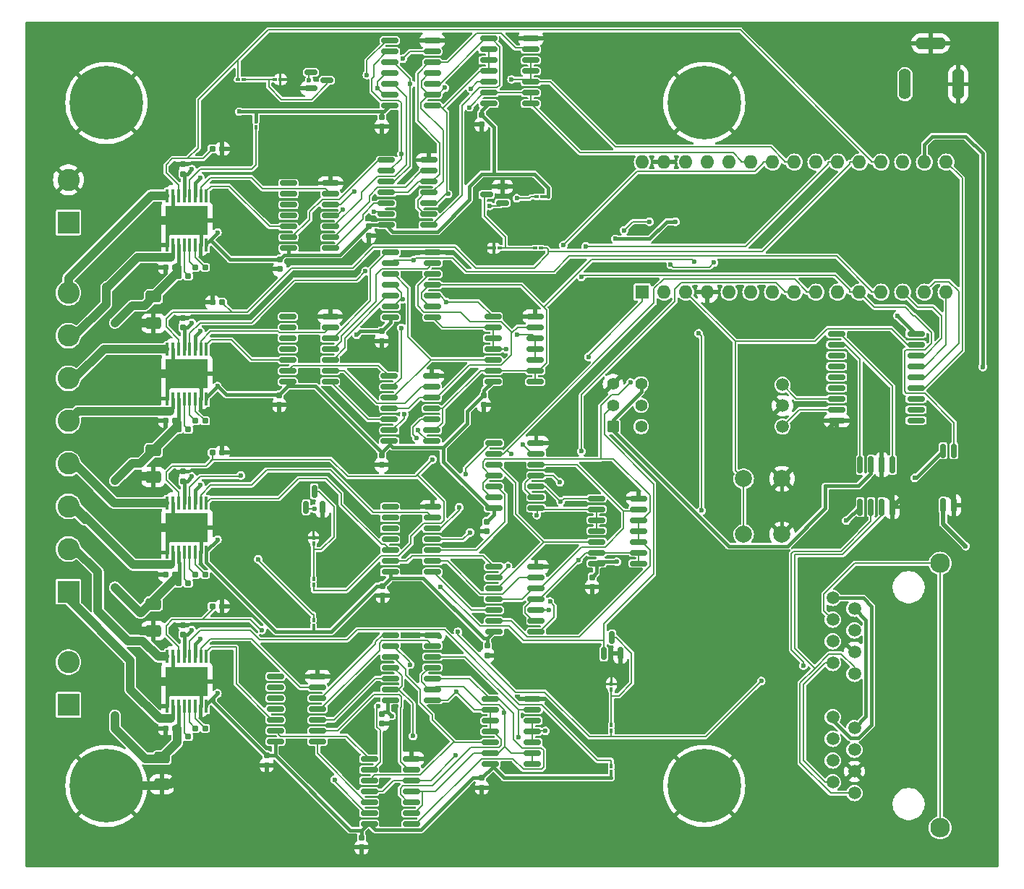
<source format=gbr>
%TF.GenerationSoftware,KiCad,Pcbnew,8.0.1*%
%TF.CreationDate,2024-04-17T00:29:35-04:00*%
%TF.ProjectId,LCC_Booster,4c43435f-426f-46f7-9374-65722e6b6963,rev?*%
%TF.SameCoordinates,Original*%
%TF.FileFunction,Copper,L1,Top*%
%TF.FilePolarity,Positive*%
%FSLAX46Y46*%
G04 Gerber Fmt 4.6, Leading zero omitted, Abs format (unit mm)*
G04 Created by KiCad (PCBNEW 8.0.1) date 2024-04-17 00:29:35*
%MOMM*%
%LPD*%
G01*
G04 APERTURE LIST*
G04 Aperture macros list*
%AMRoundRect*
0 Rectangle with rounded corners*
0 $1 Rounding radius*
0 $2 $3 $4 $5 $6 $7 $8 $9 X,Y pos of 4 corners*
0 Add a 4 corners polygon primitive as box body*
4,1,4,$2,$3,$4,$5,$6,$7,$8,$9,$2,$3,0*
0 Add four circle primitives for the rounded corners*
1,1,$1+$1,$2,$3*
1,1,$1+$1,$4,$5*
1,1,$1+$1,$6,$7*
1,1,$1+$1,$8,$9*
0 Add four rect primitives between the rounded corners*
20,1,$1+$1,$2,$3,$4,$5,0*
20,1,$1+$1,$4,$5,$6,$7,0*
20,1,$1+$1,$6,$7,$8,$9,0*
20,1,$1+$1,$8,$9,$2,$3,0*%
G04 Aperture macros list end*
%TA.AperFunction,ComponentPad*%
%ADD10O,1.400000X3.600000*%
%TD*%
%TA.AperFunction,ComponentPad*%
%ADD11O,3.600000X1.400000*%
%TD*%
%TA.AperFunction,ComponentPad*%
%ADD12RoundRect,0.250000X0.450000X-0.450000X0.450000X0.450000X-0.450000X0.450000X-0.450000X-0.450000X0*%
%TD*%
%TA.AperFunction,ComponentPad*%
%ADD13C,1.400000*%
%TD*%
%TA.AperFunction,SMDPad,CuDef*%
%ADD14RoundRect,0.155000X-0.212500X-0.155000X0.212500X-0.155000X0.212500X0.155000X-0.212500X0.155000X0*%
%TD*%
%TA.AperFunction,SMDPad,CuDef*%
%ADD15RoundRect,0.150000X0.825000X0.150000X-0.825000X0.150000X-0.825000X-0.150000X0.825000X-0.150000X0*%
%TD*%
%TA.AperFunction,ComponentPad*%
%ADD16R,2.600000X2.600000*%
%TD*%
%TA.AperFunction,ComponentPad*%
%ADD17C,2.600000*%
%TD*%
%TA.AperFunction,SMDPad,CuDef*%
%ADD18RoundRect,0.155000X-0.155000X0.212500X-0.155000X-0.212500X0.155000X-0.212500X0.155000X0.212500X0*%
%TD*%
%TA.AperFunction,SMDPad,CuDef*%
%ADD19RoundRect,0.155000X0.212500X0.155000X-0.212500X0.155000X-0.212500X-0.155000X0.212500X-0.155000X0*%
%TD*%
%TA.AperFunction,SMDPad,CuDef*%
%ADD20RoundRect,0.250000X-0.650000X0.412500X-0.650000X-0.412500X0.650000X-0.412500X0.650000X0.412500X0*%
%TD*%
%TA.AperFunction,ComponentPad*%
%ADD21R,1.600000X1.600000*%
%TD*%
%TA.AperFunction,ComponentPad*%
%ADD22O,1.600000X1.600000*%
%TD*%
%TA.AperFunction,SMDPad,CuDef*%
%ADD23RoundRect,0.155000X0.155000X-0.212500X0.155000X0.212500X-0.155000X0.212500X-0.155000X-0.212500X0*%
%TD*%
%TA.AperFunction,SMDPad,CuDef*%
%ADD24RoundRect,0.075000X-0.212500X-0.075000X0.212500X-0.075000X0.212500X0.075000X-0.212500X0.075000X0*%
%TD*%
%TA.AperFunction,SMDPad,CuDef*%
%ADD25RoundRect,0.075000X0.212500X0.075000X-0.212500X0.075000X-0.212500X-0.075000X0.212500X-0.075000X0*%
%TD*%
%TA.AperFunction,SMDPad,CuDef*%
%ADD26RoundRect,0.075000X0.075000X-0.212500X0.075000X0.212500X-0.075000X0.212500X-0.075000X-0.212500X0*%
%TD*%
%TA.AperFunction,SMDPad,CuDef*%
%ADD27RoundRect,0.150000X-0.150000X0.825000X-0.150000X-0.825000X0.150000X-0.825000X0.150000X0.825000X0*%
%TD*%
%TA.AperFunction,SMDPad,CuDef*%
%ADD28R,0.449999X1.500000*%
%TD*%
%TA.AperFunction,SMDPad,CuDef*%
%ADD29R,5.000000X3.400001*%
%TD*%
%TA.AperFunction,ComponentPad*%
%ADD30C,0.900000*%
%TD*%
%TA.AperFunction,ComponentPad*%
%ADD31C,8.600000*%
%TD*%
%TA.AperFunction,SMDPad,CuDef*%
%ADD32RoundRect,0.150000X-0.875000X-0.150000X0.875000X-0.150000X0.875000X0.150000X-0.875000X0.150000X0*%
%TD*%
%TA.AperFunction,SMDPad,CuDef*%
%ADD33RoundRect,0.075000X-0.075000X0.212500X-0.075000X-0.212500X0.075000X-0.212500X0.075000X0.212500X0*%
%TD*%
%TA.AperFunction,SMDPad,CuDef*%
%ADD34RoundRect,0.150000X0.150000X-0.587500X0.150000X0.587500X-0.150000X0.587500X-0.150000X-0.587500X0*%
%TD*%
%TA.AperFunction,ComponentPad*%
%ADD35C,1.500000*%
%TD*%
%TA.AperFunction,ComponentPad*%
%ADD36C,2.300000*%
%TD*%
%TA.AperFunction,SMDPad,CuDef*%
%ADD37RoundRect,0.150000X0.150000X-0.662500X0.150000X0.662500X-0.150000X0.662500X-0.150000X-0.662500X0*%
%TD*%
%TA.AperFunction,SMDPad,CuDef*%
%ADD38RoundRect,0.150000X0.587500X0.150000X-0.587500X0.150000X-0.587500X-0.150000X0.587500X-0.150000X0*%
%TD*%
%TA.AperFunction,ComponentPad*%
%ADD39C,2.000000*%
%TD*%
%TA.AperFunction,SMDPad,CuDef*%
%ADD40RoundRect,0.150000X-0.587500X-0.150000X0.587500X-0.150000X0.587500X0.150000X-0.587500X0.150000X0*%
%TD*%
%TA.AperFunction,ViaPad*%
%ADD41C,0.600000*%
%TD*%
%TA.AperFunction,ViaPad*%
%ADD42C,1.000000*%
%TD*%
%TA.AperFunction,Conductor*%
%ADD43C,0.200000*%
%TD*%
%TA.AperFunction,Conductor*%
%ADD44C,1.000000*%
%TD*%
%TA.AperFunction,Conductor*%
%ADD45C,0.440000*%
%TD*%
%TA.AperFunction,Conductor*%
%ADD46C,0.500000*%
%TD*%
%TA.AperFunction,Conductor*%
%ADD47C,0.400000*%
%TD*%
%TA.AperFunction,Conductor*%
%ADD48C,0.300000*%
%TD*%
G04 APERTURE END LIST*
D10*
%TO.P,J2,A*%
%TO.N,VIN*%
X123500000Y-27800000D03*
%TO.P,J2,B*%
%TO.N,GND*%
X129750000Y-27800000D03*
D11*
%TO.P,J2,C*%
X126500000Y-23000000D03*
%TD*%
D12*
%TO.P,SW2,1,A*%
%TO.N,+5V*%
X89310000Y-67920000D03*
D13*
%TO.P,SW2,2,B*%
%TO.N,3v3_IOREF*%
X89310000Y-65420000D03*
%TO.P,SW2,3,C*%
%TO.N,GND*%
X89310000Y-62920000D03*
%TO.P,SW2,4,A*%
%TO.N,+5V*%
X92610000Y-62920000D03*
%TO.P,SW2,5,B*%
%TO.N,IOREF*%
X92610000Y-65420000D03*
%TO.P,SW2,6,C*%
%TO.N,+3.3V*%
X92610000Y-67920000D03*
%TD*%
D14*
%TO.P,C40,1*%
%TO.N,/sense_D*%
X42432500Y-88950000D03*
%TO.P,C40,2*%
%TO.N,GND*%
X43567500Y-88950000D03*
%TD*%
D15*
%TO.P,U4,1*%
%TO.N,/dcc_p*%
X68150000Y-30310000D03*
%TO.P,U4,2*%
%TO.N,/dcc_en_A*%
X68150000Y-29040000D03*
%TO.P,U4,3*%
%TO.N,Net-(U2-Pad8)*%
X68150000Y-27770000D03*
%TO.P,U4,4*%
%TO.N,/dcc_en_A*%
X68150000Y-26500000D03*
%TO.P,U4,5*%
%TO.N,Net-(U2-Pad6)*%
X68150000Y-25230000D03*
%TO.P,U4,6*%
%TO.N,Net-(U4-Pad6)*%
X68150000Y-23960000D03*
%TO.P,U4,7,GND*%
%TO.N,GND*%
X68150000Y-22690000D03*
%TO.P,U4,8*%
%TO.N,Net-(U4-Pad8)*%
X63200000Y-22690000D03*
%TO.P,U4,9*%
%TO.N,/pwm_A*%
X63200000Y-23960000D03*
%TO.P,U4,10*%
%TO.N,Net-(U2-Pad12)*%
X63200000Y-25230000D03*
%TO.P,U4,11*%
%TO.N,/dir_A*%
X63200000Y-26500000D03*
%TO.P,U4,12*%
%TO.N,Net-(U4-Pad12)*%
X63200000Y-27770000D03*
%TO.P,U4,13*%
%TO.N,/dir_A*%
X63200000Y-29040000D03*
%TO.P,U4,14,VCC*%
%TO.N,IOREF*%
X63200000Y-30310000D03*
%TD*%
D16*
%TO.P,J5,1,Pin_1*%
%TO.N,/raw_dcc_p*%
X25555000Y-100500000D03*
D17*
%TO.P,J5,2,Pin_2*%
%TO.N,/raw_dcc_n*%
X25555000Y-95500000D03*
%TD*%
D18*
%TO.P,C12,1*%
%TO.N,IOREF*%
X74225000Y-64242500D03*
%TO.P,C12,2*%
%TO.N,GND*%
X74225000Y-65377500D03*
%TD*%
D19*
%TO.P,C20,1*%
%TO.N,/sense_B*%
X43567500Y-53350000D03*
%TO.P,C20,2*%
%TO.N,GND*%
X42432500Y-53350000D03*
%TD*%
D16*
%TO.P,J4,1,Pin_1*%
%TO.N,VTRACK*%
X25555000Y-44000000D03*
D17*
%TO.P,J4,2,Pin_2*%
%TO.N,GND*%
X25555000Y-39000000D03*
%TD*%
D20*
%TO.P,C27,1*%
%TO.N,VTRACK*%
X36500000Y-106687500D03*
%TO.P,C27,2*%
%TO.N,GND*%
X36500000Y-109812500D03*
%TD*%
D21*
%TO.P,A1,1,D1/TX*%
%TO.N,/dcc_en_D*%
X92750000Y-52160000D03*
D22*
%TO.P,A1,2,D0/RX*%
%TO.N,/dcc_en_C*%
X95290000Y-52160000D03*
%TO.P,A1,3,~{RESET}*%
%TO.N,/~{reset}*%
X97830000Y-52160000D03*
%TO.P,A1,4,GND*%
%TO.N,GND*%
X100370000Y-52160000D03*
%TO.P,A1,5,D2*%
%TO.N,/dir_C*%
X102910000Y-52160000D03*
%TO.P,A1,6,D3*%
%TO.N,/pwm_A*%
X105450000Y-52160000D03*
%TO.P,A1,7,D4*%
%TO.N,/dir_D*%
X107990000Y-52160000D03*
%TO.P,A1,8,D5*%
%TO.N,/pwm_D*%
X110530000Y-52160000D03*
%TO.P,A1,9,D6*%
%TO.N,/pwm_C*%
X113070000Y-52160000D03*
%TO.P,A1,10,D7*%
%TO.N,/~{led}*%
X115610000Y-52160000D03*
%TO.P,A1,11,D8*%
%TO.N,/dcc_p*%
X118150000Y-52160000D03*
%TO.P,A1,12,D9*%
%TO.N,/pwm_B*%
X120690000Y-52160000D03*
%TO.P,A1,13,D10*%
%TO.N,/cs*%
X123230000Y-52160000D03*
%TO.P,A1,14,D11*%
%TO.N,/copi*%
X125770000Y-52160000D03*
%TO.P,A1,15,D12*%
%TO.N,/cipo*%
X128310000Y-52160000D03*
%TO.P,A1,16,D13*%
%TO.N,/sck*%
X128310000Y-36920000D03*
%TO.P,A1,17,3V3*%
%TO.N,+3.3V*%
X125770000Y-36920000D03*
%TO.P,A1,18,AREF*%
%TO.N,unconnected-(A1-AREF-Pad18)*%
X123230000Y-36920000D03*
%TO.P,A1,19,A0*%
%TO.N,/sense_A*%
X120690000Y-36920000D03*
%TO.P,A1,20,A1*%
%TO.N,/sense_B*%
X118150000Y-36920000D03*
%TO.P,A1,21,A2*%
%TO.N,/sense_C*%
X115610000Y-36920000D03*
%TO.P,A1,22,A3*%
%TO.N,/sense_D*%
X113070000Y-36920000D03*
%TO.P,A1,23,A4*%
%TO.N,/dir_A*%
X110530000Y-36920000D03*
%TO.P,A1,24,A5*%
%TO.N,/dir_B*%
X107990000Y-36920000D03*
%TO.P,A1,25,A6*%
%TO.N,/dcc_en_A*%
X105450000Y-36920000D03*
%TO.P,A1,26,A7*%
%TO.N,/dcc_en_B*%
X102910000Y-36920000D03*
%TO.P,A1,27,+5V*%
%TO.N,+5V*%
X100370000Y-36920000D03*
%TO.P,A1,28,~{RESET}*%
%TO.N,/~{reset}*%
X97830000Y-36920000D03*
%TO.P,A1,29,GND*%
%TO.N,GND*%
X95290000Y-36920000D03*
%TO.P,A1,30,VIN*%
%TO.N,VIN*%
X92750000Y-36920000D03*
%TD*%
D23*
%TO.P,C21,1*%
%TO.N,IOREF*%
X39000000Y-74317500D03*
%TO.P,C21,2*%
%TO.N,GND*%
X39000000Y-73182500D03*
%TD*%
D15*
%TO.P,U3,1*%
%TO.N,Net-(U2-Pad8)*%
X67725000Y-44310000D03*
%TO.P,U3,2*%
%TO.N,/dcc_en_A*%
X67725000Y-43040000D03*
%TO.P,U3,3*%
%TO.N,/dcc_p*%
X67725000Y-41770000D03*
%TO.P,U3,4*%
%TO.N,/dcc_en_A*%
X67725000Y-40500000D03*
%TO.P,U3,5*%
%TO.N,Net-(U2-Pad6)*%
X67725000Y-39230000D03*
%TO.P,U3,6*%
%TO.N,Net-(U3-Pad6)*%
X67725000Y-37960000D03*
%TO.P,U3,7,GND*%
%TO.N,GND*%
X67725000Y-36690000D03*
%TO.P,U3,8*%
%TO.N,Net-(U3-Pad8)*%
X62775000Y-36690000D03*
%TO.P,U3,9*%
%TO.N,/pwm_A*%
X62775000Y-37960000D03*
%TO.P,U3,10*%
%TO.N,Net-(U2-Pad12)*%
X62775000Y-39230000D03*
%TO.P,U3,11*%
%TO.N,Net-(U2-Pad6)*%
X62775000Y-40500000D03*
%TO.P,U3,12*%
%TO.N,Net-(U3-Pad12)*%
X62775000Y-41770000D03*
%TO.P,U3,13*%
%TO.N,/dir_A*%
X62775000Y-43040000D03*
%TO.P,U3,14,VCC*%
%TO.N,IOREF*%
X62775000Y-44310000D03*
%TD*%
%TO.P,U7,1*%
%TO.N,/dcc_en_B*%
X80200000Y-62620000D03*
%TO.P,U7,2*%
X80200000Y-61350000D03*
%TO.P,U7,3*%
%TO.N,/dir_B*%
X80200000Y-60080000D03*
%TO.P,U7,4*%
X80200000Y-58810000D03*
%TO.P,U7,5*%
X80200000Y-57540000D03*
%TO.P,U7,6*%
%TO.N,Net-(U7-Pad6)*%
X80200000Y-56270000D03*
%TO.P,U7,7,GND*%
%TO.N,GND*%
X80200000Y-55000000D03*
%TO.P,U7,8*%
%TO.N,Net-(U7-Pad8)*%
X75250000Y-55000000D03*
%TO.P,U7,9*%
%TO.N,/dcc_p*%
X75250000Y-56270000D03*
%TO.P,U7,10*%
X75250000Y-57540000D03*
%TO.P,U7,11*%
X75250000Y-58810000D03*
%TO.P,U7,12*%
%TO.N,Net-(U7-Pad12)*%
X75250000Y-60080000D03*
%TO.P,U7,13*%
%TO.N,/dcc_en_B*%
X75250000Y-61350000D03*
%TO.P,U7,14,VCC*%
%TO.N,IOREF*%
X75250000Y-62620000D03*
%TD*%
D24*
%TO.P,R2,1*%
%TO.N,/sense_A*%
X45412500Y-27250000D03*
%TO.P,R2,2*%
%TO.N,Net-(Q1-D)*%
X46087500Y-27250000D03*
%TD*%
D20*
%TO.P,C17,1*%
%TO.N,VTRACK*%
X35500000Y-70687500D03*
%TO.P,C17,2*%
%TO.N,GND*%
X35500000Y-73812500D03*
%TD*%
D25*
%TO.P,R4,1*%
%TO.N,IOREF*%
X81027500Y-41000000D03*
%TO.P,R4,2*%
%TO.N,Net-(U11-FAULT_N)*%
X80352500Y-41000000D03*
%TD*%
D26*
%TO.P,R7,1*%
%TO.N,IOREF*%
X54250000Y-91232500D03*
%TO.P,R7,2*%
%TO.N,Net-(U16-FAULT_N)*%
X54250000Y-90557500D03*
%TD*%
D27*
%TO.P,U23,1,TXD*%
%TO.N,Net-(U22-TXCAN)*%
X122060000Y-72385300D03*
%TO.P,U23,2,VSS*%
%TO.N,GND*%
X120790000Y-72385300D03*
%TO.P,U23,3,VDD*%
%TO.N,+5V*%
X119520000Y-72385300D03*
%TO.P,U23,4,RXD*%
%TO.N,Net-(U22-RXCAN)*%
X118250000Y-72385300D03*
%TO.P,U23,5,Vio*%
%TO.N,IOREF*%
X118250000Y-77335300D03*
%TO.P,U23,6,CANL*%
%TO.N,/can_l*%
X119520000Y-77335300D03*
%TO.P,U23,7,CANH*%
%TO.N,/can_h*%
X120790000Y-77335300D03*
%TO.P,U23,8,STBY*%
%TO.N,GND*%
X122060000Y-77335300D03*
%TD*%
D18*
%TO.P,C13,1*%
%TO.N,IOREF*%
X62225000Y-71242500D03*
%TO.P,C13,2*%
%TO.N,GND*%
X62225000Y-72377500D03*
%TD*%
D28*
%TO.P,U21,1,EN_IN1*%
%TO.N,Net-(U21-EN_IN1)*%
X41694999Y-94850001D03*
%TO.P,U21,2,PH_IN2*%
%TO.N,Net-(U21-PH_IN2)*%
X41044998Y-94850001D03*
%TO.P,U21,3,SLEEP_N*%
%TO.N,IOREF*%
X40394999Y-94850001D03*
%TO.P,U21,4,FAULT_N*%
%TO.N,Net-(U21-FAULT_N)*%
X39744998Y-94850001D03*
%TO.P,U21,5,VREF*%
%TO.N,IOREF*%
X39094999Y-94850001D03*
%TO.P,U21,6,IPROPI*%
%TO.N,/sense_D*%
X38444998Y-94850001D03*
%TO.P,U21,7,IMODE*%
%TO.N,GND*%
X37794999Y-94850001D03*
%TO.P,U21,8,OUT1*%
%TO.N,/out1_D*%
X37144998Y-94850001D03*
%TO.P,U21,9,PGND*%
%TO.N,GND*%
X37144998Y-100649999D03*
%TO.P,U21,10,OUT2*%
%TO.N,/out2_D*%
X37794999Y-100649999D03*
%TO.P,U21,11,VM*%
%TO.N,VTRACK*%
X38444998Y-100649999D03*
%TO.P,U21,12,VCP*%
%TO.N,Net-(U21-VCP)*%
X39094999Y-100649999D03*
%TO.P,U21,13,CPH*%
%TO.N,Net-(U21-CPH)*%
X39744998Y-100649999D03*
%TO.P,U21,14,CPL*%
%TO.N,Net-(U21-CPL)*%
X40394999Y-100649999D03*
%TO.P,U21,15,GND*%
%TO.N,GND*%
X41044998Y-100649999D03*
%TO.P,U21,16,PMODE*%
%TO.N,IOREF*%
X41694999Y-100649999D03*
D29*
%TO.P,U21,17,PAD*%
%TO.N,GND*%
X39420000Y-97750000D03*
%TD*%
D30*
%TO.P,H3,1,1*%
%TO.N,GND*%
X96775000Y-110000000D03*
X97719581Y-107719581D03*
X97719581Y-112280419D03*
X100000000Y-106775000D03*
D31*
X100000000Y-110000000D03*
D30*
X100000000Y-113225000D03*
X102280419Y-107719581D03*
X102280419Y-112280419D03*
X103225000Y-110000000D03*
%TD*%
D14*
%TO.P,C9,1*%
%TO.N,Net-(U6-CPH)*%
X40432500Y-49250000D03*
%TO.P,C9,2*%
%TO.N,Net-(U6-CPL)*%
X41567500Y-49250000D03*
%TD*%
D18*
%TO.P,C4,1*%
%TO.N,IOREF*%
X62250000Y-31622500D03*
%TO.P,C4,2*%
%TO.N,GND*%
X62250000Y-32757500D03*
%TD*%
D32*
%TO.P,U22,1,TXCAN*%
%TO.N,Net-(U22-TXCAN)*%
X115500000Y-57030000D03*
%TO.P,U22,2,RXCAN*%
%TO.N,Net-(U22-RXCAN)*%
X115500000Y-58300000D03*
%TO.P,U22,3,CLKOUT/SOF*%
%TO.N,unconnected-(U22-CLKOUT{slash}SOF-Pad3)*%
X115500000Y-59570000D03*
%TO.P,U22,4,~{TX0RTS}*%
%TO.N,unconnected-(U22-~{TX0RTS}-Pad4)*%
X115500000Y-60840000D03*
%TO.P,U22,5,~{TX1RTS}*%
%TO.N,unconnected-(U22-~{TX1RTS}-Pad5)*%
X115500000Y-62110000D03*
%TO.P,U22,6,~{TX2RTS}*%
%TO.N,unconnected-(U22-~{TX2RTS}-Pad6)*%
X115500000Y-63380000D03*
%TO.P,U22,7,OSC2*%
%TO.N,Net-(U22-OSC2)*%
X115500000Y-64650000D03*
%TO.P,U22,8,OSC1*%
%TO.N,Net-(U22-OSC1)*%
X115500000Y-65920000D03*
%TO.P,U22,9,VSS*%
%TO.N,GND*%
X115500000Y-67190000D03*
%TO.P,U22,10,~{RX1BF}*%
%TO.N,unconnected-(U22-~{RX1BF}-Pad10)*%
X124800000Y-67190000D03*
%TO.P,U22,11,~{RX0BF}*%
%TO.N,unconnected-(U22-~{RX0BF}-Pad11)*%
X124800000Y-65920000D03*
%TO.P,U22,12,~{INT}*%
%TO.N,unconnected-(U22-~{INT}-Pad12)*%
X124800000Y-64650000D03*
%TO.P,U22,13,SCK*%
%TO.N,/sck*%
X124800000Y-63380000D03*
%TO.P,U22,14,SI*%
%TO.N,/copi*%
X124800000Y-62110000D03*
%TO.P,U22,15,SO*%
%TO.N,/cipo*%
X124800000Y-60840000D03*
%TO.P,U22,16,~{CS}*%
%TO.N,/cs*%
X124800000Y-59570000D03*
%TO.P,U22,17,~{RESET}*%
%TO.N,/~{reset}*%
X124800000Y-58300000D03*
%TO.P,U22,18,VDD*%
%TO.N,IOREF*%
X124800000Y-57030000D03*
%TD*%
D28*
%TO.P,U6,1,EN_IN1*%
%TO.N,Net-(U6-EN_IN1)*%
X41694999Y-40850001D03*
%TO.P,U6,2,PH_IN2*%
%TO.N,Net-(U6-PH_IN2)*%
X41044998Y-40850001D03*
%TO.P,U6,3,SLEEP_N*%
%TO.N,IOREF*%
X40394999Y-40850001D03*
%TO.P,U6,4,FAULT_N*%
%TO.N,Net-(U6-FAULT_N)*%
X39744998Y-40850001D03*
%TO.P,U6,5,VREF*%
%TO.N,IOREF*%
X39094999Y-40850001D03*
%TO.P,U6,6,IPROPI*%
%TO.N,/sense_A*%
X38444998Y-40850001D03*
%TO.P,U6,7,IMODE*%
%TO.N,GND*%
X37794999Y-40850001D03*
%TO.P,U6,8,OUT1*%
%TO.N,/out1_A*%
X37144998Y-40850001D03*
%TO.P,U6,9,PGND*%
%TO.N,GND*%
X37144998Y-46649999D03*
%TO.P,U6,10,OUT2*%
%TO.N,/out2_A*%
X37794999Y-46649999D03*
%TO.P,U6,11,VM*%
%TO.N,VTRACK*%
X38444998Y-46649999D03*
%TO.P,U6,12,VCP*%
%TO.N,Net-(U6-VCP)*%
X39094999Y-46649999D03*
%TO.P,U6,13,CPH*%
%TO.N,Net-(U6-CPH)*%
X39744998Y-46649999D03*
%TO.P,U6,14,CPL*%
%TO.N,Net-(U6-CPL)*%
X40394999Y-46649999D03*
%TO.P,U6,15,GND*%
%TO.N,GND*%
X41044998Y-46649999D03*
%TO.P,U6,16,PMODE*%
%TO.N,IOREF*%
X41694999Y-46649999D03*
D29*
%TO.P,U6,17,PAD*%
%TO.N,GND*%
X39420000Y-43750000D03*
%TD*%
D19*
%TO.P,C28,1*%
%TO.N,VTRACK*%
X38067500Y-85250000D03*
%TO.P,C28,2*%
%TO.N,GND*%
X36932500Y-85250000D03*
%TD*%
D15*
%TO.P,U9,1*%
%TO.N,/dcc_p*%
X68200000Y-55120000D03*
%TO.P,U9,2*%
%TO.N,/dcc_en_B*%
X68200000Y-53850000D03*
%TO.P,U9,3*%
%TO.N,Net-(U7-Pad8)*%
X68200000Y-52580000D03*
%TO.P,U9,4*%
%TO.N,/dcc_en_B*%
X68200000Y-51310000D03*
%TO.P,U9,5*%
%TO.N,Net-(U7-Pad6)*%
X68200000Y-50040000D03*
%TO.P,U9,6*%
%TO.N,Net-(U10-Pad4)*%
X68200000Y-48770000D03*
%TO.P,U9,7,GND*%
%TO.N,GND*%
X68200000Y-47500000D03*
%TO.P,U9,8*%
%TO.N,Net-(U10-Pad5)*%
X63250000Y-47500000D03*
%TO.P,U9,9*%
%TO.N,/pwm_B*%
X63250000Y-48770000D03*
%TO.P,U9,10*%
%TO.N,Net-(U7-Pad12)*%
X63250000Y-50040000D03*
%TO.P,U9,11*%
%TO.N,/dir_B*%
X63250000Y-51310000D03*
%TO.P,U9,12*%
%TO.N,Net-(U10-Pad3)*%
X63250000Y-52580000D03*
%TO.P,U9,13*%
%TO.N,/dir_B*%
X63250000Y-53850000D03*
%TO.P,U9,14,VCC*%
%TO.N,IOREF*%
X63250000Y-55120000D03*
%TD*%
D25*
%TO.P,R6,1*%
%TO.N,Net-(Q2-D)*%
X76027500Y-47000000D03*
%TO.P,R6,2*%
%TO.N,GND*%
X75352500Y-47000000D03*
%TD*%
D33*
%TO.P,R1,1*%
%TO.N,IOREF*%
X47500000Y-32162500D03*
%TO.P,R1,2*%
%TO.N,Net-(U6-FAULT_N)*%
X47500000Y-32837500D03*
%TD*%
D15*
%TO.P,U19,1*%
%TO.N,/dcc_p*%
X68190000Y-99940000D03*
%TO.P,U19,2*%
%TO.N,/dcc_en_D*%
X68190000Y-98670000D03*
%TO.P,U19,3*%
%TO.N,Net-(U17-Pad8)*%
X68190000Y-97400000D03*
%TO.P,U19,4*%
%TO.N,/dcc_en_D*%
X68190000Y-96130000D03*
%TO.P,U19,5*%
%TO.N,Net-(U17-Pad6)*%
X68190000Y-94860000D03*
%TO.P,U19,6*%
%TO.N,Net-(U19-Pad6)*%
X68190000Y-93590000D03*
%TO.P,U19,7,GND*%
%TO.N,GND*%
X68190000Y-92320000D03*
%TO.P,U19,8*%
%TO.N,Net-(U19-Pad8)*%
X63240000Y-92320000D03*
%TO.P,U19,9*%
%TO.N,/pwm_D*%
X63240000Y-93590000D03*
%TO.P,U19,10*%
%TO.N,Net-(U17-Pad12)*%
X63240000Y-94860000D03*
%TO.P,U19,11*%
%TO.N,/dir_D*%
X63240000Y-96130000D03*
%TO.P,U19,12*%
%TO.N,Net-(U19-Pad12)*%
X63240000Y-97400000D03*
%TO.P,U19,13*%
%TO.N,/dir_D*%
X63240000Y-98670000D03*
%TO.P,U19,14,VCC*%
%TO.N,IOREF*%
X63240000Y-99940000D03*
%TD*%
D34*
%TO.P,Q4,1,G*%
%TO.N,3v3_IOREF*%
X88259900Y-94500000D03*
%TO.P,Q4,2,S*%
%TO.N,GND*%
X90159900Y-94500000D03*
%TO.P,Q4,3,D*%
%TO.N,Net-(Q4-D)*%
X89209900Y-92625000D03*
%TD*%
D26*
%TO.P,R9,1*%
%TO.N,Net-(Q3-D)*%
X54250000Y-81612500D03*
%TO.P,R9,2*%
%TO.N,GND*%
X54250000Y-80937500D03*
%TD*%
D16*
%TO.P,J3,1,Pin_1*%
%TO.N,/out2_D*%
X25555000Y-87250000D03*
D17*
%TO.P,J3,2,Pin_2*%
%TO.N,/out1_D*%
X25555000Y-82250000D03*
%TO.P,J3,3,Pin_3*%
%TO.N,/out2_C*%
X25555000Y-77250000D03*
%TO.P,J3,4,Pin_4*%
%TO.N,/out1_C*%
X25555000Y-72250000D03*
%TO.P,J3,5,Pin_5*%
%TO.N,/out2_B*%
X25555000Y-67250000D03*
%TO.P,J3,6,Pin_6*%
%TO.N,/out1_B*%
X25555000Y-62250000D03*
%TO.P,J3,7,Pin_7*%
%TO.N,/out2_A*%
X25555000Y-57250000D03*
%TO.P,J3,8,Pin_8*%
%TO.N,/out1_A*%
X25555000Y-52250000D03*
%TD*%
D14*
%TO.P,C30,1*%
%TO.N,/sense_C*%
X42432500Y-70950000D03*
%TO.P,C30,2*%
%TO.N,GND*%
X43567500Y-70950000D03*
%TD*%
D15*
%TO.P,U10,1*%
%TO.N,Net-(U10-Pad1)*%
X56200000Y-62620000D03*
%TO.P,U10,2*%
%TO.N,Net-(U10-Pad2)*%
X56200000Y-61350000D03*
%TO.P,U10,3*%
%TO.N,Net-(U10-Pad3)*%
X56200000Y-60080000D03*
%TO.P,U10,4*%
%TO.N,Net-(U10-Pad4)*%
X56200000Y-58810000D03*
%TO.P,U10,5*%
%TO.N,Net-(U10-Pad5)*%
X56200000Y-57540000D03*
%TO.P,U10,6*%
%TO.N,Net-(U11-PH_IN2)*%
X56200000Y-56270000D03*
%TO.P,U10,7,GND*%
%TO.N,GND*%
X56200000Y-55000000D03*
%TO.P,U10,8*%
%TO.N,unconnected-(U10-Pad8)*%
X51250000Y-55000000D03*
%TO.P,U10,9*%
%TO.N,unconnected-(U10-Pad9)*%
X51250000Y-56270000D03*
%TO.P,U10,10*%
%TO.N,unconnected-(U10-Pad10)*%
X51250000Y-57540000D03*
%TO.P,U10,11*%
%TO.N,unconnected-(U10-Pad11)*%
X51250000Y-58810000D03*
%TO.P,U10,12*%
%TO.N,Net-(U11-EN_IN1)*%
X51250000Y-60080000D03*
%TO.P,U10,13*%
%TO.N,Net-(U10-Pad13)*%
X51250000Y-61350000D03*
%TO.P,U10,14,VCC*%
%TO.N,IOREF*%
X51250000Y-62620000D03*
%TD*%
D18*
%TO.P,C15,1*%
%TO.N,IOREF*%
X50250000Y-64242500D03*
%TO.P,C15,2*%
%TO.N,GND*%
X50250000Y-65377500D03*
%TD*%
%TO.P,C24,1*%
%TO.N,IOREF*%
X74545000Y-79062500D03*
%TO.P,C24,2*%
%TO.N,GND*%
X74545000Y-80197500D03*
%TD*%
D14*
%TO.P,C6,1*%
%TO.N,VTRACK*%
X38432500Y-50250000D03*
%TO.P,C6,2*%
%TO.N,Net-(U6-VCP)*%
X39567500Y-50250000D03*
%TD*%
D26*
%TO.P,R10,1*%
%TO.N,IOREF*%
X89122400Y-108370000D03*
%TO.P,R10,2*%
%TO.N,Net-(U21-FAULT_N)*%
X89122400Y-107695000D03*
%TD*%
%TO.P,R12,1*%
%TO.N,Net-(Q4-D)*%
X89122400Y-98750000D03*
%TO.P,R12,2*%
%TO.N,GND*%
X89122400Y-98075000D03*
%TD*%
D15*
%TO.P,U8,1*%
%TO.N,Net-(U7-Pad8)*%
X68075000Y-69620000D03*
%TO.P,U8,2*%
%TO.N,/dcc_en_B*%
X68075000Y-68350000D03*
%TO.P,U8,3*%
%TO.N,/dcc_p*%
X68075000Y-67080000D03*
%TO.P,U8,4*%
%TO.N,/dcc_en_B*%
X68075000Y-65810000D03*
%TO.P,U8,5*%
%TO.N,Net-(U7-Pad6)*%
X68075000Y-64540000D03*
%TO.P,U8,6*%
%TO.N,Net-(U10-Pad2)*%
X68075000Y-63270000D03*
%TO.P,U8,7,GND*%
%TO.N,GND*%
X68075000Y-62000000D03*
%TO.P,U8,8*%
%TO.N,Net-(U10-Pad13)*%
X63125000Y-62000000D03*
%TO.P,U8,9*%
%TO.N,/pwm_B*%
X63125000Y-63270000D03*
%TO.P,U8,10*%
%TO.N,Net-(U7-Pad12)*%
X63125000Y-64540000D03*
%TO.P,U8,11*%
%TO.N,Net-(U7-Pad6)*%
X63125000Y-65810000D03*
%TO.P,U8,12*%
%TO.N,Net-(U10-Pad1)*%
X63125000Y-67080000D03*
%TO.P,U8,13*%
%TO.N,/dir_B*%
X63125000Y-68350000D03*
%TO.P,U8,14,VCC*%
%TO.N,IOREF*%
X63125000Y-69620000D03*
%TD*%
D24*
%TO.P,R3,1*%
%TO.N,Net-(Q1-D)*%
X49697500Y-27250000D03*
%TO.P,R3,2*%
%TO.N,GND*%
X50372500Y-27250000D03*
%TD*%
D25*
%TO.P,R5,1*%
%TO.N,/sense_B*%
X80837500Y-47000000D03*
%TO.P,R5,2*%
%TO.N,Net-(Q2-D)*%
X80162500Y-47000000D03*
%TD*%
D15*
%TO.P,U14,1*%
%TO.N,/dcc_p*%
X80325000Y-77440000D03*
%TO.P,U14,2*%
%TO.N,/dcc_en_C*%
X80325000Y-76170000D03*
%TO.P,U14,3*%
%TO.N,Net-(U12-Pad8)*%
X80325000Y-74900000D03*
%TO.P,U14,4*%
%TO.N,/dcc_en_C*%
X80325000Y-73630000D03*
%TO.P,U14,5*%
%TO.N,Net-(U12-Pad6)*%
X80325000Y-72360000D03*
%TO.P,U14,6*%
%TO.N,Net-(U14-Pad6)*%
X80325000Y-71090000D03*
%TO.P,U14,7,GND*%
%TO.N,GND*%
X80325000Y-69820000D03*
%TO.P,U14,8*%
%TO.N,Net-(U14-Pad8)*%
X75375000Y-69820000D03*
%TO.P,U14,9*%
%TO.N,/pwm_C*%
X75375000Y-71090000D03*
%TO.P,U14,10*%
%TO.N,Net-(U12-Pad12)*%
X75375000Y-72360000D03*
%TO.P,U14,11*%
%TO.N,/dir_C*%
X75375000Y-73630000D03*
%TO.P,U14,12*%
%TO.N,Net-(U14-Pad12)*%
X75375000Y-74900000D03*
%TO.P,U14,13*%
%TO.N,/dir_C*%
X75375000Y-76170000D03*
%TO.P,U14,14,VCC*%
%TO.N,IOREF*%
X75375000Y-77440000D03*
%TD*%
D20*
%TO.P,C37,1*%
%TO.N,VTRACK*%
X35500000Y-88687500D03*
%TO.P,C37,2*%
%TO.N,GND*%
X35500000Y-91812500D03*
%TD*%
D35*
%TO.P,J1,1,1*%
%TO.N,/can_h*%
X117580000Y-110850000D03*
%TO.P,J1,2,2*%
%TO.N,/can_l*%
X115040000Y-109580000D03*
%TO.P,J1,3,3*%
%TO.N,GND*%
X117580000Y-108310000D03*
%TO.P,J1,4,4*%
%TO.N,/raw_dcc_n*%
X115040000Y-107040000D03*
%TO.P,J1,5,5*%
%TO.N,/raw_dcc_p*%
X117580000Y-105770000D03*
%TO.P,J1,6,6*%
%TO.N,/can_shield*%
X115040000Y-104500000D03*
%TO.P,J1,7,7*%
%TO.N,/pwr_n*%
X117580000Y-103230000D03*
%TO.P,J1,8,8*%
%TO.N,/pwr_p*%
X115040000Y-101960000D03*
%TO.P,J1,9,1*%
%TO.N,/can_h*%
X117580000Y-96880000D03*
%TO.P,J1,10,2*%
%TO.N,/can_l*%
X115040000Y-95610000D03*
%TO.P,J1,11,3*%
%TO.N,GND*%
X117580000Y-94340000D03*
%TO.P,J1,12,4*%
%TO.N,/raw_dcc_n*%
X115040000Y-93070000D03*
%TO.P,J1,13,5*%
%TO.N,/raw_dcc_p*%
X117580000Y-91800000D03*
%TO.P,J1,14,6*%
%TO.N,/can_shield*%
X115040000Y-90530000D03*
%TO.P,J1,15,7*%
%TO.N,/pwr_n*%
X117580000Y-89260000D03*
%TO.P,J1,16,8*%
%TO.N,/pwr_p*%
X115040000Y-87990000D03*
D36*
%TO.P,J1,M1,SHIELD*%
%TO.N,/can_shield*%
X127610000Y-114920000D03*
%TO.P,J1,M2,SHIELD*%
X127610000Y-83920000D03*
%TD*%
D15*
%TO.P,U15,1*%
%TO.N,Net-(U13-Pad12)*%
X68180000Y-84940000D03*
%TO.P,U15,2*%
%TO.N,Net-(U13-Pad6)*%
X68180000Y-83670000D03*
%TO.P,U15,3*%
%TO.N,Net-(U14-Pad12)*%
X68180000Y-82400000D03*
%TO.P,U15,4*%
%TO.N,Net-(U14-Pad6)*%
X68180000Y-81130000D03*
%TO.P,U15,5*%
%TO.N,Net-(U14-Pad8)*%
X68180000Y-79860000D03*
%TO.P,U15,6*%
%TO.N,Net-(U16-PH_IN2)*%
X68180000Y-78590000D03*
%TO.P,U15,7,GND*%
%TO.N,GND*%
X68180000Y-77320000D03*
%TO.P,U15,8*%
%TO.N,unconnected-(U15-Pad8)*%
X63230000Y-77320000D03*
%TO.P,U15,9*%
%TO.N,unconnected-(U15-Pad9)*%
X63230000Y-78590000D03*
%TO.P,U15,10*%
%TO.N,unconnected-(U15-Pad10)*%
X63230000Y-79860000D03*
%TO.P,U15,11*%
%TO.N,unconnected-(U15-Pad11)*%
X63230000Y-81130000D03*
%TO.P,U15,12*%
%TO.N,Net-(U16-EN_IN1)*%
X63230000Y-82400000D03*
%TO.P,U15,13*%
%TO.N,Net-(U13-Pad8)*%
X63230000Y-83670000D03*
%TO.P,U15,14,VCC*%
%TO.N,IOREF*%
X63230000Y-84940000D03*
%TD*%
D37*
%TO.P,U1,1*%
%TO.N,/raw_dcc_p*%
X127975000Y-77107500D03*
%TO.P,U1,2*%
%TO.N,GND*%
X129245000Y-77107500D03*
%TO.P,U1,3*%
%TO.N,/dcc_p*%
X129245000Y-70732500D03*
%TO.P,U1,4*%
%TO.N,IOREF*%
X127975000Y-70732500D03*
%TD*%
D20*
%TO.P,C7,1*%
%TO.N,VTRACK*%
X35500000Y-52687500D03*
%TO.P,C7,2*%
%TO.N,GND*%
X35500000Y-55812500D03*
%TD*%
D14*
%TO.P,C29,1*%
%TO.N,Net-(U16-CPH)*%
X40432500Y-85250000D03*
%TO.P,C29,2*%
%TO.N,Net-(U16-CPL)*%
X41567500Y-85250000D03*
%TD*%
%TO.P,C36,1*%
%TO.N,VTRACK*%
X38432500Y-104250000D03*
%TO.P,C36,2*%
%TO.N,Net-(U21-VCP)*%
X39567500Y-104250000D03*
%TD*%
D18*
%TO.P,C2,1*%
%TO.N,IOREF*%
X73900000Y-31392500D03*
%TO.P,C2,2*%
%TO.N,GND*%
X73900000Y-32527500D03*
%TD*%
D23*
%TO.P,C31,1*%
%TO.N,IOREF*%
X39000000Y-92317500D03*
%TO.P,C31,2*%
%TO.N,GND*%
X39000000Y-91182500D03*
%TD*%
%TO.P,C11,1*%
%TO.N,IOREF*%
X39000000Y-56317500D03*
%TO.P,C11,2*%
%TO.N,GND*%
X39000000Y-55182500D03*
%TD*%
%TO.P,C1,1*%
%TO.N,IOREF*%
X39000000Y-38317500D03*
%TO.P,C1,2*%
%TO.N,GND*%
X39000000Y-37182500D03*
%TD*%
D38*
%TO.P,Q2,1,G*%
%TO.N,3v3_IOREF*%
X76377500Y-41700000D03*
%TO.P,Q2,2,S*%
%TO.N,GND*%
X76377500Y-39800000D03*
%TO.P,Q2,3,D*%
%TO.N,Net-(Q2-D)*%
X74502500Y-40750000D03*
%TD*%
D18*
%TO.P,C23,1*%
%TO.N,IOREF*%
X74595000Y-93562500D03*
%TO.P,C23,2*%
%TO.N,GND*%
X74595000Y-94697500D03*
%TD*%
D15*
%TO.P,U12,1*%
%TO.N,/dcc_en_C*%
X92325000Y-83940000D03*
%TO.P,U12,2*%
X92325000Y-82670000D03*
%TO.P,U12,3*%
%TO.N,/dir_C*%
X92325000Y-81400000D03*
%TO.P,U12,4*%
X92325000Y-80130000D03*
%TO.P,U12,5*%
X92325000Y-78860000D03*
%TO.P,U12,6*%
%TO.N,Net-(U12-Pad6)*%
X92325000Y-77590000D03*
%TO.P,U12,7,GND*%
%TO.N,GND*%
X92325000Y-76320000D03*
%TO.P,U12,8*%
%TO.N,Net-(U12-Pad8)*%
X87375000Y-76320000D03*
%TO.P,U12,9*%
%TO.N,/dcc_p*%
X87375000Y-77590000D03*
%TO.P,U12,10*%
X87375000Y-78860000D03*
%TO.P,U12,11*%
X87375000Y-80130000D03*
%TO.P,U12,12*%
%TO.N,Net-(U12-Pad12)*%
X87375000Y-81400000D03*
%TO.P,U12,13*%
%TO.N,/dcc_en_C*%
X87375000Y-82670000D03*
%TO.P,U12,14,VCC*%
%TO.N,IOREF*%
X87375000Y-83940000D03*
%TD*%
D14*
%TO.P,C39,1*%
%TO.N,Net-(U21-CPH)*%
X40432500Y-103250000D03*
%TO.P,C39,2*%
%TO.N,Net-(U21-CPL)*%
X41567500Y-103250000D03*
%TD*%
D28*
%TO.P,U16,1,EN_IN1*%
%TO.N,Net-(U16-EN_IN1)*%
X41694999Y-76850001D03*
%TO.P,U16,2,PH_IN2*%
%TO.N,Net-(U16-PH_IN2)*%
X41044998Y-76850001D03*
%TO.P,U16,3,SLEEP_N*%
%TO.N,IOREF*%
X40394999Y-76850001D03*
%TO.P,U16,4,FAULT_N*%
%TO.N,Net-(U16-FAULT_N)*%
X39744998Y-76850001D03*
%TO.P,U16,5,VREF*%
%TO.N,IOREF*%
X39094999Y-76850001D03*
%TO.P,U16,6,IPROPI*%
%TO.N,/sense_C*%
X38444998Y-76850001D03*
%TO.P,U16,7,IMODE*%
%TO.N,GND*%
X37794999Y-76850001D03*
%TO.P,U16,8,OUT1*%
%TO.N,/out1_C*%
X37144998Y-76850001D03*
%TO.P,U16,9,PGND*%
%TO.N,GND*%
X37144998Y-82649999D03*
%TO.P,U16,10,OUT2*%
%TO.N,/out2_C*%
X37794999Y-82649999D03*
%TO.P,U16,11,VM*%
%TO.N,VTRACK*%
X38444998Y-82649999D03*
%TO.P,U16,12,VCP*%
%TO.N,Net-(U16-VCP)*%
X39094999Y-82649999D03*
%TO.P,U16,13,CPH*%
%TO.N,Net-(U16-CPH)*%
X39744998Y-82649999D03*
%TO.P,U16,14,CPL*%
%TO.N,Net-(U16-CPL)*%
X40394999Y-82649999D03*
%TO.P,U16,15,GND*%
%TO.N,GND*%
X41044998Y-82649999D03*
%TO.P,U16,16,PMODE*%
%TO.N,IOREF*%
X41694999Y-82649999D03*
D29*
%TO.P,U16,17,PAD*%
%TO.N,GND*%
X39420000Y-79750000D03*
%TD*%
D18*
%TO.P,C5,1*%
%TO.N,IOREF*%
X50300000Y-48332500D03*
%TO.P,C5,2*%
%TO.N,GND*%
X50300000Y-49467500D03*
%TD*%
D15*
%TO.P,U13,1*%
%TO.N,Net-(U12-Pad8)*%
X80325000Y-91940000D03*
%TO.P,U13,2*%
%TO.N,/dcc_en_C*%
X80325000Y-90670000D03*
%TO.P,U13,3*%
%TO.N,/dcc_p*%
X80325000Y-89400000D03*
%TO.P,U13,4*%
%TO.N,/dcc_en_C*%
X80325000Y-88130000D03*
%TO.P,U13,5*%
%TO.N,Net-(U12-Pad6)*%
X80325000Y-86860000D03*
%TO.P,U13,6*%
%TO.N,Net-(U13-Pad6)*%
X80325000Y-85590000D03*
%TO.P,U13,7,GND*%
%TO.N,GND*%
X80325000Y-84320000D03*
%TO.P,U13,8*%
%TO.N,Net-(U13-Pad8)*%
X75375000Y-84320000D03*
%TO.P,U13,9*%
%TO.N,/pwm_C*%
X75375000Y-85590000D03*
%TO.P,U13,10*%
%TO.N,Net-(U12-Pad12)*%
X75375000Y-86860000D03*
%TO.P,U13,11*%
%TO.N,Net-(U12-Pad6)*%
X75375000Y-88130000D03*
%TO.P,U13,12*%
%TO.N,Net-(U13-Pad12)*%
X75375000Y-89400000D03*
%TO.P,U13,13*%
%TO.N,/dir_C*%
X75375000Y-90670000D03*
%TO.P,U13,14,VCC*%
%TO.N,IOREF*%
X75375000Y-91940000D03*
%TD*%
%TO.P,U18,1*%
%TO.N,Net-(U17-Pad8)*%
X65725000Y-114440000D03*
%TO.P,U18,2*%
%TO.N,/dcc_en_D*%
X65725000Y-113170000D03*
%TO.P,U18,3*%
%TO.N,/dcc_p*%
X65725000Y-111900000D03*
%TO.P,U18,4*%
%TO.N,/dcc_en_D*%
X65725000Y-110630000D03*
%TO.P,U18,5*%
%TO.N,Net-(U17-Pad6)*%
X65725000Y-109360000D03*
%TO.P,U18,6*%
%TO.N,Net-(U18-Pad6)*%
X65725000Y-108090000D03*
%TO.P,U18,7,GND*%
%TO.N,GND*%
X65725000Y-106820000D03*
%TO.P,U18,8*%
%TO.N,Net-(U18-Pad8)*%
X60775000Y-106820000D03*
%TO.P,U18,9*%
%TO.N,/pwm_D*%
X60775000Y-108090000D03*
%TO.P,U18,10*%
%TO.N,Net-(U17-Pad12)*%
X60775000Y-109360000D03*
%TO.P,U18,11*%
%TO.N,Net-(U17-Pad6)*%
X60775000Y-110630000D03*
%TO.P,U18,12*%
%TO.N,Net-(U18-Pad12)*%
X60775000Y-111900000D03*
%TO.P,U18,13*%
%TO.N,/dir_D*%
X60775000Y-113170000D03*
%TO.P,U18,14,VCC*%
%TO.N,IOREF*%
X60775000Y-114440000D03*
%TD*%
D30*
%TO.P,H2,1,1*%
%TO.N,GND*%
X26775000Y-110000000D03*
X27719581Y-107719581D03*
X27719581Y-112280419D03*
X30000000Y-106775000D03*
D31*
X30000000Y-110000000D03*
D30*
X30000000Y-113225000D03*
X32280419Y-107719581D03*
X32280419Y-112280419D03*
X33225000Y-110000000D03*
%TD*%
D39*
%TO.P,SW1,1,1*%
%TO.N,GND*%
X109110000Y-74020000D03*
X109110000Y-80520000D03*
%TO.P,SW1,2,2*%
%TO.N,/~{reset}*%
X104610000Y-74020000D03*
X104610000Y-80520000D03*
%TD*%
D18*
%TO.P,C34,1*%
%TO.N,IOREF*%
X62290000Y-101562500D03*
%TO.P,C34,2*%
%TO.N,GND*%
X62290000Y-102697500D03*
%TD*%
D14*
%TO.P,C26,1*%
%TO.N,VTRACK*%
X38432500Y-86250000D03*
%TO.P,C26,2*%
%TO.N,Net-(U16-VCP)*%
X39567500Y-86250000D03*
%TD*%
D18*
%TO.P,C33,1*%
%TO.N,IOREF*%
X59875000Y-116062500D03*
%TO.P,C33,2*%
%TO.N,GND*%
X59875000Y-117197500D03*
%TD*%
%TO.P,C22,1*%
%TO.N,IOREF*%
X86850000Y-85562500D03*
%TO.P,C22,2*%
%TO.N,GND*%
X86850000Y-86697500D03*
%TD*%
D15*
%TO.P,U20,1*%
%TO.N,Net-(U18-Pad12)*%
X54725000Y-104810000D03*
%TO.P,U20,2*%
%TO.N,Net-(U18-Pad6)*%
X54725000Y-103540000D03*
%TO.P,U20,3*%
%TO.N,Net-(U19-Pad12)*%
X54725000Y-102270000D03*
%TO.P,U20,4*%
%TO.N,Net-(U19-Pad6)*%
X54725000Y-101000000D03*
%TO.P,U20,5*%
%TO.N,Net-(U19-Pad8)*%
X54725000Y-99730000D03*
%TO.P,U20,6*%
%TO.N,Net-(U21-PH_IN2)*%
X54725000Y-98460000D03*
%TO.P,U20,7,GND*%
%TO.N,GND*%
X54725000Y-97190000D03*
%TO.P,U20,8*%
%TO.N,unconnected-(U20-Pad8)*%
X49775000Y-97190000D03*
%TO.P,U20,9*%
%TO.N,unconnected-(U20-Pad9)*%
X49775000Y-98460000D03*
%TO.P,U20,10*%
%TO.N,unconnected-(U20-Pad10)*%
X49775000Y-99730000D03*
%TO.P,U20,11*%
%TO.N,unconnected-(U20-Pad11)*%
X49775000Y-101000000D03*
%TO.P,U20,12*%
%TO.N,Net-(U21-EN_IN1)*%
X49775000Y-102270000D03*
%TO.P,U20,13*%
%TO.N,Net-(U18-Pad8)*%
X49775000Y-103540000D03*
%TO.P,U20,14,VCC*%
%TO.N,IOREF*%
X49775000Y-104810000D03*
%TD*%
D26*
%TO.P,R8,1*%
%TO.N,/sense_C*%
X54250000Y-86422500D03*
%TO.P,R8,2*%
%TO.N,Net-(Q3-D)*%
X54250000Y-85747500D03*
%TD*%
D19*
%TO.P,C18,1*%
%TO.N,VTRACK*%
X38067500Y-67250000D03*
%TO.P,C18,2*%
%TO.N,GND*%
X36932500Y-67250000D03*
%TD*%
D18*
%TO.P,C3,1*%
%TO.N,IOREF*%
X60750000Y-44432500D03*
%TO.P,C3,2*%
%TO.N,GND*%
X60750000Y-45567500D03*
%TD*%
%TO.P,C25,1*%
%TO.N,IOREF*%
X62350000Y-86562500D03*
%TO.P,C25,2*%
%TO.N,GND*%
X62350000Y-87697500D03*
%TD*%
D15*
%TO.P,U17,1*%
%TO.N,/dcc_en_D*%
X79900000Y-107440000D03*
%TO.P,U17,2*%
X79900000Y-106170000D03*
%TO.P,U17,3*%
%TO.N,/dir_D*%
X79900000Y-104900000D03*
%TO.P,U17,4*%
X79900000Y-103630000D03*
%TO.P,U17,5*%
X79900000Y-102360000D03*
%TO.P,U17,6*%
%TO.N,Net-(U17-Pad6)*%
X79900000Y-101090000D03*
%TO.P,U17,7,GND*%
%TO.N,GND*%
X79900000Y-99820000D03*
%TO.P,U17,8*%
%TO.N,Net-(U17-Pad8)*%
X74950000Y-99820000D03*
%TO.P,U17,9*%
%TO.N,/dcc_p*%
X74950000Y-101090000D03*
%TO.P,U17,10*%
X74950000Y-102360000D03*
%TO.P,U17,11*%
X74950000Y-103630000D03*
%TO.P,U17,12*%
%TO.N,Net-(U17-Pad12)*%
X74950000Y-104900000D03*
%TO.P,U17,13*%
%TO.N,/dcc_en_D*%
X74950000Y-106170000D03*
%TO.P,U17,14,VCC*%
%TO.N,IOREF*%
X74950000Y-107440000D03*
%TD*%
D19*
%TO.P,C38,1*%
%TO.N,VTRACK*%
X38067500Y-103250000D03*
%TO.P,C38,2*%
%TO.N,GND*%
X36932500Y-103250000D03*
%TD*%
%TO.P,C8,1*%
%TO.N,VTRACK*%
X38067500Y-49250000D03*
%TO.P,C8,2*%
%TO.N,GND*%
X36932500Y-49250000D03*
%TD*%
D34*
%TO.P,Q3,1,G*%
%TO.N,3v3_IOREF*%
X53387500Y-77362500D03*
%TO.P,Q3,2,S*%
%TO.N,GND*%
X55287500Y-77362500D03*
%TO.P,Q3,3,D*%
%TO.N,Net-(Q3-D)*%
X54337500Y-75487500D03*
%TD*%
D30*
%TO.P,H4,1,1*%
%TO.N,GND*%
X96775000Y-30000000D03*
X97719581Y-27719581D03*
X97719581Y-32280419D03*
X100000000Y-26775000D03*
D31*
X100000000Y-30000000D03*
D30*
X100000000Y-33225000D03*
X102280419Y-27719581D03*
X102280419Y-32280419D03*
X103225000Y-30000000D03*
%TD*%
D40*
%TO.P,Q1,1,G*%
%TO.N,3v3_IOREF*%
X53947500Y-26387500D03*
%TO.P,Q1,2,S*%
%TO.N,GND*%
X53947500Y-28287500D03*
%TO.P,Q1,3,D*%
%TO.N,Net-(Q1-D)*%
X55822500Y-27337500D03*
%TD*%
D26*
%TO.P,R11,1*%
%TO.N,/sense_D*%
X89122400Y-103560000D03*
%TO.P,R11,2*%
%TO.N,Net-(Q4-D)*%
X89122400Y-102885000D03*
%TD*%
D15*
%TO.P,U2,1*%
%TO.N,/dcc_en_A*%
X79700000Y-30080000D03*
%TO.P,U2,2*%
X79700000Y-28810000D03*
%TO.P,U2,3*%
%TO.N,/dir_A*%
X79700000Y-27540000D03*
%TO.P,U2,4*%
X79700000Y-26270000D03*
%TO.P,U2,5*%
X79700000Y-25000000D03*
%TO.P,U2,6*%
%TO.N,Net-(U2-Pad6)*%
X79700000Y-23730000D03*
%TO.P,U2,7,GND*%
%TO.N,GND*%
X79700000Y-22460000D03*
%TO.P,U2,8*%
%TO.N,Net-(U2-Pad8)*%
X74750000Y-22460000D03*
%TO.P,U2,9*%
%TO.N,/dcc_p*%
X74750000Y-23730000D03*
%TO.P,U2,10*%
X74750000Y-25000000D03*
%TO.P,U2,11*%
X74750000Y-26270000D03*
%TO.P,U2,12*%
%TO.N,Net-(U2-Pad12)*%
X74750000Y-27540000D03*
%TO.P,U2,13*%
%TO.N,/dcc_en_A*%
X74750000Y-28810000D03*
%TO.P,U2,14,VCC*%
%TO.N,IOREF*%
X74750000Y-30080000D03*
%TD*%
D18*
%TO.P,C35,1*%
%TO.N,IOREF*%
X48775000Y-106432500D03*
%TO.P,C35,2*%
%TO.N,GND*%
X48775000Y-107567500D03*
%TD*%
%TO.P,C32,1*%
%TO.N,IOREF*%
X73950000Y-109062500D03*
%TO.P,C32,2*%
%TO.N,GND*%
X73950000Y-110197500D03*
%TD*%
%TO.P,C14,1*%
%TO.N,IOREF*%
X62225000Y-56742500D03*
%TO.P,C14,2*%
%TO.N,GND*%
X62225000Y-57877500D03*
%TD*%
D30*
%TO.P,H1,1,1*%
%TO.N,GND*%
X26775000Y-30000000D03*
X27719581Y-27719581D03*
X27719581Y-32280419D03*
X30000000Y-26775000D03*
D31*
X30000000Y-30000000D03*
D30*
X30000000Y-33225000D03*
X32280419Y-27719581D03*
X32280419Y-32280419D03*
X33225000Y-30000000D03*
%TD*%
D14*
%TO.P,C10,1*%
%TO.N,/sense_A*%
X42432500Y-35350000D03*
%TO.P,C10,2*%
%TO.N,GND*%
X43567500Y-35350000D03*
%TD*%
D28*
%TO.P,U11,1,EN_IN1*%
%TO.N,Net-(U11-EN_IN1)*%
X41694999Y-58850001D03*
%TO.P,U11,2,PH_IN2*%
%TO.N,Net-(U11-PH_IN2)*%
X41044998Y-58850001D03*
%TO.P,U11,3,SLEEP_N*%
%TO.N,IOREF*%
X40394999Y-58850001D03*
%TO.P,U11,4,FAULT_N*%
%TO.N,Net-(U11-FAULT_N)*%
X39744998Y-58850001D03*
%TO.P,U11,5,VREF*%
%TO.N,IOREF*%
X39094999Y-58850001D03*
%TO.P,U11,6,IPROPI*%
%TO.N,/sense_B*%
X38444998Y-58850001D03*
%TO.P,U11,7,IMODE*%
%TO.N,GND*%
X37794999Y-58850001D03*
%TO.P,U11,8,OUT1*%
%TO.N,/out1_B*%
X37144998Y-58850001D03*
%TO.P,U11,9,PGND*%
%TO.N,GND*%
X37144998Y-64649999D03*
%TO.P,U11,10,OUT2*%
%TO.N,/out2_B*%
X37794999Y-64649999D03*
%TO.P,U11,11,VM*%
%TO.N,VTRACK*%
X38444998Y-64649999D03*
%TO.P,U11,12,VCP*%
%TO.N,Net-(U11-VCP)*%
X39094999Y-64649999D03*
%TO.P,U11,13,CPH*%
%TO.N,Net-(U11-CPH)*%
X39744998Y-64649999D03*
%TO.P,U11,14,CPL*%
%TO.N,Net-(U11-CPL)*%
X40394999Y-64649999D03*
%TO.P,U11,15,GND*%
%TO.N,GND*%
X41044998Y-64649999D03*
%TO.P,U11,16,PMODE*%
%TO.N,IOREF*%
X41694999Y-64649999D03*
D29*
%TO.P,U11,17,PAD*%
%TO.N,GND*%
X39420000Y-61750000D03*
%TD*%
D14*
%TO.P,C19,1*%
%TO.N,Net-(U11-CPH)*%
X40432500Y-67250000D03*
%TO.P,C19,2*%
%TO.N,Net-(U11-CPL)*%
X41567500Y-67250000D03*
%TD*%
%TO.P,C16,1*%
%TO.N,VTRACK*%
X38432500Y-68250000D03*
%TO.P,C16,2*%
%TO.N,Net-(U11-VCP)*%
X39567500Y-68250000D03*
%TD*%
D15*
%TO.P,U5,1*%
%TO.N,Net-(U3-Pad12)*%
X56250000Y-47020000D03*
%TO.P,U5,2*%
%TO.N,Net-(U3-Pad6)*%
X56250000Y-45750000D03*
%TO.P,U5,3*%
%TO.N,Net-(U4-Pad12)*%
X56250000Y-44480000D03*
%TO.P,U5,4*%
%TO.N,Net-(U4-Pad6)*%
X56250000Y-43210000D03*
%TO.P,U5,5*%
%TO.N,Net-(U4-Pad8)*%
X56250000Y-41940000D03*
%TO.P,U5,6*%
%TO.N,Net-(U6-PH_IN2)*%
X56250000Y-40670000D03*
%TO.P,U5,7,GND*%
%TO.N,GND*%
X56250000Y-39400000D03*
%TO.P,U5,8*%
%TO.N,unconnected-(U5-Pad8)*%
X51300000Y-39400000D03*
%TO.P,U5,9*%
%TO.N,unconnected-(U5-Pad9)*%
X51300000Y-40670000D03*
%TO.P,U5,10*%
%TO.N,unconnected-(U5-Pad10)*%
X51300000Y-41940000D03*
%TO.P,U5,11*%
%TO.N,unconnected-(U5-Pad11)*%
X51300000Y-43210000D03*
%TO.P,U5,12*%
%TO.N,Net-(U6-EN_IN1)*%
X51300000Y-44480000D03*
%TO.P,U5,13*%
%TO.N,Net-(U3-Pad8)*%
X51300000Y-45750000D03*
%TO.P,U5,14,VCC*%
%TO.N,IOREF*%
X51300000Y-47020000D03*
%TD*%
D35*
%TO.P,Y1,1,1*%
%TO.N,Net-(U22-OSC2)*%
X109155000Y-63025000D03*
%TO.P,Y1,2,2*%
%TO.N,GND*%
X109155000Y-65465000D03*
%TO.P,Y1,3,3*%
%TO.N,Net-(U22-OSC1)*%
X109155000Y-67905000D03*
%TD*%
D41*
%TO.N,/dir_D*%
X81405000Y-103546000D03*
X56721200Y-109260000D03*
X99676900Y-77739200D03*
X65894800Y-104157000D03*
X99345800Y-56987500D03*
%TO.N,/dcc_en_A*%
X72511200Y-30517200D03*
X69637200Y-28220900D03*
%TO.N,/pwm_C*%
X77375900Y-71118700D03*
X77025700Y-84252400D03*
D42*
%TO.N,GND*%
X38250000Y-97750000D03*
D41*
X65000000Y-42500000D03*
X69000000Y-92500000D03*
X120000000Y-66000000D03*
X76750000Y-94250000D03*
X52250000Y-100500000D03*
D42*
X34500000Y-103250000D03*
D41*
X83250000Y-54750000D03*
X72250000Y-26000000D03*
X83250000Y-82500000D03*
X60500000Y-101250000D03*
X71000000Y-22500000D03*
X63500000Y-104250000D03*
X109750000Y-100250000D03*
D42*
X40500000Y-106800000D03*
D41*
X72750000Y-47500000D03*
X92750000Y-55750000D03*
D42*
X40750000Y-61750000D03*
D41*
X129250000Y-87000000D03*
X70750000Y-33500000D03*
D42*
X34000000Y-45250000D03*
X39500000Y-43750000D03*
D41*
X49500000Y-75000000D03*
X61000000Y-62250000D03*
X67250000Y-87500000D03*
X120750000Y-58750000D03*
X50000000Y-79000000D03*
X77250000Y-24750000D03*
X114500000Y-49000000D03*
X112250000Y-40750000D03*
D42*
X38000000Y-37750000D03*
D41*
X58500000Y-48250000D03*
X39500000Y-52500000D03*
X121610000Y-93920000D03*
X45750000Y-43000000D03*
D42*
X38250000Y-61750000D03*
D41*
X57500000Y-106500000D03*
X60750000Y-55750000D03*
X130250000Y-63750000D03*
X58500000Y-76500000D03*
X83500000Y-105500000D03*
X70750000Y-67000000D03*
X66500000Y-34250000D03*
X54000000Y-108000000D03*
X45500000Y-100500000D03*
X125610000Y-75645000D03*
X77250000Y-29750000D03*
X71000000Y-58250000D03*
X112750000Y-100500000D03*
X72500000Y-84500000D03*
D42*
X39500000Y-79750000D03*
D41*
X77750000Y-64750000D03*
D42*
X39500000Y-61750000D03*
X34000000Y-73750000D03*
X40750000Y-97750000D03*
X34000000Y-61750000D03*
D41*
X72500000Y-61750000D03*
X73000000Y-52000000D03*
X91250000Y-49250000D03*
X108000000Y-111000000D03*
X131250000Y-118500000D03*
X79000000Y-53250000D03*
X57750000Y-94500000D03*
X88750000Y-73250000D03*
D42*
X34000000Y-79750000D03*
X38250000Y-79750000D03*
X34000000Y-97750000D03*
D41*
X129500000Y-112250000D03*
X108610000Y-88920000D03*
D42*
X34000000Y-91750000D03*
D41*
X65000000Y-68750000D03*
X65250000Y-84500000D03*
X132750000Y-87000000D03*
D42*
X34000000Y-49750000D03*
D41*
X71750000Y-87000000D03*
D42*
X38250000Y-43750000D03*
D41*
X65000000Y-75250000D03*
X121610000Y-89920000D03*
X81250000Y-51500000D03*
D42*
X38000000Y-73750000D03*
D41*
X57750000Y-51500000D03*
D42*
X34000000Y-55750000D03*
D41*
X79500000Y-95750000D03*
X73500000Y-78250000D03*
X103750000Y-91000000D03*
D42*
X38000000Y-55750000D03*
D41*
X70750000Y-101250000D03*
X65250000Y-47750000D03*
X89750000Y-86500000D03*
X47000000Y-58000000D03*
D42*
X84250000Y-32250000D03*
X39500000Y-97750000D03*
D41*
X116000000Y-45500000D03*
X47500000Y-41000000D03*
X45500000Y-35500000D03*
X63250000Y-114000000D03*
D42*
X40750000Y-43750000D03*
D41*
X67500000Y-104750000D03*
X50250000Y-33750000D03*
X78250000Y-73000000D03*
X52250000Y-69250000D03*
X66000000Y-94000000D03*
X84500000Y-86000000D03*
D42*
X34000000Y-67300000D03*
D41*
X71000000Y-61000000D03*
X65500000Y-72250000D03*
D42*
X38000000Y-91750000D03*
X34000000Y-85300000D03*
X40750000Y-79750000D03*
D41*
X90000000Y-51750000D03*
X94000000Y-89250000D03*
X65500000Y-98750000D03*
X58250000Y-82250000D03*
X76250000Y-81250000D03*
X73000000Y-34250000D03*
%TO.N,/dir_C*%
X91351800Y-62733600D03*
%TO.N,/pwm_D*%
X65560400Y-95792000D03*
X61808100Y-100681000D03*
X85603700Y-70812100D03*
%TO.N,+5V*%
X89610000Y-45920000D03*
X96610000Y-43920000D03*
%TO.N,/dcc_en_C*%
X83111000Y-74419900D03*
X85245800Y-83552900D03*
%TO.N,/dcc_en_D*%
X76593300Y-101408000D03*
X86421500Y-59758000D03*
%TO.N,/~{reset}*%
X93610000Y-43920000D03*
X90610000Y-44920000D03*
%TO.N,/dcc_en_B*%
X98794300Y-48574100D03*
%TO.N,/dir_B*%
X64732300Y-52968600D03*
X83505900Y-46661200D03*
X64888400Y-66481100D03*
X78121600Y-57162200D03*
%TO.N,/dir_A*%
X61739500Y-28258200D03*
X77437400Y-27251400D03*
X61291300Y-42709400D03*
%TO.N,/sense_D*%
X71173500Y-91936200D03*
X106677000Y-97712500D03*
X48230600Y-91741500D03*
%TO.N,/dcc_p*%
X66280900Y-69226700D03*
X70934700Y-98979600D03*
X76815000Y-58845600D03*
X70000000Y-40661400D03*
X85588900Y-50377700D03*
X80406200Y-78290600D03*
X81835300Y-89435200D03*
%TO.N,+3.3V*%
X132610000Y-60920000D03*
%TO.N,/pwm_A*%
X64532900Y-35978500D03*
X96071200Y-48958900D03*
X101132000Y-48700700D03*
%TO.N,/pwm_B*%
X64509100Y-56342500D03*
X65965600Y-48415700D03*
%TO.N,/sense_C*%
X68200000Y-71758400D03*
X86109500Y-46791500D03*
%TO.N,IOREF*%
X43003200Y-63165500D03*
X41000000Y-38750000D03*
X40000000Y-73751700D03*
X40000000Y-37750000D03*
X122610000Y-54920000D03*
X40003200Y-55745500D03*
X41000000Y-74751700D03*
X63401400Y-101808000D03*
X43000000Y-99170000D03*
X41000000Y-92750000D03*
X116610000Y-78920000D03*
X41003200Y-56745500D03*
X40000000Y-91750000D03*
X124610000Y-73920000D03*
X43000000Y-45170000D03*
X59297300Y-57159000D03*
X89762400Y-83752400D03*
X43000000Y-81171700D03*
X45544200Y-31015400D03*
D42*
%TO.N,VTRACK*%
X31000000Y-74250000D03*
X31000000Y-86750000D03*
X31000000Y-101750000D03*
X31000000Y-55750000D03*
D41*
%TO.N,/raw_dcc_p*%
X130610000Y-81920000D03*
%TO.N,/can_l*%
X111610000Y-95920000D03*
%TO.N,3v3_IOREF*%
X69143500Y-86681400D03*
X54337500Y-77533100D03*
X53738700Y-27337500D03*
X74874600Y-42044500D03*
%TO.N,Net-(U11-FAULT_N)*%
X60327400Y-49723900D03*
X78045800Y-41171300D03*
%TO.N,Net-(U16-FAULT_N)*%
X47771900Y-83451400D03*
X45748700Y-73641600D03*
%TO.N,Net-(U2-Pad12)*%
X65543900Y-27772500D03*
X72651800Y-28321500D03*
%TO.N,Net-(U4-Pad8)*%
X59058700Y-40404500D03*
X60503700Y-26724500D03*
%TO.N,Net-(U4-Pad6)*%
X64713600Y-24806000D03*
X57695800Y-42529700D03*
%TO.N,Net-(U7-Pad8)*%
X66515000Y-68286000D03*
X69815000Y-53293300D03*
%TO.N,Net-(U12-Pad8)*%
X83187600Y-76691700D03*
X81934400Y-88408500D03*
%TO.N,Net-(U14-Pad6)*%
X78775900Y-70033400D03*
X72563700Y-80314100D03*
%TO.N,Net-(U14-Pad8)*%
X72053100Y-73503600D03*
X71290000Y-77367000D03*
%TO.N,Net-(U17-Pad6)*%
X70921400Y-106407000D03*
X78243700Y-104294000D03*
%TD*%
D43*
%TO.N,/dir_D*%
X99676900Y-57318600D02*
X99676900Y-77739200D01*
X65894800Y-104157000D02*
X65894800Y-100344000D01*
X60417000Y-113170000D02*
X56721200Y-109474000D01*
X63240000Y-96130000D02*
X63593500Y-96130000D01*
X79900000Y-103630000D02*
X79900000Y-104900000D01*
X79900000Y-102360000D02*
X79900000Y-103546000D01*
X63593500Y-96130000D02*
X64586800Y-97123300D01*
X65894800Y-100344000D02*
X64220300Y-98670000D01*
X60775000Y-113170000D02*
X60417000Y-113170000D01*
X64586800Y-98303500D02*
X64220300Y-98670000D01*
X64220300Y-98670000D02*
X63240000Y-98670000D01*
X64586800Y-97123300D02*
X64586800Y-98303500D01*
X79900000Y-103546000D02*
X79900000Y-103630000D01*
X79900000Y-103546000D02*
X81405000Y-103546000D01*
X99345800Y-56987500D02*
X99676900Y-57318600D01*
X56721200Y-109474000D02*
X56721200Y-109260000D01*
%TO.N,/sense_A*%
X45412500Y-27250000D02*
X45412500Y-25000000D01*
X39501300Y-36515000D02*
X40750000Y-35266300D01*
X40750000Y-35266300D02*
X40750000Y-29633500D01*
X119588000Y-36920000D02*
X119588000Y-36782300D01*
X37735000Y-36515000D02*
X39501300Y-36515000D01*
X104254000Y-21448200D02*
X48935300Y-21448200D01*
X45412500Y-25000000D02*
X45398000Y-24985500D01*
X37000000Y-37250000D02*
X37735000Y-36515000D01*
X40750000Y-29633500D02*
X45316750Y-25066750D01*
X37000000Y-38192400D02*
X37000000Y-37250000D01*
X120690000Y-36920000D02*
X119588000Y-36920000D01*
X42432500Y-35382900D02*
X42432500Y-35350000D01*
X41300400Y-36515000D02*
X42432500Y-35382900D01*
X48935300Y-21448200D02*
X45316750Y-25066750D01*
X119588000Y-36782300D02*
X104254000Y-21448200D01*
X45398000Y-24985500D02*
X45316750Y-25066750D01*
X38445000Y-40850000D02*
X38445000Y-39637400D01*
X39501300Y-36515000D02*
X41300400Y-36515000D01*
X38445000Y-39637400D02*
X37000000Y-38192400D01*
%TO.N,/dcc_en_A*%
X74218400Y-28810000D02*
X72511200Y-30517200D01*
X69422700Y-39161700D02*
X68084400Y-40500000D01*
X104348000Y-36800100D02*
X103366000Y-35818300D01*
X66872700Y-27421200D02*
X66872700Y-28149600D01*
X105450000Y-36920000D02*
X104348000Y-36920000D01*
X66442000Y-42198900D02*
X66442000Y-41362600D01*
X66872700Y-28149600D02*
X67763100Y-29040000D01*
X67763100Y-29040000D02*
X68150000Y-29040000D01*
X69422700Y-33207400D02*
X69422700Y-39161700D01*
X66442000Y-41362600D02*
X67304600Y-40500000D01*
X79700000Y-28810000D02*
X74750000Y-28810000D01*
X68818100Y-29040000D02*
X68150000Y-29040000D01*
X68150000Y-26500000D02*
X67793900Y-26500000D01*
X67283100Y-43040000D02*
X66442000Y-42198900D01*
X67793900Y-26500000D02*
X66872700Y-27421200D01*
X66861800Y-30646500D02*
X69422700Y-33207400D01*
X85438300Y-35818300D02*
X79700000Y-30080000D01*
X67725000Y-43040000D02*
X67283100Y-43040000D01*
X67763100Y-29040000D02*
X66861800Y-29941300D01*
X104348000Y-36920000D02*
X104348000Y-36800100D01*
X68084400Y-40500000D02*
X67725000Y-40500000D01*
X66861800Y-29941300D02*
X66861800Y-30646500D01*
X67304600Y-40500000D02*
X67725000Y-40500000D01*
X79700000Y-28810000D02*
X79700000Y-30080000D01*
X69637200Y-28220900D02*
X68818100Y-29040000D01*
X103366000Y-35818300D02*
X85438300Y-35818300D01*
X74750000Y-28810000D02*
X74218400Y-28810000D01*
%TO.N,/pwm_C*%
X77025700Y-84252400D02*
X77025700Y-84350100D01*
X113070000Y-52160000D02*
X111968000Y-52160000D01*
X94121700Y-53446100D02*
X76912500Y-70655300D01*
X76477800Y-71090000D02*
X76912500Y-70655300D01*
X75375000Y-71090000D02*
X76477800Y-71090000D01*
X77025700Y-84350100D02*
X75785800Y-85590000D01*
X75785800Y-85590000D02*
X75375000Y-85590000D01*
X111968000Y-52160000D02*
X111968000Y-52022300D01*
X76912500Y-70655300D02*
X77375900Y-71118700D01*
X110565000Y-50618800D02*
X95237600Y-50618800D01*
X111968000Y-52022300D02*
X110565000Y-50618800D01*
X94121700Y-51734700D02*
X94121700Y-53446100D01*
X95237600Y-50618800D02*
X94121700Y-51734700D01*
D44*
%TO.N,GND*%
X38250000Y-79750000D02*
X38855000Y-79750000D01*
D45*
X38567500Y-73182500D02*
X38000000Y-73750000D01*
D44*
X34000000Y-73750000D02*
X35437500Y-73750000D01*
X33225000Y-110000000D02*
X30000000Y-110000000D01*
D45*
X37145000Y-100650000D02*
X37145000Y-99460000D01*
D44*
X38855000Y-61750000D02*
X39420000Y-61750000D01*
D46*
X118980000Y-109710000D02*
X118980000Y-111430000D01*
X115500000Y-67190000D02*
X113385000Y-69305000D01*
D45*
X39500000Y-61830000D02*
X39500000Y-61750000D01*
D46*
X118980000Y-111430000D02*
X118160000Y-112250000D01*
D44*
X38000000Y-79750000D02*
X38250000Y-79750000D01*
D45*
X34050000Y-67250000D02*
X36932500Y-67250000D01*
D44*
X34000000Y-61750000D02*
X38250000Y-61750000D01*
D45*
X41045000Y-46650000D02*
X41045000Y-45375000D01*
X39500000Y-97830000D02*
X39500000Y-97750000D01*
D44*
X38855000Y-43750000D02*
X39420000Y-43750000D01*
D45*
X38000000Y-55750000D02*
X38567500Y-55182500D01*
D44*
X38855000Y-97750000D02*
X39420000Y-97750000D01*
D45*
X37795000Y-76850000D02*
X37795000Y-78125000D01*
X34050000Y-85250000D02*
X34000000Y-85300000D01*
D46*
X125610000Y-75645000D02*
X123750000Y-75645000D01*
D44*
X34000000Y-97750000D02*
X38250000Y-97750000D01*
D45*
X38855000Y-97750000D02*
X39420000Y-97750000D01*
X37145000Y-81460000D02*
X38855000Y-79750000D01*
D46*
X117580000Y-108310000D02*
X118980000Y-109710000D01*
D45*
X39500000Y-97750000D02*
X39420000Y-97750000D01*
X37145000Y-99460000D02*
X38855000Y-97750000D01*
X38855000Y-79750000D02*
X39420000Y-79750000D01*
X100000000Y-110000000D02*
X102280400Y-107719600D01*
X41045000Y-63375000D02*
X39500000Y-61830000D01*
D46*
X122060000Y-76494700D02*
X122060000Y-77335300D01*
D44*
X38250000Y-43750000D02*
X38855000Y-43750000D01*
D46*
X113385000Y-69305000D02*
X108575000Y-69305000D01*
X113385000Y-69305000D02*
X113385000Y-69745000D01*
D45*
X41045000Y-81375000D02*
X39500000Y-79830000D01*
D46*
X128461000Y-75645000D02*
X125610000Y-75645000D01*
D45*
X38567500Y-55182500D02*
X39000000Y-55182500D01*
X37795000Y-96125000D02*
X39420000Y-97750000D01*
D44*
X38855000Y-79750000D02*
X39420000Y-79750000D01*
D45*
X37795000Y-60125000D02*
X39420000Y-61750000D01*
D44*
X34000000Y-45250000D02*
X35500000Y-43750000D01*
D46*
X113385000Y-69745000D02*
X109110000Y-74020000D01*
D45*
X34500000Y-49250000D02*
X34000000Y-49750000D01*
D44*
X36312500Y-110000000D02*
X33225000Y-110000000D01*
X35500000Y-43750000D02*
X38250000Y-43750000D01*
D45*
X38855000Y-43750000D02*
X39420000Y-43750000D01*
X39420000Y-79750000D02*
X39420000Y-79750000D01*
D44*
X40500000Y-106800000D02*
X37487500Y-109812000D01*
D45*
X39420000Y-97750000D02*
X39420000Y-97750000D01*
X39500000Y-43830000D02*
X39500000Y-43750000D01*
D46*
X120790000Y-72385300D02*
X120790000Y-75224700D01*
X107755000Y-66865000D02*
X109155000Y-65465000D01*
D45*
X37145000Y-82650000D02*
X37145000Y-81460000D01*
D46*
X120790000Y-75224700D02*
X122060000Y-76494700D01*
X121610000Y-93920000D02*
X121610000Y-89920000D01*
X129245000Y-76429500D02*
X128461000Y-75645000D01*
D44*
X34000000Y-55750000D02*
X35437500Y-55750000D01*
X34000000Y-79750000D02*
X38000000Y-79750000D01*
D45*
X39500000Y-79750000D02*
X39420000Y-79750000D01*
X41045000Y-100650000D02*
X41045000Y-99375000D01*
X36932500Y-49250000D02*
X34500000Y-49250000D01*
D44*
X36500000Y-109812000D02*
X36312500Y-110000000D01*
D45*
X41045000Y-82650000D02*
X41045000Y-81375000D01*
D46*
X129245000Y-77107500D02*
X129245000Y-76429500D01*
D44*
X34000000Y-91750000D02*
X34062500Y-91812500D01*
D45*
X39000000Y-37182500D02*
X38567500Y-37182500D01*
X34000000Y-67300000D02*
X34050000Y-67250000D01*
D46*
X108575000Y-69305000D02*
X107755000Y-68484900D01*
D45*
X109110000Y-74020000D02*
X109110000Y-80520000D01*
D46*
X108610000Y-105920000D02*
X108610000Y-88920000D01*
D45*
X102280400Y-107719600D02*
X104080000Y-105920000D01*
X36932500Y-85250000D02*
X34050000Y-85250000D01*
X37795000Y-78125000D02*
X39420000Y-79750000D01*
D44*
X34062500Y-91812500D02*
X35500000Y-91812500D01*
D45*
X39000000Y-73182500D02*
X38567500Y-73182500D01*
X39500000Y-79830000D02*
X39500000Y-79750000D01*
D44*
X37487500Y-109812000D02*
X36500000Y-109812000D01*
D45*
X37795000Y-94850000D02*
X37795000Y-96125000D01*
D46*
X114940000Y-112250000D02*
X108610000Y-105920000D01*
D44*
X38250000Y-97750000D02*
X38855000Y-97750000D01*
D45*
X37145000Y-63460000D02*
X38855000Y-61750000D01*
X38567500Y-37182500D02*
X38000000Y-37750000D01*
X39420000Y-43750000D02*
X39420000Y-43750000D01*
X41045000Y-45375000D02*
X39500000Y-43830000D01*
D46*
X107755000Y-68484900D02*
X107755000Y-66865000D01*
D44*
X35437500Y-55750000D02*
X35500000Y-55812500D01*
D45*
X41045000Y-99375000D02*
X39500000Y-97830000D01*
D44*
X35437500Y-73750000D02*
X35500000Y-73812500D01*
D45*
X41045000Y-64650000D02*
X41045000Y-63375000D01*
D46*
X123750000Y-75645000D02*
X122060000Y-77335300D01*
D45*
X37145000Y-64650000D02*
X37145000Y-63460000D01*
X39500000Y-61750000D02*
X39420000Y-61750000D01*
X36932500Y-103250000D02*
X34500000Y-103250000D01*
X39500000Y-43750000D02*
X39420000Y-43750000D01*
X39420000Y-61750000D02*
X39420000Y-61750000D01*
X37145000Y-46650000D02*
X37145000Y-45460000D01*
X37795000Y-42125000D02*
X39420000Y-43750000D01*
X38855000Y-61750000D02*
X39420000Y-61750000D01*
D46*
X118160000Y-112250000D02*
X114940000Y-112250000D01*
D45*
X37795000Y-40850000D02*
X37795000Y-42125000D01*
D44*
X38250000Y-61750000D02*
X38855000Y-61750000D01*
D45*
X104080000Y-105920000D02*
X108610000Y-105920000D01*
X37795000Y-58850000D02*
X37795000Y-60125000D01*
X37145000Y-45460000D02*
X38855000Y-43750000D01*
D43*
%TO.N,/dir_C*%
X87886600Y-71690600D02*
X87852200Y-71725000D01*
X89142600Y-64170000D02*
X87886600Y-65426000D01*
X79285700Y-92554900D02*
X77400800Y-90670000D01*
X92696100Y-81400000D02*
X93635400Y-82339300D01*
X87852200Y-71725000D02*
X74380400Y-71725000D01*
X93646300Y-77895100D02*
X92681400Y-78860000D01*
X87886600Y-71690600D02*
X89357900Y-71690600D01*
X89357900Y-71690600D02*
X93646300Y-75979000D01*
X75375000Y-76170000D02*
X75030300Y-76170000D01*
X92325000Y-80130000D02*
X92325000Y-81400000D01*
X74097700Y-75237400D02*
X74097700Y-74517500D01*
X77400800Y-90670000D02*
X75375000Y-90670000D01*
X74092700Y-72737500D02*
X74985200Y-73630000D01*
X87886600Y-65426000D02*
X87886600Y-71690600D01*
X74380400Y-71725000D02*
X74092700Y-72012700D01*
X74097700Y-74517500D02*
X74985200Y-73630000D01*
X85332900Y-92554900D02*
X79285700Y-92554900D01*
X89915400Y-64170000D02*
X89142600Y-64170000D01*
X92325000Y-81400000D02*
X92696100Y-81400000D01*
X93646300Y-75979000D02*
X93646300Y-77895100D01*
X92325000Y-78860000D02*
X92325000Y-80130000D01*
X75030300Y-76170000D02*
X74097700Y-75237400D01*
X74985200Y-73630000D02*
X75375000Y-73630000D01*
X93635400Y-84252400D02*
X85332900Y-92554900D01*
X92681400Y-78860000D02*
X92325000Y-78860000D01*
X93635400Y-82339300D02*
X93635400Y-84252400D01*
X74092700Y-72012700D02*
X74092700Y-72737500D01*
X91351800Y-62733600D02*
X89915400Y-64170000D01*
%TO.N,/pwm_D*%
X109428000Y-52160000D02*
X110530000Y-52160000D01*
X62057100Y-103479000D02*
X61677700Y-103099000D01*
X63613600Y-93590000D02*
X63240000Y-93590000D01*
X61677700Y-103099000D02*
X61677700Y-100812000D01*
X62057100Y-107188000D02*
X62057100Y-103479000D01*
X60775000Y-108090000D02*
X61155200Y-108090000D01*
X109428000Y-52022300D02*
X109428000Y-52160000D01*
X61677700Y-100812000D02*
X61808100Y-100681000D01*
X85603700Y-64177400D02*
X96560000Y-53221100D01*
X97333600Y-51028400D02*
X108434000Y-51028400D01*
X61155200Y-108090000D02*
X62057100Y-107188000D01*
X65560400Y-95792000D02*
X65560400Y-95536800D01*
X85603700Y-70812100D02*
X85603700Y-64177400D01*
X65560400Y-95536800D02*
X63613600Y-93590000D01*
X108434000Y-51028400D02*
X109428000Y-52022300D01*
X96560000Y-53221100D02*
X96560000Y-51802000D01*
X96560000Y-51802000D02*
X97333600Y-51028400D01*
D47*
%TO.N,+5V*%
X89310000Y-67920000D02*
X89310000Y-68364500D01*
X89310000Y-67164400D02*
X92610000Y-63864400D01*
X89310000Y-68364500D02*
X102868000Y-81922500D01*
X109728000Y-81922500D02*
X114155000Y-77495900D01*
X118020000Y-74860300D02*
X119520000Y-73360300D01*
X102868000Y-81922500D02*
X109728000Y-81922500D01*
X93610000Y-45920000D02*
X95610000Y-43920000D01*
X119520000Y-73360300D02*
X119520000Y-72385300D01*
X114155000Y-74860300D02*
X118020000Y-74860300D01*
X92610000Y-63864400D02*
X92610000Y-62920000D01*
X95610000Y-43920000D02*
X96610000Y-43920000D01*
X114155000Y-77495900D02*
X114155000Y-74860300D01*
X89310000Y-67920000D02*
X89310000Y-67164400D01*
X89610000Y-45920000D02*
X93610000Y-45920000D01*
D43*
%TO.N,/dcc_en_C*%
X80325000Y-73630000D02*
X79908100Y-73630000D01*
X85245800Y-83554500D02*
X85245800Y-83552900D01*
X79016200Y-75237500D02*
X79948700Y-76170000D01*
X79968300Y-88130000D02*
X80325000Y-88130000D01*
X79968300Y-90670000D02*
X79027400Y-89729100D01*
X92325000Y-83940000D02*
X92325000Y-82670000D01*
X80670300Y-88130000D02*
X85245800Y-83554500D01*
X79027400Y-89070900D02*
X79968300Y-88130000D01*
X83111000Y-74419900D02*
X82321100Y-73630000D01*
X79027400Y-89729100D02*
X79027400Y-89070900D01*
X87375000Y-82670000D02*
X92325000Y-82670000D01*
X79908100Y-73630000D02*
X79016200Y-74521900D01*
X82321100Y-73630000D02*
X80325000Y-73630000D01*
X79948700Y-76170000D02*
X80325000Y-76170000D01*
X86128700Y-82670000D02*
X87375000Y-82670000D01*
X79016200Y-74521900D02*
X79016200Y-75237500D01*
X80325000Y-88130000D02*
X80670300Y-88130000D01*
X85245800Y-83552900D02*
X86128700Y-82670000D01*
X80325000Y-90670000D02*
X79968300Y-90670000D01*
%TO.N,/dcc_en_D*%
X77410700Y-106170000D02*
X76640600Y-105400000D01*
X66077700Y-113170000D02*
X65725000Y-113170000D01*
X67776500Y-98670000D02*
X66910200Y-97803700D01*
X65725000Y-110630000D02*
X67010300Y-110630000D01*
X75929700Y-100455000D02*
X73919100Y-100455000D01*
X76640600Y-101455000D02*
X76640600Y-105400000D01*
X67010300Y-112237000D02*
X66077700Y-113170000D01*
X76593300Y-101408000D02*
X76593300Y-101119000D01*
X76640600Y-105400000D02*
X75870500Y-106170000D01*
X71842000Y-98377900D02*
X68482100Y-98377900D01*
X76593300Y-101408000D02*
X76640600Y-101455000D01*
X86421500Y-59590200D02*
X86421500Y-59758000D01*
X68482100Y-98377900D02*
X68190000Y-98670000D01*
X72986400Y-106170000D02*
X74950000Y-106170000D01*
X68190000Y-98670000D02*
X67776500Y-98670000D01*
X68526400Y-110630000D02*
X72986400Y-106170000D01*
X67010300Y-110630000D02*
X67010300Y-112237000D01*
X67010300Y-110630000D02*
X68526400Y-110630000D01*
X92750000Y-53261700D02*
X86421500Y-59590200D01*
X67828800Y-96130000D02*
X68190000Y-96130000D01*
X75870500Y-106170000D02*
X74950000Y-106170000D01*
X79900000Y-106170000D02*
X77410700Y-106170000D01*
X66910200Y-97048600D02*
X67828800Y-96130000D01*
X73919100Y-100455000D02*
X71842000Y-98377900D01*
X79900000Y-106170000D02*
X79900000Y-107440000D01*
X76593300Y-101119000D02*
X75929700Y-100455000D01*
X66910200Y-97803700D02*
X66910200Y-97048600D01*
X92750000Y-52160000D02*
X92750000Y-53261700D01*
%TO.N,/~{reset}*%
X104610000Y-80520000D02*
X104610000Y-74020000D01*
X97850000Y-52160000D02*
X103610000Y-57920000D01*
X91610000Y-43920000D02*
X93610000Y-43920000D01*
X90610000Y-44920000D02*
X91610000Y-43920000D01*
X104610000Y-74020000D02*
X103610000Y-73020000D01*
X112944000Y-57920000D02*
X114434000Y-56430000D01*
X121905000Y-56430000D02*
X123775000Y-58300000D01*
X103610000Y-57920000D02*
X112944000Y-57920000D01*
X103610000Y-73020000D02*
X103610000Y-57920000D01*
X114434000Y-56430000D02*
X121905000Y-56430000D01*
X97830000Y-52160000D02*
X97850000Y-52160000D01*
X123775000Y-58300000D02*
X124800000Y-58300000D01*
%TO.N,/copi*%
X125825000Y-62110000D02*
X129800000Y-58135000D01*
X129800000Y-58135000D02*
X129800000Y-52094400D01*
X124800000Y-62110000D02*
X125825000Y-62110000D01*
X128626000Y-50920000D02*
X127010000Y-50920000D01*
X129800000Y-52094400D02*
X128626000Y-50920000D01*
X127010000Y-50920000D02*
X125770000Y-52160000D01*
%TO.N,/cs*%
X127800000Y-54920000D02*
X127800000Y-57595000D01*
X127800000Y-57595000D02*
X125825000Y-59570000D01*
X124990000Y-53920000D02*
X126800000Y-53920000D01*
X123230000Y-52160000D02*
X124990000Y-53920000D01*
X126800000Y-53920000D02*
X127800000Y-54920000D01*
X125825000Y-59570000D02*
X124800000Y-59570000D01*
%TO.N,/sck*%
X130200000Y-38810000D02*
X128310000Y-36920000D01*
X124800000Y-63380000D02*
X125825000Y-63380000D01*
X125825000Y-63380000D02*
X130200000Y-59005000D01*
X130200000Y-59005000D02*
X130200000Y-38810000D01*
%TO.N,/dcc_en_B*%
X78581000Y-51310000D02*
X68200000Y-51310000D01*
X98575800Y-48355600D02*
X98794300Y-48574100D01*
X81193400Y-53922400D02*
X86760200Y-48355600D01*
X69372000Y-65810000D02*
X73832000Y-61350000D01*
X81193400Y-53922400D02*
X78581000Y-51310000D01*
X86760200Y-48355600D02*
X98575800Y-48355600D01*
X68075000Y-65810000D02*
X69372000Y-65810000D01*
X81193400Y-53922400D02*
X81514200Y-54243200D01*
X80200000Y-61350000D02*
X75250000Y-61350000D01*
X73832000Y-61350000D02*
X75250000Y-61350000D01*
X67834700Y-53850000D02*
X66896200Y-52911500D01*
X69372000Y-65810000D02*
X69372000Y-67438200D01*
X80200000Y-61350000D02*
X80200000Y-62620000D01*
X81514200Y-54243200D02*
X81514200Y-60446600D01*
X80610800Y-61350000D02*
X80200000Y-61350000D01*
X69372000Y-67438200D02*
X68460200Y-68350000D01*
X81514200Y-60446600D02*
X80610800Y-61350000D01*
X66896200Y-52245800D02*
X67832000Y-51310000D01*
X67832000Y-51310000D02*
X68200000Y-51310000D01*
X66896200Y-52911500D02*
X66896200Y-52245800D01*
X68200000Y-53850000D02*
X67834700Y-53850000D01*
X68460200Y-68350000D02*
X68075000Y-68350000D01*
%TO.N,/dir_B*%
X80200000Y-58810000D02*
X80200000Y-60080000D01*
X64689600Y-52925900D02*
X64539200Y-52925900D01*
X63473400Y-68350000D02*
X63125000Y-68350000D01*
X64539200Y-52925900D02*
X64539200Y-52241200D01*
X63615100Y-53850000D02*
X64539200Y-52925900D01*
X78121600Y-57162200D02*
X79822200Y-57162200D01*
X64888400Y-66935000D02*
X63473400Y-68350000D01*
X79822200Y-57162200D02*
X80200000Y-57540000D01*
X106888000Y-36920000D02*
X106888000Y-37057800D01*
X64732300Y-52968600D02*
X64689600Y-52925900D01*
X80200000Y-57540000D02*
X80200000Y-58810000D01*
X63250000Y-53850000D02*
X63615100Y-53850000D01*
X107990000Y-36920000D02*
X106888000Y-36920000D01*
X64539200Y-52241200D02*
X63608000Y-51310000D01*
X63608000Y-51310000D02*
X63250000Y-51310000D01*
X106888000Y-37057800D02*
X105924000Y-38021700D01*
X105924000Y-38021700D02*
X92145400Y-38021700D01*
X92145400Y-38021700D02*
X83505900Y-46661200D01*
X64888400Y-66481100D02*
X64888400Y-66935000D01*
%TO.N,/dir_A*%
X79700000Y-27251400D02*
X77437400Y-27251400D01*
X63200000Y-29040000D02*
X62521300Y-29040000D01*
X62782400Y-26500000D02*
X63200000Y-26500000D01*
X109428000Y-36920000D02*
X110530000Y-36920000D01*
X107802000Y-35156300D02*
X109428000Y-36782300D01*
X61739500Y-28258200D02*
X61739500Y-27542900D01*
X62521300Y-29040000D02*
X61739500Y-28258200D01*
X79700000Y-27251400D02*
X79700000Y-26270000D01*
X79700000Y-27540000D02*
X79700000Y-27251400D01*
X79700000Y-26270000D02*
X79700000Y-25000000D01*
X81981200Y-27540000D02*
X89597500Y-35156300D01*
X61739500Y-27542900D02*
X62782400Y-26500000D01*
X109428000Y-36782300D02*
X109428000Y-36920000D01*
X62444400Y-42709400D02*
X61291300Y-42709400D01*
X89597500Y-35156300D02*
X107802000Y-35156300D01*
X79700000Y-27540000D02*
X81981200Y-27540000D01*
X62775000Y-43040000D02*
X62444400Y-42709400D01*
%TO.N,/sense_D*%
X41255000Y-90515000D02*
X46881000Y-90515000D01*
X81339900Y-99011800D02*
X86575600Y-104248000D01*
X86575600Y-104248000D02*
X89122900Y-104248000D01*
X89122900Y-104248000D02*
X100142000Y-104248000D01*
X71173500Y-91936200D02*
X71173500Y-92290200D01*
X37735000Y-90515000D02*
X41255000Y-90515000D01*
X37000000Y-91250000D02*
X37735000Y-90515000D01*
X38445000Y-94850000D02*
X38445000Y-93695000D01*
X89122900Y-104248000D02*
X89122400Y-104247500D01*
X41255000Y-90515000D02*
X42432500Y-89337500D01*
X77895100Y-99011800D02*
X81339900Y-99011800D01*
X71173500Y-92290200D02*
X77895100Y-99011800D01*
X42432500Y-89337500D02*
X42432500Y-88950000D01*
X48107500Y-91741500D02*
X48230600Y-91741500D01*
X100142000Y-104248000D02*
X106677000Y-97712500D01*
X89122400Y-103560000D02*
X89122400Y-104247500D01*
X37000000Y-92250000D02*
X37000000Y-91250000D01*
X38445000Y-93695000D02*
X37000000Y-92250000D01*
X46881000Y-90515000D02*
X48107500Y-91741500D01*
%TO.N,/dcc_p*%
X69931900Y-40661400D02*
X69841400Y-40570900D01*
X123670000Y-63980000D02*
X123475000Y-63785000D01*
X65913100Y-68007600D02*
X66840700Y-67080000D01*
X80325000Y-77501500D02*
X80413500Y-77590000D01*
X69041000Y-30310000D02*
X68150000Y-30310000D01*
X129245000Y-67429400D02*
X125796000Y-63980000D01*
X87375000Y-80130000D02*
X87375000Y-78860000D01*
X69841400Y-40570900D02*
X69841400Y-31110400D01*
X74950000Y-102360000D02*
X74950000Y-101090000D01*
X64720300Y-109995000D02*
X68184700Y-109995000D01*
X129245000Y-70732500D02*
X129245000Y-67429400D01*
X70000000Y-40661400D02*
X69931900Y-40661400D01*
X119910000Y-53920000D02*
X118150000Y-52160000D01*
X75250000Y-57540000D02*
X75250000Y-58810000D01*
X123475000Y-63785000D02*
X123475000Y-59055000D01*
X87375000Y-78860000D02*
X87375000Y-77590000D01*
X70934700Y-98979600D02*
X69974300Y-99940000D01*
X64418300Y-110297000D02*
X64720300Y-109995000D01*
X68184700Y-109995000D02*
X72677400Y-105502000D01*
X124610000Y-54920000D02*
X124517000Y-54920000D01*
X117048000Y-52160000D02*
X118150000Y-52160000D01*
X117048000Y-51931700D02*
X117048000Y-52160000D01*
X69974300Y-99940000D02*
X68190000Y-99940000D01*
X81835300Y-89435200D02*
X80360200Y-89435200D01*
X73749000Y-26270000D02*
X74750000Y-26270000D01*
X67725000Y-41770000D02*
X68642300Y-41770000D01*
X80413500Y-77590000D02*
X87375000Y-77590000D01*
X123475000Y-59055000D02*
X123630000Y-58900000D01*
X125796000Y-63980000D02*
X123670000Y-63980000D01*
X80413500Y-78283300D02*
X80413500Y-77590000D01*
X69841400Y-31110400D02*
X69375000Y-30644000D01*
X69350000Y-56270000D02*
X68200000Y-55120000D01*
X126610000Y-58155600D02*
X126610000Y-56920000D01*
X74750000Y-25000000D02*
X74750000Y-23730000D01*
X75250000Y-56270000D02*
X75250000Y-57540000D01*
X66840700Y-67080000D02*
X68075000Y-67080000D01*
X123517000Y-53920000D02*
X119910000Y-53920000D01*
X65725000Y-111900000D02*
X65316700Y-111900000D01*
X85786800Y-50179800D02*
X115296000Y-50179800D01*
X126610000Y-56920000D02*
X124610000Y-54920000D01*
X69375000Y-30644000D02*
X73749000Y-26270000D01*
X123630000Y-58900000D02*
X125866000Y-58900000D01*
X69375000Y-30644000D02*
X69041000Y-30310000D01*
X74950000Y-101090000D02*
X73045100Y-101090000D01*
X76230500Y-105238000D02*
X76230500Y-104547000D01*
X75285600Y-58845600D02*
X75250000Y-58810000D01*
X124517000Y-54920000D02*
X123517000Y-53920000D01*
X74950000Y-102360000D02*
X74950000Y-103630000D01*
X72677400Y-105502000D02*
X75966200Y-105502000D01*
X65913100Y-68858900D02*
X65913100Y-68007600D01*
X85588900Y-50377700D02*
X85786800Y-50179800D01*
X68642300Y-41770000D02*
X69841400Y-40570900D01*
X74750000Y-26270000D02*
X74750000Y-25000000D01*
X76815000Y-58845600D02*
X75285600Y-58845600D01*
X73045100Y-101090000D02*
X70934700Y-98979600D01*
X64418300Y-111002000D02*
X64418300Y-110297000D01*
X66280900Y-69226700D02*
X65913100Y-68858900D01*
X115296000Y-50179800D02*
X117048000Y-51931700D01*
X80325000Y-77440000D02*
X80325000Y-77501500D01*
X75313300Y-103630000D02*
X74950000Y-103630000D01*
X76230500Y-104547000D02*
X75313300Y-103630000D01*
X75250000Y-56270000D02*
X69350000Y-56270000D01*
X65316700Y-111900000D02*
X64418300Y-111002000D01*
X125866000Y-58900000D02*
X126610000Y-58155600D01*
X80360200Y-89435200D02*
X80325000Y-89400000D01*
X75966200Y-105502000D02*
X76230500Y-105238000D01*
X80406200Y-78290600D02*
X80413500Y-78283300D01*
D47*
%TO.N,+3.3V*%
X132610000Y-35920000D02*
X130610000Y-33920000D01*
X132610000Y-60920000D02*
X132610000Y-35920000D01*
X125770000Y-34840000D02*
X125770000Y-36920000D01*
X126690000Y-33920000D02*
X125770000Y-34840000D01*
X130610000Y-33920000D02*
X126690000Y-33920000D01*
D43*
%TO.N,/sense_B*%
X81716500Y-47404500D02*
X81716500Y-47191500D01*
X38448200Y-58845500D02*
X38448200Y-58271800D01*
X37738900Y-54510500D02*
X44697600Y-54510500D01*
X51682900Y-49322200D02*
X46494600Y-54510500D01*
X80073400Y-49341400D02*
X73249500Y-49341400D01*
X117048000Y-37148300D02*
X106792000Y-47404500D01*
X38445000Y-58275000D02*
X38445000Y-58850000D01*
X118150000Y-36920000D02*
X117048000Y-36920000D01*
X38448200Y-58271800D02*
X38445000Y-58275000D01*
X81716500Y-47698300D02*
X80073400Y-49341400D01*
X43567500Y-53380400D02*
X43567500Y-53350000D01*
X80837500Y-47000000D02*
X81525000Y-47000000D01*
X117048000Y-36920000D02*
X117048000Y-37148300D01*
X81525000Y-47000000D02*
X81716500Y-47191500D01*
X106792000Y-47404500D02*
X81716500Y-47404500D01*
X73249500Y-49341400D02*
X70803300Y-46895200D01*
X38448200Y-58271800D02*
X38448200Y-57698200D01*
X70803300Y-46895200D02*
X61267300Y-46895200D01*
X37000000Y-56250000D02*
X37000000Y-55249300D01*
X44697600Y-54510500D02*
X43567500Y-53380400D01*
X61267300Y-46895200D02*
X58840300Y-49322200D01*
X44697600Y-54510500D02*
X46494600Y-54510500D01*
X37000000Y-55249300D02*
X37738900Y-54510500D01*
X81716500Y-47404500D02*
X81716500Y-47698300D01*
X58840300Y-49322200D02*
X51682900Y-49322200D01*
X38448200Y-57698200D02*
X37000000Y-56250000D01*
%TO.N,/cipo*%
X128310000Y-58355000D02*
X128310000Y-52160000D01*
X125825000Y-60840000D02*
X128310000Y-58355000D01*
X124800000Y-60840000D02*
X125825000Y-60840000D01*
%TO.N,/pwm_A*%
X96340200Y-49227900D02*
X96071200Y-48958900D01*
X64207400Y-29674900D02*
X62130600Y-29674900D01*
X61103900Y-27127200D02*
X61282100Y-26949000D01*
X61282100Y-25533200D02*
X62855300Y-23960000D01*
X62130600Y-29674900D02*
X61103900Y-28648200D01*
X63121800Y-37960000D02*
X62775000Y-37960000D01*
X62855300Y-23960000D02*
X63200000Y-23960000D01*
X61282100Y-26949000D02*
X61282100Y-25533200D01*
X61103900Y-28648200D02*
X61103900Y-27127200D01*
X100605000Y-49227900D02*
X96340200Y-49227900D01*
X64493300Y-35978500D02*
X64493300Y-36588500D01*
X64493300Y-29960800D02*
X64207400Y-29674900D01*
X64493300Y-35978500D02*
X64493300Y-29960800D01*
X64532900Y-35978500D02*
X64493300Y-35978500D01*
X101132000Y-48700700D02*
X100605000Y-49227900D01*
X64493300Y-36588500D02*
X63121800Y-37960000D01*
%TO.N,/pwm_B*%
X63604300Y-48415700D02*
X65965600Y-48415700D01*
X115498000Y-47931900D02*
X84189600Y-47931900D01*
X119588000Y-52160000D02*
X119588000Y-52022300D01*
X64509100Y-62231000D02*
X63470100Y-63270000D01*
X63250000Y-48770000D02*
X63604300Y-48415700D01*
X72138700Y-49746100D02*
X70527600Y-48135000D01*
X84189600Y-47931900D02*
X82375400Y-49746100D01*
X119588000Y-52022300D02*
X115498000Y-47931900D01*
X82375400Y-49746100D02*
X72138700Y-49746100D01*
X120690000Y-52160000D02*
X119588000Y-52160000D01*
X64509100Y-56342500D02*
X64509100Y-62231000D01*
X63470100Y-63270000D02*
X63125000Y-63270000D01*
X66246300Y-48135000D02*
X65965600Y-48415700D01*
X70527600Y-48135000D02*
X66246300Y-48135000D01*
%TO.N,/sense_C*%
X114508000Y-37148300D02*
X104865000Y-46791500D01*
X38445000Y-76851700D02*
X38445000Y-76850000D01*
X65670800Y-80736700D02*
X67182500Y-79225000D01*
X42432500Y-71735500D02*
X42432500Y-70950000D01*
X58250000Y-73750000D02*
X56250000Y-71750000D01*
X66367300Y-73591100D02*
X68200000Y-71758400D01*
X42418000Y-71750000D02*
X41653000Y-72515000D01*
X62159700Y-83035000D02*
X64234500Y-83035000D01*
X69493800Y-78897800D02*
X69493800Y-76717600D01*
X37000000Y-73250000D02*
X37735000Y-72515000D01*
X66367300Y-73591100D02*
X66208400Y-73750000D01*
X58084700Y-87110000D02*
X62159700Y-83035000D01*
X67182500Y-79225000D02*
X69166600Y-79225000D01*
X37000000Y-74193200D02*
X37000000Y-73250000D01*
X64234500Y-83035000D02*
X65670800Y-81598700D01*
X65670800Y-81598700D02*
X65670800Y-80736700D01*
X114508000Y-36920000D02*
X114508000Y-37148300D01*
X115610000Y-36920000D02*
X114508000Y-36920000D01*
X54250000Y-86422500D02*
X54250000Y-87110000D01*
X41653000Y-72515000D02*
X42432500Y-71735500D01*
X37735000Y-72515000D02*
X41653000Y-72515000D01*
X38445000Y-75638200D02*
X37000000Y-74193200D01*
X104865000Y-46791500D02*
X86109500Y-46791500D01*
X54250000Y-87110000D02*
X58084700Y-87110000D01*
X69493800Y-76717600D02*
X66367300Y-73591100D01*
X69166600Y-79225000D02*
X69493800Y-78897800D01*
X66208400Y-73750000D02*
X58250000Y-73750000D01*
X56250000Y-71750000D02*
X42418000Y-71750000D01*
X38445000Y-76850000D02*
X38445000Y-75638200D01*
D47*
%TO.N,IOREF*%
X40395000Y-93355000D02*
X41000000Y-92750000D01*
X39095000Y-92412500D02*
X39000000Y-92317500D01*
X63488000Y-70327900D02*
X69445700Y-70327900D01*
X60750000Y-44432500D02*
X60682700Y-44432500D01*
X62954300Y-100226000D02*
X63240000Y-99940000D01*
X43000000Y-99170000D02*
X42517800Y-99652200D01*
X62225000Y-71242500D02*
X62225000Y-70925500D01*
X74225000Y-63645000D02*
X75250000Y-62620000D01*
X54471500Y-63172000D02*
X51250000Y-63172000D01*
X75381400Y-38325100D02*
X80089600Y-38325100D01*
D48*
X54250000Y-91232500D02*
X54250000Y-91920000D01*
D47*
X63230000Y-85611300D02*
X63265600Y-85646900D01*
X62225000Y-70925500D02*
X54471500Y-63172000D01*
X124788000Y-73920000D02*
X124610000Y-73920000D01*
X39118100Y-74317500D02*
X39000000Y-74317500D01*
X39432500Y-74319200D02*
X40000000Y-73751700D01*
X40398200Y-58845500D02*
X40398200Y-58098000D01*
X51250000Y-63172000D02*
X51250000Y-62620000D01*
X50250000Y-64172000D02*
X44009700Y-64172000D01*
X74189900Y-92720000D02*
X74595000Y-92720000D01*
X62290000Y-101562500D02*
X62290000Y-101562000D01*
X42517800Y-99652200D02*
X41695000Y-100475000D01*
X63546300Y-45081300D02*
X68766500Y-45081300D01*
X39119800Y-74319200D02*
X39432500Y-74319200D01*
X72259800Y-66107800D02*
X74125100Y-64242500D01*
X62954300Y-101357000D02*
X63401400Y-101804000D01*
X61688300Y-86562500D02*
X56330800Y-91920000D01*
X40395000Y-39355000D02*
X41000000Y-38750000D01*
X59875000Y-115185000D02*
X60619900Y-114440000D01*
X76567500Y-109058000D02*
X89121900Y-109058000D01*
X75261300Y-107751000D02*
X74950000Y-107440000D01*
X69445700Y-70327900D02*
X72259800Y-67513800D01*
X63250000Y-55717500D02*
X63250000Y-55120000D01*
X58527400Y-115185000D02*
X49775000Y-106432000D01*
X39095000Y-74412500D02*
X39000000Y-74317500D01*
X63155300Y-69650300D02*
X63155300Y-69995200D01*
X40398200Y-58098000D02*
X40395000Y-58101200D01*
X41695000Y-82476700D02*
X41695000Y-82650000D01*
X89762400Y-83752400D02*
X87562600Y-83752400D01*
X74125100Y-64242500D02*
X74225000Y-64242500D01*
X118250000Y-77335300D02*
X118195000Y-77335300D01*
X40398200Y-58098000D02*
X40398200Y-57350500D01*
X86850000Y-85562500D02*
X87375000Y-85037500D01*
X75375000Y-77440000D02*
X74871700Y-77440000D01*
X74750000Y-30080000D02*
X73973300Y-30856700D01*
X75375000Y-91940000D02*
X74595000Y-92720000D01*
X63265600Y-85646900D02*
X67116800Y-85646900D01*
X40395000Y-75356700D02*
X41000000Y-74751700D01*
X40395000Y-40850000D02*
X40395000Y-39355000D01*
X73973300Y-30856700D02*
X73973300Y-31392500D01*
X122610000Y-54920000D02*
X124720000Y-57030000D01*
X44477500Y-48332500D02*
X50300000Y-48332500D01*
X39000000Y-92317500D02*
X39432500Y-92317500D01*
X89121900Y-109058000D02*
X89122400Y-109057500D01*
X57313500Y-47801700D02*
X51300000Y-47801700D01*
X41695000Y-100475000D02*
X41695000Y-100650000D01*
X74225000Y-64242500D02*
X74225000Y-63645000D01*
X47500000Y-32162500D02*
X47500000Y-31015400D01*
X39000000Y-74319200D02*
X39119800Y-74319200D01*
X87375000Y-85037500D02*
X87375000Y-83940000D01*
X69445700Y-72014000D02*
X69445700Y-70327900D01*
X48775500Y-106432000D02*
X48775000Y-106432000D01*
X42517800Y-100175000D02*
X42517800Y-99652200D01*
X62495300Y-101357000D02*
X62954300Y-101357000D01*
X48775000Y-106432000D02*
X42517800Y-100175000D01*
X62350000Y-86562500D02*
X63265600Y-85646900D01*
X66811600Y-115162000D02*
X72911100Y-109062000D01*
X62225000Y-56742500D02*
X63250000Y-55717500D01*
X39003200Y-56314300D02*
X39003200Y-56313000D01*
X40395000Y-76851700D02*
X40395000Y-76850000D01*
X59713800Y-56742500D02*
X62225000Y-56742500D01*
X41695000Y-82650000D02*
X41695000Y-83801700D01*
X42157500Y-46012500D02*
X41695000Y-46475000D01*
X51300000Y-47020000D02*
X51300000Y-47801700D01*
X62290000Y-101562000D02*
X62495300Y-101357000D01*
X60619900Y-114440000D02*
X60775000Y-114440000D01*
X67116800Y-85646900D02*
X74189900Y-92720000D01*
X62250000Y-31015400D02*
X62250000Y-31622500D01*
X41695000Y-46475000D02*
X41695000Y-46650000D01*
X63125000Y-69620000D02*
X63155300Y-69650300D01*
X49813300Y-91920000D02*
X54250000Y-91920000D01*
X61497000Y-115162000D02*
X66811600Y-115162000D01*
X127975000Y-70732500D02*
X124788000Y-73920000D01*
X48775500Y-106432000D02*
X48775000Y-106432500D01*
X43000000Y-45170000D02*
X42157500Y-46012500D01*
X49775000Y-106432000D02*
X48775500Y-106432000D01*
X72500000Y-41347800D02*
X72500000Y-39750000D01*
X39095000Y-94850000D02*
X39095000Y-92412500D01*
X62494600Y-31015400D02*
X62250000Y-31015400D01*
X39095000Y-76850000D02*
X39095000Y-74412500D01*
X39095000Y-58850000D02*
X39095000Y-56412500D01*
X124720000Y-57030000D02*
X124800000Y-57030000D01*
X73949500Y-109062000D02*
X73950000Y-109062500D01*
X60750000Y-44432500D02*
X60872500Y-44310000D01*
X62954300Y-101357000D02*
X62954300Y-100226000D01*
X81715000Y-39950500D02*
X81715000Y-41000000D01*
X39432500Y-38317500D02*
X40000000Y-37750000D01*
X39003200Y-56313000D02*
X39435700Y-56313000D01*
D48*
X81027500Y-41000000D02*
X81715000Y-41000000D01*
D47*
X118195000Y-77335300D02*
X116610000Y-78920000D01*
X41695000Y-64473700D02*
X41695000Y-64650000D01*
X63155300Y-69995200D02*
X63488000Y-70327900D01*
X39000000Y-56317500D02*
X39003200Y-56314300D01*
X45544200Y-31015400D02*
X47500000Y-31015400D01*
X39095000Y-38412500D02*
X39000000Y-38317500D01*
X56330800Y-91920000D02*
X54250000Y-91920000D01*
X50250000Y-64172000D02*
X51250000Y-63172000D01*
X73950000Y-109062000D02*
X75261300Y-107751000D01*
X73973300Y-31392500D02*
X73900000Y-31392500D01*
X62350000Y-86562500D02*
X61688300Y-86562500D01*
X62250000Y-31015400D02*
X47500000Y-31015400D01*
X40395000Y-76850000D02*
X40395000Y-75356700D01*
X87562600Y-83752400D02*
X87375000Y-83940000D01*
X74595000Y-92720000D02*
X74595000Y-93562500D01*
X39432500Y-92317500D02*
X40000000Y-91750000D01*
X39119800Y-74319200D02*
X39118100Y-74317500D01*
X59875000Y-116062000D02*
X59875000Y-116062500D01*
X80089600Y-38325100D02*
X81715000Y-39950500D01*
X73924900Y-38325100D02*
X75381400Y-38325100D01*
X75375000Y-78232500D02*
X75375000Y-77440000D01*
X49775000Y-104810000D02*
X49775000Y-106432000D01*
X41695000Y-83801700D02*
X49813300Y-91920000D01*
X59875000Y-116062000D02*
X59875000Y-115185000D01*
X59297300Y-57159000D02*
X59713800Y-56742500D01*
X74545000Y-79062500D02*
X75375000Y-78232500D01*
X75261300Y-107751000D02*
X76567500Y-109058000D01*
X74871700Y-77440000D02*
X69445700Y-72014000D01*
X40395000Y-58101200D02*
X40395000Y-58850000D01*
X60872500Y-44310000D02*
X62775000Y-44310000D01*
X63155300Y-69995200D02*
X62225000Y-70925500D01*
X63200000Y-30310000D02*
X62494600Y-31015400D01*
X44009700Y-64172000D02*
X43003200Y-63165500D01*
X72500000Y-39750000D02*
X73924900Y-38325100D01*
X39435700Y-56313000D02*
X40003200Y-55745500D01*
X72259800Y-67513800D02*
X72259800Y-66107800D01*
X89121900Y-109058000D02*
X89122400Y-109058000D01*
X39000000Y-38317500D02*
X39432500Y-38317500D01*
X75381400Y-32800600D02*
X73973300Y-31392500D01*
X42157500Y-46012500D02*
X44477500Y-48332500D01*
X60775000Y-114440000D02*
X61497000Y-115162000D01*
X62775000Y-44310000D02*
X63546300Y-45081300D01*
X63401400Y-101804000D02*
X63401400Y-101808000D01*
X39095000Y-56412500D02*
X39000000Y-56317500D01*
X39095000Y-40850000D02*
X39095000Y-38412500D01*
X51300000Y-47801700D02*
X50830800Y-47801700D01*
X72911100Y-109062000D02*
X73949500Y-109062000D01*
X60682700Y-44432500D02*
X57313500Y-47801700D01*
X50830800Y-47801700D02*
X50300000Y-48332500D01*
D48*
X89122400Y-108370000D02*
X89122400Y-109057500D01*
D47*
X63230000Y-84940000D02*
X63230000Y-85611300D01*
X43000000Y-81171700D02*
X41695000Y-82476700D01*
X68766500Y-45081300D02*
X72500000Y-41347800D01*
X75381400Y-38325100D02*
X75381400Y-32800600D01*
X40395000Y-94850000D02*
X40395000Y-93355000D01*
X73949500Y-109062000D02*
X73950000Y-109062000D01*
X50250000Y-64242500D02*
X50250000Y-64172000D01*
X59875000Y-115185000D02*
X58527400Y-115185000D01*
X43003200Y-63165500D02*
X41695000Y-64473700D01*
X40398200Y-57350500D02*
X41003200Y-56745500D01*
D43*
%TO.N,Net-(U6-VCP)*%
X39095000Y-46650000D02*
X39095000Y-49777500D01*
X39095000Y-49777500D02*
X39567500Y-50250000D01*
D45*
%TO.N,VTRACK*%
X38067500Y-67250000D02*
X38211800Y-67250000D01*
D44*
X38295000Y-67892500D02*
X38295000Y-67455000D01*
X38295000Y-49356800D02*
X38295000Y-49463700D01*
X38295000Y-85461700D02*
X38295000Y-85455000D01*
D45*
X38455000Y-101719000D02*
X38455000Y-103339000D01*
D44*
X31000000Y-74250000D02*
X33000000Y-72250000D01*
D45*
X38455000Y-103339000D02*
X38295000Y-103339000D01*
D44*
X33000000Y-53750000D02*
X31000000Y-55750000D01*
X38295000Y-85468400D02*
X38295000Y-85461700D01*
D45*
X38211800Y-67250000D02*
X38295000Y-67333200D01*
D44*
X34550000Y-106800000D02*
X36387500Y-106800000D01*
D45*
X38500000Y-83895000D02*
X38500000Y-86182500D01*
X37397500Y-105790000D02*
X36500000Y-106687500D01*
X38445000Y-83840000D02*
X38500000Y-83895000D01*
D44*
X38295000Y-104892000D02*
X38295000Y-103339000D01*
X38295000Y-49250000D02*
X38295000Y-49356800D01*
D45*
X38445000Y-100650000D02*
X38445000Y-101709000D01*
X38445000Y-67183200D02*
X38295000Y-67333200D01*
X38295000Y-67333200D02*
X38295000Y-67455000D01*
X38432500Y-86250000D02*
X38432500Y-85592500D01*
X38279200Y-85461700D02*
X38067500Y-85250000D01*
X38295000Y-49356800D02*
X38174300Y-49356800D01*
X38432500Y-50250000D02*
X38455000Y-50227500D01*
X38445000Y-82650000D02*
X38445000Y-83840000D01*
X38445000Y-67183200D02*
X38445000Y-68237500D01*
D44*
X35500000Y-70687500D02*
X38295000Y-67892500D01*
X34000000Y-72250000D02*
X34000000Y-72187500D01*
D45*
X38445000Y-101709000D02*
X38455000Y-101719000D01*
X38067500Y-103250000D02*
X38295000Y-103250000D01*
X38500000Y-86182500D02*
X38432500Y-86250000D01*
X38455000Y-49463700D02*
X38455000Y-47718900D01*
D44*
X31000000Y-103250000D02*
X34550000Y-106800000D01*
X35288000Y-88475400D02*
X38295000Y-85468400D01*
X38295000Y-49463700D02*
X38295000Y-49892500D01*
D45*
X38455000Y-103339000D02*
X38455000Y-104227000D01*
D44*
X34000000Y-89750000D02*
X34013400Y-89750000D01*
X34013400Y-89750000D02*
X35288000Y-88475400D01*
X36500000Y-106688000D02*
X37397500Y-105790000D01*
X36387500Y-106800000D02*
X36500000Y-106688000D01*
D45*
X38445000Y-64650000D02*
X38445000Y-67183200D01*
D44*
X34437500Y-53750000D02*
X33000000Y-53750000D01*
X31000000Y-86750000D02*
X34000000Y-89750000D01*
D45*
X38455000Y-47718900D02*
X38445000Y-47708900D01*
X38455000Y-49463700D02*
X38295000Y-49463700D01*
X38455000Y-104227000D02*
X38432500Y-104250000D01*
D44*
X33000000Y-72250000D02*
X34000000Y-72250000D01*
D45*
X38432500Y-85592500D02*
X38295000Y-85455000D01*
D44*
X35500000Y-52687500D02*
X34437500Y-53750000D01*
D45*
X35288000Y-88475500D02*
X35288000Y-88475400D01*
X38174300Y-49356800D02*
X38067500Y-49250000D01*
X38455000Y-50227500D02*
X38455000Y-49463700D01*
D44*
X31000000Y-101750000D02*
X31000000Y-103250000D01*
D45*
X38295000Y-85461700D02*
X38279200Y-85461700D01*
D44*
X38295000Y-103339000D02*
X38295000Y-103250000D01*
D45*
X38445000Y-68237500D02*
X38432500Y-68250000D01*
D44*
X34000000Y-72187500D02*
X35500000Y-70687500D01*
D45*
X38500000Y-104182000D02*
X38432500Y-104250000D01*
X38445000Y-47708900D02*
X38445000Y-46650000D01*
D44*
X37397500Y-105790000D02*
X38295000Y-104892000D01*
D45*
X35500000Y-88687500D02*
X35288000Y-88475500D01*
D44*
X38295000Y-49892500D02*
X35500000Y-52687500D01*
D43*
%TO.N,Net-(U6-CPH)*%
X39745000Y-48562500D02*
X40432500Y-49250000D01*
X39745000Y-46650000D02*
X39745000Y-48562500D01*
%TO.N,Net-(U6-CPL)*%
X40395000Y-48077500D02*
X41567500Y-49250000D01*
X40395000Y-46650000D02*
X40395000Y-48077500D01*
%TO.N,Net-(U11-VCP)*%
X39095000Y-64650000D02*
X39095000Y-67777500D01*
X39095000Y-67777500D02*
X39567500Y-68250000D01*
%TO.N,Net-(U11-CPL)*%
X40395000Y-66077500D02*
X40395000Y-64650000D01*
X41567500Y-67250000D02*
X40395000Y-66077500D01*
%TO.N,Net-(U11-CPH)*%
X39745000Y-66562500D02*
X39745000Y-64650000D01*
X40432500Y-67250000D02*
X39745000Y-66562500D01*
%TO.N,Net-(U16-VCP)*%
X39567500Y-86250000D02*
X39095000Y-85777500D01*
X39095000Y-85777500D02*
X39095000Y-82650000D01*
%TO.N,Net-(U16-CPL)*%
X40395000Y-82650000D02*
X40395000Y-81895000D01*
X40395000Y-84077500D02*
X40395000Y-82650000D01*
X41567500Y-85250000D02*
X40395000Y-84077500D01*
X40395000Y-81895000D02*
X40500000Y-81895000D01*
%TO.N,Net-(U16-CPH)*%
X40432500Y-85250000D02*
X39745000Y-84562500D01*
X39745000Y-84562500D02*
X39745000Y-82650000D01*
%TO.N,Net-(U21-VCP)*%
X39095000Y-100650000D02*
X39095000Y-103778000D01*
X39095000Y-103778000D02*
X39567500Y-104250000D01*
%TO.N,Net-(U21-CPH)*%
X40432500Y-103250000D02*
X39745000Y-102562000D01*
X39745000Y-102562000D02*
X39745000Y-100650000D01*
%TO.N,Net-(U21-CPL)*%
X40395000Y-102078000D02*
X41567500Y-103250000D01*
X40395000Y-100650000D02*
X40395000Y-102078000D01*
D47*
%TO.N,/pwr_p*%
X115040000Y-102316000D02*
X117104000Y-104380000D01*
X115040000Y-101960000D02*
X115040000Y-102316000D01*
X118056000Y-104380000D02*
X119610000Y-102826000D01*
X118610000Y-87990000D02*
X115040000Y-87990000D01*
X119610000Y-102826000D02*
X119610000Y-88990000D01*
X117104000Y-104380000D02*
X118056000Y-104380000D01*
X119610000Y-88990000D02*
X118610000Y-87990000D01*
%TO.N,/pwr_n*%
X117580000Y-89260000D02*
X118930000Y-90610000D01*
X118930000Y-101880000D02*
X117580000Y-103230000D01*
X118930000Y-90610000D02*
X118930000Y-101880000D01*
D46*
%TO.N,/raw_dcc_p*%
X127975000Y-77107500D02*
X127975000Y-79285000D01*
X127975000Y-79285000D02*
X130610000Y-81920000D01*
D43*
%TO.N,/can_h*%
X120790000Y-78310300D02*
X120790000Y-77335300D01*
X117580000Y-96107800D02*
X117580000Y-96880000D01*
X117580000Y-110850000D02*
X114825000Y-110850000D01*
X110610000Y-82920000D02*
X116180000Y-82920000D01*
X111210000Y-107235000D02*
X111210000Y-97955100D01*
X114605000Y-94560000D02*
X116032000Y-94560000D01*
X110610000Y-93920000D02*
X110610000Y-82920000D01*
X111210000Y-97955100D02*
X112928000Y-96237500D01*
X114825000Y-110850000D02*
X111210000Y-107235000D01*
X116180000Y-82920000D02*
X120790000Y-78310300D01*
X116032000Y-94560000D02*
X117580000Y-96107800D01*
X112928000Y-96237500D02*
X114605000Y-94560000D01*
X112928000Y-96237500D02*
X110610000Y-93920000D01*
%TO.N,/can_shield*%
X113990000Y-89480000D02*
X113990000Y-87555100D01*
X113990000Y-87555100D02*
X117625000Y-83920000D01*
X115040000Y-90530000D02*
X113990000Y-89480000D01*
X127610000Y-83920000D02*
X127610000Y-114920000D01*
X117625000Y-83920000D02*
X127610000Y-83920000D01*
%TO.N,/can_l*%
X119520000Y-77680800D02*
X119520000Y-77335300D01*
X119520000Y-79014600D02*
X116015000Y-82520000D01*
X110210000Y-94085700D02*
X111610000Y-95485700D01*
X115040000Y-109580000D02*
X114155000Y-109580000D01*
X114155000Y-109580000D02*
X111610000Y-107035000D01*
X119520000Y-77680800D02*
X119520000Y-79014600D01*
X110210000Y-82754300D02*
X110210000Y-94085700D01*
X111610000Y-98120800D02*
X114121000Y-95610000D01*
X116015000Y-82520000D02*
X110444000Y-82520000D01*
X119520000Y-77335300D02*
X119520000Y-77680800D01*
X110444000Y-82520000D02*
X110210000Y-82754300D01*
X111610000Y-107035000D02*
X111610000Y-98120800D01*
X114121000Y-95610000D02*
X115040000Y-95610000D01*
X111610000Y-95485700D02*
X111610000Y-95920000D01*
D45*
%TO.N,/out2_D*%
X37535000Y-102100000D02*
X37795000Y-101840000D01*
D44*
X32800000Y-95300000D02*
X25555000Y-88055000D01*
X37535000Y-102100000D02*
X36220000Y-102100000D01*
X25555000Y-88055000D02*
X25555000Y-87250000D01*
D45*
X37795000Y-101840000D02*
X37795000Y-100650000D01*
D44*
X32800000Y-98680000D02*
X32800000Y-95300000D01*
X36220000Y-102100000D02*
X32800000Y-98680000D01*
%TO.N,/out1_B*%
X26305000Y-62250000D02*
X29705000Y-58850000D01*
X25555000Y-62250000D02*
X26305000Y-62250000D01*
X29705000Y-58850000D02*
X36870000Y-58850000D01*
D45*
X36870000Y-58850000D02*
X37145000Y-58850000D01*
D44*
%TO.N,/out1_C*%
X30905000Y-76850000D02*
X36870000Y-76850000D01*
X25555000Y-72250000D02*
X26305000Y-72250000D01*
D45*
X36870000Y-76850000D02*
X37145000Y-76850000D01*
D44*
X26305000Y-72250000D02*
X30905000Y-76850000D01*
%TO.N,/out1_D*%
X32565400Y-93012500D02*
X29000000Y-89447100D01*
X36100000Y-94850000D02*
X34262500Y-93012500D01*
X29000000Y-84945000D02*
X26305000Y-82250000D01*
X34262500Y-93012500D02*
X32565400Y-93012500D01*
D45*
X25555000Y-82250000D02*
X26305000Y-82250000D01*
D44*
X36870000Y-94850000D02*
X36100000Y-94850000D01*
D45*
X36870000Y-94850000D02*
X37145000Y-94850000D01*
D44*
X29000000Y-89447100D02*
X29000000Y-84945000D01*
D45*
%TO.N,/out2_C*%
X37535000Y-84100000D02*
X37795000Y-83840000D01*
X37795000Y-83840000D02*
X37795000Y-82650000D01*
X27355000Y-79050000D02*
X25555000Y-77250000D01*
D44*
X28105000Y-79050000D02*
X26305000Y-77250000D01*
X37535000Y-84100000D02*
X33155000Y-84100000D01*
X33155000Y-84100000D02*
X28105000Y-79050000D01*
D45*
X28105000Y-79050000D02*
X27355000Y-79050000D01*
%TO.N,/out1_A*%
X36870000Y-40850000D02*
X37145000Y-40850000D01*
D44*
X25555000Y-50497900D02*
X35202900Y-40850000D01*
X35202900Y-40850000D02*
X36870000Y-40850000D01*
X25555000Y-52250000D02*
X25555000Y-50497900D01*
%TO.N,/out2_A*%
X30195000Y-51555000D02*
X30000000Y-51555000D01*
D45*
X37535000Y-48100000D02*
X37795000Y-47840000D01*
D44*
X26305000Y-57250000D02*
X25555000Y-57250000D01*
X33650000Y-48100000D02*
X30195000Y-51555000D01*
X30000000Y-53555000D02*
X26305000Y-57250000D01*
D45*
X37795000Y-47840000D02*
X37795000Y-46650000D01*
D44*
X30000000Y-51555000D02*
X30000000Y-53555000D01*
X37535000Y-48100000D02*
X33650000Y-48100000D01*
%TO.N,/out2_B*%
X37420000Y-66100000D02*
X26705000Y-66100000D01*
D45*
X37795000Y-65725000D02*
X37795000Y-64650000D01*
D44*
X26705000Y-66100000D02*
X25555000Y-67250000D01*
D45*
X37420000Y-66100000D02*
X37795000Y-65725000D01*
D43*
%TO.N,Net-(Q1-D)*%
X46087500Y-27250000D02*
X49010000Y-27250000D01*
X55822500Y-27795400D02*
X55822500Y-27337500D01*
X53999300Y-29618600D02*
X55822500Y-27795400D01*
X50510900Y-29618600D02*
X53999300Y-29618600D01*
X49010000Y-27250000D02*
X49697500Y-27250000D01*
X49010000Y-27250000D02*
X49010000Y-28117700D01*
X49010000Y-28117700D02*
X50510900Y-29618600D01*
%TO.N,3v3_IOREF*%
X69143500Y-86681400D02*
X73734400Y-91272300D01*
X54337500Y-77533100D02*
X53558100Y-77533100D01*
X75410800Y-91273800D02*
X77130300Y-91273800D01*
X88259900Y-94500000D02*
X88259900Y-92969300D01*
X53738700Y-26596300D02*
X53738700Y-27337500D01*
X78825800Y-92969300D02*
X88259900Y-92969300D01*
X88259900Y-92969300D02*
X88259900Y-90996300D01*
X77130300Y-91273800D02*
X78825800Y-92969300D01*
X94070100Y-74629900D02*
X88288500Y-68848300D01*
X94070100Y-85186100D02*
X94070100Y-74629900D01*
X88259900Y-90996300D02*
X94070100Y-85186100D01*
X53558100Y-77533100D02*
X53387500Y-77362500D01*
X76033000Y-42044500D02*
X74874600Y-42044500D01*
X53947500Y-26387500D02*
X53738700Y-26596300D01*
X76377500Y-41700000D02*
X76033000Y-42044500D01*
X88288500Y-66441500D02*
X89310000Y-65420000D01*
X73734400Y-91272300D02*
X75409300Y-91272300D01*
X75409300Y-91272300D02*
X75410800Y-91273800D01*
X88288500Y-68848300D02*
X88288500Y-66441500D01*
%TO.N,Net-(Q2-D)*%
X76715000Y-45744000D02*
X76715000Y-47000000D01*
X74265500Y-40987000D02*
X74265500Y-43294500D01*
X76750000Y-47000000D02*
X80162500Y-47000000D01*
X74502500Y-40750000D02*
X74265500Y-40987000D01*
X74265500Y-43294500D02*
X76715000Y-45744000D01*
X76027500Y-47000000D02*
X76750000Y-47000000D01*
X76750000Y-47000000D02*
X76715000Y-47000000D01*
%TO.N,Net-(Q3-D)*%
X54250000Y-85747500D02*
X54250000Y-82300000D01*
X55143100Y-82300000D02*
X56624700Y-80818400D01*
X56624700Y-80818400D02*
X56624700Y-77249600D01*
X54250000Y-81525000D02*
X54250000Y-82300000D01*
X54862600Y-75487500D02*
X54337500Y-75487500D01*
X54250000Y-82300000D02*
X55143100Y-82300000D01*
X56624700Y-77249600D02*
X54862600Y-75487500D01*
%TO.N,Net-(Q4-D)*%
X91495800Y-97937200D02*
X89995500Y-99437500D01*
X89209900Y-92625000D02*
X89670800Y-92625000D01*
X89995500Y-99437500D02*
X89122400Y-99437500D01*
X89122400Y-102885000D02*
X89122400Y-99437500D01*
X91495800Y-94450000D02*
X91495800Y-97937200D01*
X89670800Y-92625000D02*
X91495800Y-94450000D01*
X89122400Y-98750000D02*
X89122400Y-99437500D01*
%TO.N,Net-(U6-FAULT_N)*%
X47000000Y-37750000D02*
X47500000Y-37250000D01*
X39745000Y-40850000D02*
X39745000Y-39005000D01*
X41000000Y-37750000D02*
X47000000Y-37750000D01*
X39745000Y-39005000D02*
X41000000Y-37750000D01*
X47500000Y-37250000D02*
X47500000Y-32837500D01*
%TO.N,Net-(U11-FAULT_N)*%
X79665000Y-41000000D02*
X80352500Y-41000000D01*
X79665000Y-41000000D02*
X79493700Y-41171300D01*
X39748200Y-58845500D02*
X39748200Y-57923000D01*
X39748200Y-57923000D02*
X39748200Y-57000500D01*
X47003200Y-55745500D02*
X51998700Y-50750000D01*
X39748200Y-57000500D02*
X41003200Y-55745500D01*
X59301300Y-50750000D02*
X60327400Y-49723900D01*
X39745000Y-57926200D02*
X39745000Y-58850000D01*
X51998700Y-50750000D02*
X59301300Y-50750000D01*
X39748200Y-57923000D02*
X39745000Y-57926200D01*
X79493700Y-41171300D02*
X78045800Y-41171300D01*
X41003200Y-55745500D02*
X47003200Y-55745500D01*
%TO.N,Net-(U16-FAULT_N)*%
X39745000Y-76850000D02*
X39745000Y-75006700D01*
X47771900Y-83554700D02*
X54087200Y-89870000D01*
X45638600Y-73751700D02*
X45748700Y-73641600D01*
X39745000Y-75006700D02*
X41000000Y-73751700D01*
X54087200Y-89870000D02*
X54250000Y-89870000D01*
X41000000Y-73751700D02*
X45638600Y-73751700D01*
X47771900Y-83451400D02*
X47771900Y-83554700D01*
X39745000Y-76851700D02*
X39745000Y-76850000D01*
X54250000Y-90557500D02*
X54250000Y-89870000D01*
%TO.N,Net-(U21-FAULT_N)*%
X89122400Y-107695000D02*
X89122400Y-107008000D01*
X39745000Y-94850000D02*
X39745000Y-93005000D01*
X78348400Y-100455000D02*
X80925200Y-100455000D01*
X59343100Y-91716400D02*
X69609800Y-91716400D01*
X39745000Y-93005000D02*
X41000000Y-91750000D01*
X69609800Y-91716400D02*
X78348400Y-100455000D01*
X46820700Y-91750000D02*
X47946900Y-92876200D01*
X80925200Y-100455000D02*
X87477700Y-107008000D01*
X58183300Y-92876200D02*
X59343100Y-91716400D01*
X89121900Y-107008000D02*
X89122400Y-107007500D01*
X41000000Y-91750000D02*
X46820700Y-91750000D01*
X87477700Y-107008000D02*
X89121900Y-107008000D01*
X47946900Y-92876200D02*
X58183300Y-92876200D01*
X89121900Y-107008000D02*
X89122400Y-107008000D01*
%TO.N,Net-(U2-Pad8)*%
X73697900Y-28207700D02*
X71630800Y-30274800D01*
X75094700Y-22460000D02*
X76050300Y-23415600D01*
X71630800Y-30274800D02*
X71630800Y-40809300D01*
X68150000Y-27770000D02*
X69084700Y-27770000D01*
X76050300Y-23415600D02*
X76050300Y-27906700D01*
X68130100Y-44310000D02*
X67725000Y-44310000D01*
X74750000Y-22460000D02*
X75094700Y-22460000D01*
X74394700Y-22460000D02*
X74750000Y-22460000D01*
X75749300Y-28207700D02*
X73697900Y-28207700D01*
X76050300Y-27906700D02*
X75749300Y-28207700D01*
X71630800Y-40809300D02*
X68130100Y-44310000D01*
X69084700Y-27770000D02*
X74394700Y-22460000D01*
%TO.N,Net-(U2-Pad6)*%
X79528800Y-23558700D02*
X77900800Y-23558700D01*
X68110900Y-39230000D02*
X67725000Y-39230000D01*
X66443700Y-32094000D02*
X69011700Y-34662000D01*
X67725000Y-39230000D02*
X66546700Y-39230000D01*
X69011700Y-34662000D02*
X69011700Y-38329200D01*
X69011700Y-38329200D02*
X68110900Y-39230000D01*
X68150000Y-25230000D02*
X67794000Y-25230000D01*
X66443700Y-26580300D02*
X66443700Y-32094000D01*
X65276700Y-40500000D02*
X62775000Y-40500000D01*
X79700000Y-23730000D02*
X79528800Y-23558800D01*
X67794000Y-25230000D02*
X66443700Y-26580300D01*
X69975900Y-25230000D02*
X68150000Y-25230000D01*
X77900800Y-23558700D02*
X76193500Y-21851400D01*
X79528800Y-23558800D02*
X79528800Y-23558700D01*
X66546700Y-39230000D02*
X65276700Y-40500000D01*
X73354500Y-21851400D02*
X69975900Y-25230000D01*
X76193500Y-21851400D02*
X73354500Y-21851400D01*
%TO.N,Net-(U2-Pad12)*%
X65543900Y-27175200D02*
X65543900Y-27772500D01*
X73433300Y-27540000D02*
X72651800Y-28321500D01*
X63598700Y-25230000D02*
X65543900Y-27175200D01*
X63718700Y-39230000D02*
X65543900Y-37404800D01*
X63200000Y-25230000D02*
X63598700Y-25230000D01*
X65543900Y-37404800D02*
X65543900Y-27772500D01*
X74750000Y-27540000D02*
X73433300Y-27540000D01*
X62775000Y-39230000D02*
X63718700Y-39230000D01*
%TO.N,Net-(U3-Pad12)*%
X61357800Y-41770000D02*
X62775000Y-41770000D01*
X60037700Y-43090100D02*
X61357800Y-41770000D01*
X60037700Y-43607300D02*
X60037700Y-43090100D01*
X56625000Y-47020000D02*
X60037700Y-43607300D01*
X56250000Y-47020000D02*
X56625000Y-47020000D01*
%TO.N,Net-(U3-Pad6)*%
X65012400Y-39865000D02*
X61778500Y-39865000D01*
X61778500Y-39865000D02*
X60791400Y-40852100D01*
X60791400Y-41581000D02*
X56622400Y-45750000D01*
X60791400Y-40852100D02*
X60791400Y-41581000D01*
X56622400Y-45750000D02*
X56250000Y-45750000D01*
X67725000Y-37960000D02*
X66917400Y-37960000D01*
X66917400Y-37960000D02*
X65012400Y-39865000D01*
%TO.N,Net-(U3-Pad8)*%
X55268200Y-41305000D02*
X53809200Y-42764000D01*
X51698700Y-45750000D02*
X51300000Y-45750000D01*
X53809200Y-43639500D02*
X51698700Y-45750000D01*
X57276000Y-41305000D02*
X55268200Y-41305000D01*
X62775000Y-36690000D02*
X61891000Y-36690000D01*
X61891000Y-36690000D02*
X57276000Y-41305000D01*
X53809200Y-42764000D02*
X53809200Y-43639500D01*
%TO.N,Net-(U4-Pad8)*%
X62819100Y-22690000D02*
X60503700Y-25005400D01*
X59058700Y-40404500D02*
X58970200Y-40404500D01*
X60503700Y-25005400D02*
X60503700Y-26724500D01*
X63200000Y-22690000D02*
X62819100Y-22690000D01*
X58970200Y-40404500D02*
X57434700Y-41940000D01*
X57434700Y-41940000D02*
X56250000Y-41940000D01*
%TO.N,Net-(U4-Pad12)*%
X63797500Y-38582700D02*
X65134600Y-37245600D01*
X61779100Y-38582700D02*
X63797500Y-38582700D01*
X56597600Y-44480000D02*
X59866900Y-41210700D01*
X65134600Y-37245600D02*
X65134600Y-29293000D01*
X59866900Y-40494900D02*
X61779100Y-38582700D01*
X63611600Y-27770000D02*
X63200000Y-27770000D01*
X56250000Y-44480000D02*
X56597600Y-44480000D01*
X65134600Y-29293000D02*
X63611600Y-27770000D01*
X59866900Y-41210700D02*
X59866900Y-40494900D01*
%TO.N,Net-(U4-Pad6)*%
X65559600Y-23960000D02*
X68150000Y-23960000D01*
X64713600Y-24806000D02*
X65559600Y-23960000D01*
X56250000Y-43210000D02*
X57015500Y-43210000D01*
X57015500Y-43210000D02*
X57695800Y-42529700D01*
%TO.N,Net-(U6-EN_IN1)*%
X41695000Y-40850000D02*
X41695000Y-40325000D01*
X41695000Y-40325000D02*
X42270000Y-39750000D01*
X49120300Y-44480000D02*
X51300000Y-44480000D01*
X42270000Y-39750000D02*
X44390300Y-39750000D01*
X44390300Y-39750000D02*
X49120300Y-44480000D01*
%TO.N,Net-(U6-PH_IN2)*%
X41045000Y-39900000D02*
X42195000Y-38750000D01*
X41045000Y-40850000D02*
X41045000Y-39900000D01*
X47000000Y-38750000D02*
X48285000Y-40035000D01*
X42195000Y-38750000D02*
X47000000Y-38750000D01*
X48285000Y-40035000D02*
X55615000Y-40035000D01*
X55615000Y-40035000D02*
X56250000Y-40670000D01*
%TO.N,Net-(U7-Pad8)*%
X73543300Y-53293300D02*
X75250000Y-55000000D01*
X68075000Y-69620000D02*
X67668600Y-69620000D01*
X69815000Y-53293300D02*
X69101700Y-52580000D01*
X69101700Y-52580000D02*
X68200000Y-52580000D01*
X66515000Y-68466400D02*
X66515000Y-68286000D01*
X67668600Y-69620000D02*
X66515000Y-68466400D01*
X69815000Y-53293300D02*
X73543300Y-53293300D01*
%TO.N,Net-(U7-Pad6)*%
X68075000Y-64540000D02*
X68698000Y-64540000D01*
X78150500Y-56270000D02*
X80200000Y-56270000D01*
X67838200Y-50040000D02*
X66476500Y-51401700D01*
X72597900Y-55635000D02*
X76239200Y-55635000D01*
X66476500Y-51401700D02*
X66476500Y-53763400D01*
X77421200Y-59527000D02*
X77421200Y-56999300D01*
X68200000Y-50040000D02*
X67838200Y-50040000D01*
X67198000Y-54484900D02*
X71447800Y-54484900D01*
X68698000Y-64540000D02*
X72523000Y-60715000D01*
X66476500Y-53763400D02*
X67198000Y-54484900D01*
X77512400Y-56908100D02*
X78150500Y-56270000D01*
X63125000Y-65810000D02*
X65373600Y-65810000D01*
X77421200Y-56999300D02*
X77512400Y-56908100D01*
X76233200Y-60715000D02*
X77421200Y-59527000D01*
X65373600Y-65810000D02*
X66643600Y-64540000D01*
X72523000Y-60715000D02*
X76233200Y-60715000D01*
X66643600Y-64540000D02*
X68075000Y-64540000D01*
X76239200Y-55635000D02*
X77512400Y-56908100D01*
X71447800Y-54484900D02*
X72597900Y-55635000D01*
%TO.N,Net-(U7-Pad12)*%
X65334200Y-57435600D02*
X65334200Y-51715800D01*
X67978600Y-60080000D02*
X65334200Y-57435600D01*
X63518600Y-64540000D02*
X67978600Y-60080000D01*
X65334200Y-51715800D02*
X63658400Y-50040000D01*
X63125000Y-64540000D02*
X63518600Y-64540000D01*
X63658400Y-50040000D02*
X63250000Y-50040000D01*
X67978600Y-60080000D02*
X75250000Y-60080000D01*
%TO.N,Net-(U10-Pad1)*%
X60660000Y-67080000D02*
X56200000Y-62620000D01*
X63125000Y-67080000D02*
X60660000Y-67080000D01*
%TO.N,Net-(U10-Pad13)*%
X51250000Y-61350000D02*
X51858100Y-60741900D01*
X51858100Y-60741900D02*
X61866900Y-60741900D01*
X61866900Y-60741900D02*
X63125000Y-62000000D01*
%TO.N,Net-(U10-Pad2)*%
X61695000Y-65175000D02*
X57870000Y-61350000D01*
X57870000Y-61350000D02*
X56200000Y-61350000D01*
X64972800Y-65175000D02*
X61695000Y-65175000D01*
X68075000Y-63270000D02*
X66877800Y-63270000D01*
X66877800Y-63270000D02*
X64972800Y-65175000D01*
%TO.N,Net-(U10-Pad4)*%
X56544700Y-58810000D02*
X57487000Y-57867700D01*
X57487000Y-57286900D02*
X61544500Y-53229400D01*
X61544500Y-53229400D02*
X61544500Y-50129400D01*
X57487000Y-57867700D02*
X57487000Y-57286900D01*
X61544500Y-50129400D02*
X62268800Y-49405100D01*
X67564900Y-49405100D02*
X68200000Y-48770000D01*
X56200000Y-58810000D02*
X56544700Y-58810000D01*
X62268800Y-49405100D02*
X67564900Y-49405100D01*
%TO.N,Net-(U10-Pad5)*%
X62847500Y-47500000D02*
X63250000Y-47500000D01*
X60929100Y-53156500D02*
X60929100Y-49418400D01*
X56200000Y-57540000D02*
X56545600Y-57540000D01*
X56545600Y-57540000D02*
X60929100Y-53156500D01*
X60929100Y-49418400D02*
X62847500Y-47500000D01*
%TO.N,Net-(U10-Pad3)*%
X57926300Y-58698400D02*
X57926300Y-57536000D01*
X56200000Y-60080000D02*
X56544700Y-60080000D01*
X57926300Y-57536000D02*
X62882300Y-52580000D01*
X56544700Y-60080000D02*
X57926300Y-58698400D01*
X62882300Y-52580000D02*
X63250000Y-52580000D01*
%TO.N,Net-(U11-EN_IN1)*%
X42273200Y-57745500D02*
X44638200Y-57745500D01*
X44638200Y-57745500D02*
X46972700Y-60080000D01*
X41698200Y-58583000D02*
X41698200Y-58320500D01*
X41695000Y-58586200D02*
X41695000Y-58850000D01*
X46972700Y-60080000D02*
X51250000Y-60080000D01*
X41698200Y-58845500D02*
X41698200Y-58583000D01*
X41698200Y-58583000D02*
X41695000Y-58586200D01*
X41698200Y-58320500D02*
X42273200Y-57745500D01*
%TO.N,Net-(U11-PH_IN2)*%
X42198200Y-56745500D02*
X50109948Y-56745500D01*
X55600000Y-56870000D02*
X56200000Y-56270000D01*
X41048200Y-58370500D02*
X41048200Y-57895500D01*
X41048200Y-57895500D02*
X42198200Y-56745500D01*
X50109948Y-56745500D02*
X50234448Y-56870000D01*
X41048200Y-58370500D02*
X41045000Y-58373700D01*
X50234448Y-56870000D02*
X55600000Y-56870000D01*
X41048200Y-58845500D02*
X41048200Y-58370500D01*
X41045000Y-58373700D02*
X41045000Y-58850000D01*
%TO.N,Net-(U12-Pad12)*%
X75375000Y-86860000D02*
X75775600Y-86860000D01*
X75775600Y-86860000D02*
X81235600Y-81400000D01*
X75766200Y-72360000D02*
X77944600Y-74538400D01*
X75375000Y-72360000D02*
X75766200Y-72360000D01*
X77944600Y-78109000D02*
X81235600Y-81400000D01*
X77944600Y-74538400D02*
X77944600Y-78109000D01*
X81235600Y-81400000D02*
X87375000Y-81400000D01*
%TO.N,Net-(U12-Pad6)*%
X90549700Y-79857800D02*
X90549700Y-77822300D01*
X92092700Y-77822300D02*
X92325000Y-77590000D01*
X85597900Y-82035000D02*
X88372500Y-82035000D01*
X88372500Y-82035000D02*
X90549700Y-79857800D01*
X79946400Y-86860000D02*
X80325000Y-86860000D01*
X78676400Y-88130000D02*
X79946400Y-86860000D01*
X75375000Y-88130000D02*
X78676400Y-88130000D01*
X90549700Y-77822300D02*
X92092700Y-77822300D01*
X85087400Y-72360000D02*
X80325000Y-72360000D01*
X80325000Y-86860000D02*
X80772900Y-86860000D01*
X90549700Y-77822300D02*
X85087400Y-72360000D01*
X80772900Y-86860000D02*
X85597900Y-82035000D01*
%TO.N,Net-(U12-Pad8)*%
X80706200Y-91940000D02*
X82437100Y-90209100D01*
X80325000Y-91940000D02*
X80706200Y-91940000D01*
X81395900Y-74900000D02*
X80325000Y-74900000D01*
X87375000Y-76320000D02*
X83559300Y-76320000D01*
X82437100Y-88911200D02*
X81934400Y-88408500D01*
X82437100Y-90209100D02*
X82437100Y-88911200D01*
X83187600Y-76691700D02*
X81395900Y-74900000D01*
X83559300Y-76320000D02*
X83187600Y-76691700D01*
%TO.N,Net-(U13-Pad8)*%
X74116900Y-83061900D02*
X75375000Y-84320000D01*
X65774300Y-83061900D02*
X74116900Y-83061900D01*
X63230000Y-83670000D02*
X65166200Y-83670000D01*
X65166200Y-83670000D02*
X65774300Y-83061900D01*
%TO.N,Net-(U13-Pad6)*%
X69964600Y-83670000D02*
X68180000Y-83670000D01*
X80325000Y-85590000D02*
X78321400Y-85590000D01*
X78321400Y-85590000D02*
X76416400Y-87495000D01*
X73789600Y-87495000D02*
X69964600Y-83670000D01*
X76416400Y-87495000D02*
X73789600Y-87495000D01*
%TO.N,Net-(U13-Pad12)*%
X68253000Y-84940000D02*
X68180000Y-84940000D01*
X75375000Y-89400000D02*
X72713000Y-89400000D01*
X72713000Y-89400000D02*
X68253000Y-84940000D01*
%TO.N,Net-(U14-Pad6)*%
X68180000Y-81130000D02*
X71747800Y-81130000D01*
X71747800Y-81130000D02*
X72563700Y-80314100D01*
X78775900Y-70033400D02*
X79832500Y-71090000D01*
X79832500Y-71090000D02*
X80325000Y-71090000D01*
%TO.N,Net-(U14-Pad12)*%
X73367700Y-82400000D02*
X76682000Y-79085700D01*
X76682000Y-79085700D02*
X76682000Y-75862200D01*
X76682000Y-75862200D02*
X75719800Y-74900000D01*
X68180000Y-82400000D02*
X73367700Y-82400000D01*
X75719800Y-74900000D02*
X75375000Y-74900000D01*
%TO.N,Net-(U14-Pad8)*%
X72053100Y-72777100D02*
X75010200Y-69820000D01*
X68180000Y-79860000D02*
X69144700Y-79860000D01*
X69144700Y-79860000D02*
X71290000Y-77714700D01*
X75010200Y-69820000D02*
X75375000Y-69820000D01*
X72053100Y-73503600D02*
X72053100Y-72777100D01*
X71290000Y-77714700D02*
X71290000Y-77367000D01*
%TO.N,Net-(U16-EN_IN1)*%
X63230000Y-82400000D02*
X62560000Y-81730000D01*
X50173300Y-76326700D02*
X42220000Y-76326700D01*
X55750000Y-74000000D02*
X52500000Y-74000000D01*
X57500000Y-75750000D02*
X55750000Y-74000000D01*
X62214448Y-81730000D02*
X57500000Y-77015552D01*
X57500000Y-77015552D02*
X57500000Y-75750000D01*
X52500000Y-74000000D02*
X50173300Y-76326700D01*
X62560000Y-81730000D02*
X62214448Y-81730000D01*
X42220000Y-76326700D02*
X41695000Y-76851700D01*
%TO.N,Net-(U16-PH_IN2)*%
X67545000Y-77955000D02*
X68180000Y-78590000D01*
X61205000Y-77955000D02*
X67545000Y-77955000D01*
X41045000Y-75901700D02*
X42195000Y-74751700D01*
X41045000Y-76851700D02*
X41045000Y-75901700D01*
X42195000Y-74751700D02*
X47000000Y-74751700D01*
X56250000Y-73000000D02*
X61205000Y-77955000D01*
X47000000Y-74751700D02*
X48751700Y-73000000D01*
X48751700Y-73000000D02*
X56250000Y-73000000D01*
%TO.N,Net-(U17-Pad8)*%
X66262000Y-114440000D02*
X73897000Y-106805000D01*
X68190000Y-97400000D02*
X72530000Y-97400000D01*
X81205500Y-105845000D02*
X80895900Y-105535000D01*
X65725000Y-114440000D02*
X66262000Y-114440000D01*
X77642000Y-104543000D02*
X77642000Y-101494000D01*
X80895900Y-105535000D02*
X78633900Y-105535000D01*
X78633900Y-105535000D02*
X77642000Y-104543000D01*
X72530000Y-97400000D02*
X74950000Y-99820000D01*
X80945800Y-108048000D02*
X81205500Y-107789000D01*
X75968400Y-99820000D02*
X74950000Y-99820000D01*
X77642000Y-101494000D02*
X75968400Y-99820000D01*
X81205500Y-107789000D02*
X81205500Y-105845000D01*
X77588600Y-106805000D02*
X78832000Y-108048000D01*
X78832000Y-108048000D02*
X80945800Y-108048000D01*
X73897000Y-106805000D02*
X77588600Y-106805000D01*
%TO.N,Net-(U17-Pad12)*%
X65043400Y-96631400D02*
X65043400Y-96309000D01*
X70683700Y-104769000D02*
X68166300Y-102252000D01*
X70814400Y-104900000D02*
X70683700Y-104769000D01*
X66729500Y-108723000D02*
X65793600Y-108723000D01*
X65792100Y-108725000D02*
X61410100Y-108725000D01*
X65044900Y-97015500D02*
X65044900Y-96632900D01*
X61410100Y-108725000D02*
X60775000Y-109360000D01*
X68166300Y-102252000D02*
X68166300Y-101689000D01*
X63594400Y-94860000D02*
X63240000Y-94860000D01*
X74950000Y-104900000D02*
X70814400Y-104900000D01*
X65044900Y-96632900D02*
X65043400Y-96631400D01*
X70683700Y-104769000D02*
X66729500Y-108723000D01*
X65793600Y-108723000D02*
X65792100Y-108725000D01*
X66746600Y-100269000D02*
X66746600Y-98717200D01*
X68166300Y-101689000D02*
X66746600Y-100269000D01*
X66746600Y-98717200D02*
X65044900Y-97015500D01*
X65043400Y-96309000D02*
X63594400Y-94860000D01*
%TO.N,Net-(U17-Pad6)*%
X60775000Y-110630000D02*
X62332200Y-110630000D01*
X63602200Y-109360000D02*
X65725000Y-109360000D01*
X78243700Y-101090000D02*
X79900000Y-101090000D01*
X67968800Y-109360000D02*
X65725000Y-109360000D01*
X70921400Y-106407000D02*
X67968800Y-109360000D01*
X78243700Y-101090000D02*
X78243700Y-104294000D01*
X68190000Y-94860000D02*
X72013700Y-94860000D01*
X62332200Y-110630000D02*
X63602200Y-109360000D01*
X72013700Y-94860000D02*
X78243700Y-101090000D01*
%TO.N,Net-(U18-Pad6)*%
X57061100Y-103540000D02*
X54725000Y-103540000D01*
X64444300Y-107192000D02*
X64444300Y-100843000D01*
X65342600Y-108090000D02*
X64444300Y-107192000D01*
X64241200Y-99305000D02*
X61296100Y-99305000D01*
X64444300Y-100843000D02*
X64527100Y-100760000D01*
X64527100Y-99590900D02*
X64241200Y-99305000D01*
X61296100Y-99305000D02*
X57061100Y-103540000D01*
X64527100Y-100760000D02*
X64527100Y-99590900D01*
X65725000Y-108090000D02*
X65342600Y-108090000D01*
%TO.N,Net-(U18-Pad12)*%
X60422700Y-111900000D02*
X54725000Y-106202000D01*
X54725000Y-106202000D02*
X54725000Y-104810000D01*
X60775000Y-111900000D02*
X60422700Y-111900000D01*
%TO.N,Net-(U18-Pad8)*%
X50410000Y-104175000D02*
X58130000Y-104175000D01*
X58130000Y-104175000D02*
X60775000Y-106820000D01*
X49775000Y-103540000D02*
X50410000Y-104175000D01*
%TO.N,Net-(U19-Pad6)*%
X61962700Y-93252600D02*
X61962700Y-94109900D01*
X62230600Y-92984700D02*
X61962700Y-93252600D01*
X61962700Y-94109900D02*
X55072600Y-101000000D01*
X68190000Y-93590000D02*
X67584700Y-92984700D01*
X67584700Y-92984700D02*
X62230600Y-92984700D01*
X55072600Y-101000000D02*
X54725000Y-101000000D01*
%TO.N,Net-(U19-Pad8)*%
X63240000Y-92320000D02*
X62320600Y-92320000D01*
X55131600Y-99730000D02*
X54725000Y-99730000D01*
X62320600Y-92320000D02*
X61485000Y-93155600D01*
X61485000Y-93155600D02*
X61485000Y-93376600D01*
X61485000Y-93376600D02*
X55131600Y-99730000D01*
%TO.N,Net-(U19-Pad12)*%
X56635300Y-102270000D02*
X61505300Y-97400000D01*
X54725000Y-102270000D02*
X56635300Y-102270000D01*
X61505300Y-97400000D02*
X63240000Y-97400000D01*
%TO.N,Net-(U21-PH_IN2)*%
X42195000Y-92750000D02*
X47000000Y-92750000D01*
X41045000Y-93900000D02*
X42195000Y-92750000D01*
X47000000Y-92750000D02*
X52710000Y-98460000D01*
X41045000Y-94850000D02*
X41045000Y-93900000D01*
X52710000Y-98460000D02*
X54725000Y-98460000D01*
%TO.N,Net-(U21-EN_IN1)*%
X45200000Y-98048600D02*
X49421400Y-102270000D01*
X41695000Y-94325000D02*
X42270000Y-93750000D01*
X45200000Y-93750000D02*
X45200000Y-98048600D01*
X42270000Y-93750000D02*
X45200000Y-93750000D01*
X49421400Y-102270000D02*
X49775000Y-102270000D01*
X41695000Y-94850000D02*
X41695000Y-94325000D01*
%TO.N,Net-(U22-TXCAN)*%
X122060000Y-63194400D02*
X122060000Y-72385300D01*
X115500000Y-57030000D02*
X115896000Y-57030000D01*
X115896000Y-57030000D02*
X122060000Y-63194400D01*
%TO.N,Net-(U22-OSC2)*%
X110780000Y-64650000D02*
X109155000Y-63025000D01*
X115500000Y-64650000D02*
X110780000Y-64650000D01*
%TO.N,Net-(U22-RXCAN)*%
X118250000Y-60025000D02*
X118250000Y-72385300D01*
X115500000Y-58300000D02*
X116525000Y-58300000D01*
X116525000Y-58300000D02*
X118250000Y-60025000D01*
%TO.N,Net-(U22-OSC1)*%
X111140000Y-65920000D02*
X109155000Y-67905000D01*
X115500000Y-65920000D02*
X111140000Y-65920000D01*
%TD*%
%TA.AperFunction,Conductor*%
%TO.N,GND*%
G36*
X53495199Y-104495185D02*
G01*
X53540954Y-104547989D01*
X53550898Y-104617147D01*
X53550864Y-104617378D01*
X53549500Y-104626739D01*
X53549500Y-104993260D01*
X53559426Y-105061391D01*
X53610803Y-105166485D01*
X53693514Y-105249196D01*
X53693515Y-105249196D01*
X53693517Y-105249198D01*
X53798607Y-105300573D01*
X53832673Y-105305536D01*
X53866739Y-105310500D01*
X53866740Y-105310500D01*
X54300500Y-105310500D01*
X54367539Y-105330185D01*
X54413294Y-105382989D01*
X54424500Y-105434500D01*
X54424500Y-106186078D01*
X54424499Y-106241746D01*
X54424556Y-106242134D01*
X54425457Y-106245134D01*
X54434234Y-106277891D01*
X54434240Y-106277912D01*
X54444978Y-106317990D01*
X54464756Y-106352246D01*
X54464757Y-106352246D01*
X54484535Y-106386505D01*
X54484536Y-106386506D01*
X54484539Y-106386511D01*
X54503581Y-106405552D01*
X54503584Y-106405558D01*
X54503586Y-106405557D01*
X56631417Y-108533500D01*
X56662387Y-108564471D01*
X56695870Y-108625795D01*
X56690884Y-108695487D01*
X56649011Y-108751419D01*
X56609638Y-108771127D01*
X56511149Y-108800045D01*
X56390073Y-108877856D01*
X56295823Y-108986626D01*
X56295822Y-108986628D01*
X56236034Y-109117543D01*
X56215553Y-109260000D01*
X56236034Y-109402456D01*
X56273471Y-109484429D01*
X56295823Y-109533373D01*
X56390072Y-109642143D01*
X56511147Y-109719953D01*
X56524706Y-109723934D01*
X56577457Y-109755233D01*
X58064605Y-111242460D01*
X59589920Y-112767857D01*
X59623403Y-112829180D01*
X59618417Y-112898872D01*
X59613639Y-112909991D01*
X59609427Y-112918606D01*
X59609425Y-112918611D01*
X59599500Y-112986739D01*
X59599500Y-113353260D01*
X59609426Y-113421391D01*
X59660803Y-113526485D01*
X59743514Y-113609196D01*
X59743515Y-113609196D01*
X59743517Y-113609198D01*
X59848607Y-113660573D01*
X59882673Y-113665536D01*
X59916739Y-113670500D01*
X59916740Y-113670500D01*
X61633261Y-113670500D01*
X61660501Y-113666531D01*
X61701393Y-113660573D01*
X61806483Y-113609198D01*
X61889198Y-113526483D01*
X61940573Y-113421393D01*
X61950500Y-113353260D01*
X61950500Y-112986740D01*
X61940573Y-112918607D01*
X61889198Y-112813517D01*
X61889196Y-112813515D01*
X61889196Y-112813514D01*
X61806485Y-112730803D01*
X61701391Y-112679426D01*
X61633261Y-112669500D01*
X61633260Y-112669500D01*
X60392851Y-112669500D01*
X60325812Y-112649815D01*
X60305168Y-112633179D01*
X60284169Y-112612179D01*
X60250685Y-112550855D01*
X60255671Y-112481164D01*
X60297544Y-112425231D01*
X60363009Y-112400816D01*
X60371852Y-112400500D01*
X61633261Y-112400500D01*
X61655971Y-112397191D01*
X61701393Y-112390573D01*
X61806483Y-112339198D01*
X61889198Y-112256483D01*
X61940573Y-112151393D01*
X61950500Y-112083260D01*
X61950500Y-111716740D01*
X61940573Y-111648607D01*
X61889198Y-111543517D01*
X61889196Y-111543515D01*
X61889196Y-111543514D01*
X61806485Y-111460803D01*
X61701391Y-111409426D01*
X61633261Y-111399500D01*
X61633260Y-111399500D01*
X60398552Y-111399500D01*
X60331513Y-111379815D01*
X60310869Y-111363179D01*
X60289870Y-111342179D01*
X60256386Y-111280855D01*
X60261372Y-111211164D01*
X60303245Y-111155231D01*
X60368710Y-111130816D01*
X60377553Y-111130500D01*
X61633261Y-111130500D01*
X61655971Y-111127191D01*
X61701393Y-111120573D01*
X61806483Y-111069198D01*
X61889198Y-110986483D01*
X61889200Y-110986477D01*
X61892077Y-110982450D01*
X61947051Y-110939326D01*
X61992997Y-110930500D01*
X62371760Y-110930500D01*
X62371762Y-110930500D01*
X62448189Y-110910021D01*
X62516711Y-110870460D01*
X62572660Y-110814511D01*
X63690352Y-109696819D01*
X63751675Y-109663334D01*
X63778033Y-109660500D01*
X64330466Y-109660500D01*
X64397505Y-109680185D01*
X64443260Y-109732989D01*
X64453204Y-109802147D01*
X64424179Y-109865703D01*
X64418147Y-109872181D01*
X64233789Y-110056540D01*
X64177841Y-110112487D01*
X64177835Y-110112495D01*
X64138282Y-110181004D01*
X64138279Y-110181009D01*
X64117800Y-110257439D01*
X64117800Y-110954408D01*
X64117789Y-110954578D01*
X64117800Y-111002066D01*
X64117800Y-111041594D01*
X64117808Y-111041627D01*
X64117809Y-111041629D01*
X64128223Y-111080461D01*
X64128226Y-111080487D01*
X64128230Y-111080487D01*
X64138279Y-111117994D01*
X64138302Y-111118048D01*
X64145679Y-111130818D01*
X64158482Y-111152982D01*
X64177840Y-111186511D01*
X64177841Y-111186512D01*
X64177844Y-111186517D01*
X64177882Y-111186567D01*
X64206830Y-111215502D01*
X64206849Y-111215520D01*
X64239556Y-111248227D01*
X64239672Y-111248329D01*
X64525670Y-111534199D01*
X64559168Y-111595515D01*
X64560713Y-111639776D01*
X64558333Y-111656113D01*
X64549501Y-111716739D01*
X64549500Y-111716743D01*
X64549500Y-112083260D01*
X64559426Y-112151391D01*
X64610803Y-112256485D01*
X64693514Y-112339196D01*
X64693515Y-112339196D01*
X64693517Y-112339198D01*
X64798607Y-112390573D01*
X64832673Y-112395536D01*
X64866739Y-112400500D01*
X64866740Y-112400500D01*
X66122719Y-112400500D01*
X66189758Y-112420185D01*
X66235513Y-112472989D01*
X66245457Y-112542147D01*
X66216432Y-112605703D01*
X66210419Y-112612162D01*
X66189428Y-112633162D01*
X66128112Y-112666661D01*
X66101728Y-112669500D01*
X64866739Y-112669500D01*
X64798608Y-112679426D01*
X64693514Y-112730803D01*
X64610803Y-112813514D01*
X64559426Y-112918608D01*
X64549500Y-112986739D01*
X64549500Y-113353260D01*
X64559426Y-113421391D01*
X64610803Y-113526485D01*
X64693514Y-113609196D01*
X64693515Y-113609196D01*
X64693517Y-113609198D01*
X64798607Y-113660573D01*
X64832673Y-113665536D01*
X64866739Y-113670500D01*
X66307167Y-113670500D01*
X66374206Y-113690185D01*
X66419961Y-113742989D01*
X66429905Y-113812147D01*
X66400880Y-113875703D01*
X66394848Y-113882181D01*
X66373848Y-113903181D01*
X66312525Y-113936666D01*
X66286167Y-113939500D01*
X64866739Y-113939500D01*
X64798608Y-113949426D01*
X64693514Y-114000803D01*
X64610803Y-114083514D01*
X64559426Y-114188608D01*
X64549500Y-114256739D01*
X64549500Y-114623262D01*
X64549824Y-114627731D01*
X64547794Y-114627878D01*
X64539166Y-114688779D01*
X64493521Y-114741677D01*
X64426522Y-114761500D01*
X62073734Y-114761500D01*
X62006695Y-114741815D01*
X61960940Y-114689011D01*
X61952149Y-114627874D01*
X61950176Y-114627731D01*
X61950500Y-114623262D01*
X61950500Y-114256739D01*
X61940573Y-114188608D01*
X61940573Y-114188607D01*
X61889198Y-114083517D01*
X61889196Y-114083515D01*
X61889196Y-114083514D01*
X61806485Y-114000803D01*
X61795637Y-113995500D01*
X61701393Y-113949427D01*
X61701391Y-113949426D01*
X61633261Y-113939500D01*
X61633260Y-113939500D01*
X59916740Y-113939500D01*
X59916739Y-113939500D01*
X59848608Y-113949426D01*
X59743514Y-114000803D01*
X59660803Y-114083514D01*
X59609426Y-114188608D01*
X59599500Y-114256739D01*
X59599500Y-114623260D01*
X59602321Y-114642622D01*
X59592508Y-114711799D01*
X59546853Y-114764689D01*
X59479851Y-114784500D01*
X58744665Y-114784500D01*
X58677626Y-114764815D01*
X58656981Y-114748178D01*
X58650618Y-114741815D01*
X53629101Y-109719953D01*
X50211816Y-106302433D01*
X50178333Y-106241109D01*
X50175500Y-106214755D01*
X50175500Y-105434500D01*
X50195185Y-105367461D01*
X50247989Y-105321706D01*
X50299500Y-105310500D01*
X50633261Y-105310500D01*
X50655971Y-105307191D01*
X50701393Y-105300573D01*
X50806483Y-105249198D01*
X50889198Y-105166483D01*
X50940573Y-105061393D01*
X50950500Y-104993260D01*
X50950500Y-104626740D01*
X50949136Y-104617378D01*
X50958949Y-104548201D01*
X51004604Y-104495311D01*
X51071606Y-104475500D01*
X53428160Y-104475500D01*
X53495199Y-104495185D01*
G37*
%TD.AperFunction*%
%TA.AperFunction,Conductor*%
G36*
X58021206Y-104495185D02*
G01*
X58041848Y-104511819D01*
X59739492Y-106209463D01*
X59772977Y-106270786D01*
X59767993Y-106340478D01*
X59739493Y-106384825D01*
X59660802Y-106463516D01*
X59609426Y-106568608D01*
X59599500Y-106636739D01*
X59599500Y-107003260D01*
X59609426Y-107071391D01*
X59660803Y-107176485D01*
X59743514Y-107259196D01*
X59743515Y-107259196D01*
X59743517Y-107259198D01*
X59848607Y-107310573D01*
X59864441Y-107312880D01*
X59916739Y-107320500D01*
X59916740Y-107320500D01*
X61200329Y-107320500D01*
X61267368Y-107340185D01*
X61313123Y-107392989D01*
X61323067Y-107462147D01*
X61294042Y-107525703D01*
X61288019Y-107532171D01*
X61273308Y-107546884D01*
X61267016Y-107553177D01*
X61205695Y-107586665D01*
X61179331Y-107589500D01*
X59916739Y-107589500D01*
X59848608Y-107599426D01*
X59743514Y-107650803D01*
X59660803Y-107733514D01*
X59609426Y-107838608D01*
X59599500Y-107906739D01*
X59599500Y-108273260D01*
X59609426Y-108341391D01*
X59660803Y-108446485D01*
X59743514Y-108529196D01*
X59743515Y-108529196D01*
X59743517Y-108529198D01*
X59848607Y-108580573D01*
X59882673Y-108585536D01*
X59916739Y-108590500D01*
X59916740Y-108590500D01*
X60820221Y-108590500D01*
X60887260Y-108610185D01*
X60933015Y-108662989D01*
X60942959Y-108732147D01*
X60913934Y-108795703D01*
X60907907Y-108802175D01*
X60886890Y-108823189D01*
X60825567Y-108856668D01*
X60799218Y-108859500D01*
X59916739Y-108859500D01*
X59848608Y-108869426D01*
X59743514Y-108920803D01*
X59660803Y-109003514D01*
X59609426Y-109108608D01*
X59599500Y-109176739D01*
X59599500Y-109543260D01*
X59609426Y-109611391D01*
X59660803Y-109716485D01*
X59743514Y-109799196D01*
X59743515Y-109799196D01*
X59743517Y-109799198D01*
X59848607Y-109850573D01*
X59882673Y-109855536D01*
X59916739Y-109860500D01*
X59916740Y-109860500D01*
X61633261Y-109860500D01*
X61655971Y-109857191D01*
X61701393Y-109850573D01*
X61806483Y-109799198D01*
X61889198Y-109716483D01*
X61940573Y-109611393D01*
X61950500Y-109543260D01*
X61950500Y-109176740D01*
X61949136Y-109167378D01*
X61958949Y-109098201D01*
X62004604Y-109045311D01*
X62071606Y-109025500D01*
X63212366Y-109025500D01*
X63279405Y-109045185D01*
X63325160Y-109097989D01*
X63335104Y-109167147D01*
X63306079Y-109230703D01*
X63300047Y-109237181D01*
X62244048Y-110293181D01*
X62182725Y-110326666D01*
X62156367Y-110329500D01*
X61992997Y-110329500D01*
X61925958Y-110309815D01*
X61892077Y-110277550D01*
X61889194Y-110273512D01*
X61806485Y-110190803D01*
X61701391Y-110139426D01*
X61633261Y-110129500D01*
X61633260Y-110129500D01*
X59916740Y-110129500D01*
X59916739Y-110129500D01*
X59848608Y-110139426D01*
X59743514Y-110190803D01*
X59660803Y-110273514D01*
X59609426Y-110378607D01*
X59609058Y-110381139D01*
X59607792Y-110383895D01*
X59606584Y-110387807D01*
X59606070Y-110387648D01*
X59579910Y-110444638D01*
X59521059Y-110482299D01*
X59451190Y-110482164D01*
X59398671Y-110450934D01*
X57609328Y-108661498D01*
X55061816Y-106113851D01*
X55028333Y-106052527D01*
X55025500Y-106026172D01*
X55025500Y-105434500D01*
X55045185Y-105367461D01*
X55097989Y-105321706D01*
X55149500Y-105310500D01*
X55583261Y-105310500D01*
X55605971Y-105307191D01*
X55651393Y-105300573D01*
X55756483Y-105249198D01*
X55839198Y-105166483D01*
X55890573Y-105061393D01*
X55900500Y-104993260D01*
X55900500Y-104626740D01*
X55899136Y-104617378D01*
X55908949Y-104548201D01*
X55954604Y-104495311D01*
X56021606Y-104475500D01*
X57954167Y-104475500D01*
X58021206Y-104495185D01*
G37*
%TD.AperFunction*%
%TA.AperFunction,Conductor*%
G36*
X81228623Y-101204732D02*
G01*
X81281152Y-101235966D01*
X87232902Y-107188171D01*
X87232925Y-107188196D01*
X87237239Y-107192510D01*
X87237240Y-107192511D01*
X87264240Y-107219511D01*
X87293180Y-107248453D01*
X87293182Y-107248454D01*
X87293316Y-107248588D01*
X87293629Y-107248821D01*
X87296361Y-107250291D01*
X87327731Y-107268403D01*
X87360894Y-107287551D01*
X87361944Y-107288169D01*
X87362170Y-107288259D01*
X87365530Y-107289045D01*
X87400063Y-107298297D01*
X87405368Y-107299719D01*
X87406190Y-107299939D01*
X87406196Y-107299942D01*
X87406197Y-107299941D01*
X87438134Y-107308500D01*
X87490876Y-107308500D01*
X87517251Y-107308501D01*
X87517255Y-107308500D01*
X88650019Y-107308500D01*
X88717058Y-107328185D01*
X88762813Y-107380989D01*
X88772757Y-107450147D01*
X88771949Y-107454862D01*
X88771900Y-107455365D01*
X88771900Y-107934631D01*
X88786555Y-108008309D01*
X88786555Y-108056688D01*
X88771900Y-108130367D01*
X88771900Y-108533500D01*
X88752215Y-108600539D01*
X88699411Y-108646294D01*
X88647900Y-108657500D01*
X76784848Y-108657500D01*
X76717809Y-108637815D01*
X76697140Y-108621154D01*
X76666505Y-108590500D01*
X76056183Y-107979803D01*
X76022718Y-107918472D01*
X76027724Y-107848782D01*
X76056214Y-107804467D01*
X76064198Y-107796483D01*
X76115573Y-107691393D01*
X76125500Y-107623260D01*
X76125500Y-107256740D01*
X76124136Y-107247378D01*
X76133949Y-107178201D01*
X76179604Y-107125311D01*
X76246606Y-107105500D01*
X77412807Y-107105500D01*
X77479846Y-107125185D01*
X77500472Y-107141803D01*
X78622599Y-108263570D01*
X78641651Y-108282622D01*
X78647501Y-108288472D01*
X78647541Y-108288502D01*
X78647906Y-108288709D01*
X78675817Y-108304816D01*
X78682898Y-108308903D01*
X78682896Y-108308905D01*
X78682911Y-108308910D01*
X78716011Y-108328021D01*
X78716015Y-108328022D01*
X78716050Y-108328042D01*
X78716056Y-108328044D01*
X78716635Y-108328195D01*
X78730445Y-108331893D01*
X78753721Y-108338125D01*
X78753738Y-108338136D01*
X78753740Y-108338131D01*
X78765907Y-108341391D01*
X78792438Y-108348500D01*
X78792444Y-108348500D01*
X78792480Y-108348504D01*
X78792486Y-108348506D01*
X78829000Y-108348500D01*
X78829006Y-108348500D01*
X80945764Y-108348500D01*
X80984956Y-108348553D01*
X80984956Y-108348552D01*
X80984961Y-108348553D01*
X80984992Y-108348549D01*
X80985180Y-108348524D01*
X80985360Y-108348500D01*
X80985362Y-108348500D01*
X81023301Y-108338333D01*
X81023309Y-108338365D01*
X81023467Y-108338288D01*
X81061410Y-108328178D01*
X81061414Y-108328175D01*
X81061782Y-108328022D01*
X81061789Y-108328021D01*
X81093002Y-108309999D01*
X81095671Y-108308458D01*
X81095714Y-108308432D01*
X81095823Y-108308370D01*
X81129986Y-108288709D01*
X81129989Y-108288705D01*
X81129992Y-108288704D01*
X81130308Y-108288462D01*
X81130308Y-108288461D01*
X81130311Y-108288460D01*
X81158062Y-108260707D01*
X81158182Y-108260589D01*
X81383959Y-108035420D01*
X81384686Y-108034784D01*
X81390008Y-108029461D01*
X81390011Y-108029460D01*
X81417885Y-108001585D01*
X81417911Y-108001611D01*
X81418005Y-108001464D01*
X81445711Y-107973835D01*
X81445716Y-107973825D01*
X81445861Y-107973639D01*
X81445952Y-107973518D01*
X81445960Y-107973511D01*
X81465582Y-107939523D01*
X81485365Y-107905366D01*
X81485367Y-107905357D01*
X81485401Y-107905278D01*
X81485518Y-107904993D01*
X81485521Y-107904989D01*
X81495698Y-107867006D01*
X81505946Y-107828967D01*
X81505946Y-107828964D01*
X81506000Y-107828561D01*
X81506000Y-107789035D01*
X81506030Y-107766988D01*
X81506053Y-107749843D01*
X81506052Y-107749842D01*
X81506063Y-107742370D01*
X81506000Y-107741396D01*
X81506000Y-105844419D01*
X81506011Y-105827353D01*
X81506025Y-105805632D01*
X81506023Y-105805624D01*
X81506000Y-105805447D01*
X81506000Y-105805438D01*
X81495718Y-105767066D01*
X81495718Y-105767065D01*
X81495698Y-105766989D01*
X81485596Y-105729193D01*
X81485517Y-105729002D01*
X81465842Y-105694925D01*
X81465801Y-105694855D01*
X81446074Y-105660636D01*
X81445967Y-105660496D01*
X81443294Y-105657823D01*
X81418255Y-105632784D01*
X81418216Y-105632712D01*
X81418200Y-105632729D01*
X81142203Y-105356375D01*
X81141901Y-105356030D01*
X81128018Y-105342147D01*
X81108499Y-105322628D01*
X81108461Y-105322559D01*
X81108446Y-105322575D01*
X81107578Y-105321706D01*
X81085998Y-105300098D01*
X81052553Y-105238757D01*
X81057581Y-105169068D01*
X81062329Y-105158026D01*
X81065573Y-105151393D01*
X81075500Y-105083260D01*
X81075500Y-104716740D01*
X81073130Y-104700477D01*
X81066869Y-104657500D01*
X81065573Y-104648607D01*
X81014198Y-104543517D01*
X81014196Y-104543515D01*
X81014196Y-104543514D01*
X80931485Y-104460803D01*
X80826391Y-104409426D01*
X80758261Y-104399500D01*
X80758260Y-104399500D01*
X80324500Y-104399500D01*
X80257461Y-104379815D01*
X80211706Y-104327011D01*
X80200500Y-104275500D01*
X80200500Y-104254500D01*
X80220185Y-104187461D01*
X80272989Y-104141706D01*
X80324500Y-104130500D01*
X80758261Y-104130500D01*
X80780971Y-104127191D01*
X80826393Y-104120573D01*
X80931483Y-104069198D01*
X81002403Y-103998277D01*
X81063724Y-103964794D01*
X81133416Y-103969778D01*
X81157123Y-103981645D01*
X81194948Y-104005954D01*
X81333036Y-104046499D01*
X81333038Y-104046500D01*
X81333039Y-104046500D01*
X81476962Y-104046500D01*
X81476962Y-104046499D01*
X81604373Y-104009089D01*
X81615050Y-104005954D01*
X81615050Y-104005953D01*
X81615053Y-104005953D01*
X81736128Y-103928143D01*
X81830377Y-103819373D01*
X81890165Y-103688457D01*
X81910647Y-103546000D01*
X81890165Y-103403543D01*
X81830377Y-103272627D01*
X81736128Y-103163857D01*
X81615053Y-103086047D01*
X81615051Y-103086046D01*
X81615049Y-103086045D01*
X81615050Y-103086045D01*
X81476963Y-103045500D01*
X81476961Y-103045500D01*
X81333039Y-103045500D01*
X81333036Y-103045500D01*
X81194949Y-103086045D01*
X81073872Y-103163857D01*
X81067172Y-103169663D01*
X81065284Y-103167485D01*
X81018780Y-103197364D01*
X80948910Y-103197356D01*
X80929403Y-103189785D01*
X80826393Y-103139427D01*
X80826391Y-103139426D01*
X80758261Y-103129500D01*
X80758260Y-103129500D01*
X80324500Y-103129500D01*
X80257461Y-103109815D01*
X80211706Y-103057011D01*
X80200500Y-103005500D01*
X80200500Y-102984500D01*
X80220185Y-102917461D01*
X80272989Y-102871706D01*
X80324500Y-102860500D01*
X80758261Y-102860500D01*
X80780971Y-102857191D01*
X80826393Y-102850573D01*
X80931483Y-102799198D01*
X81014198Y-102716483D01*
X81065573Y-102611393D01*
X81075500Y-102543260D01*
X81075500Y-102176740D01*
X81065573Y-102108607D01*
X81014198Y-102003517D01*
X81014196Y-102003515D01*
X81014196Y-102003514D01*
X80931485Y-101920803D01*
X80826391Y-101869426D01*
X80758261Y-101859500D01*
X80758260Y-101859500D01*
X79041740Y-101859500D01*
X79041739Y-101859500D01*
X78973608Y-101869426D01*
X78868514Y-101920803D01*
X78785803Y-102003514D01*
X78779600Y-102016203D01*
X78732471Y-102067785D01*
X78664937Y-102085698D01*
X78598438Y-102064256D01*
X78554089Y-102010266D01*
X78544200Y-101961741D01*
X78544200Y-101514500D01*
X78563885Y-101447461D01*
X78616689Y-101401706D01*
X78668200Y-101390500D01*
X78682003Y-101390500D01*
X78749042Y-101410185D01*
X78782923Y-101442450D01*
X78785805Y-101446487D01*
X78868514Y-101529196D01*
X78868515Y-101529196D01*
X78868517Y-101529198D01*
X78973607Y-101580573D01*
X79007673Y-101585536D01*
X79041739Y-101590500D01*
X79041740Y-101590500D01*
X80758261Y-101590500D01*
X80780971Y-101587191D01*
X80826393Y-101580573D01*
X80931483Y-101529198D01*
X81014198Y-101446483D01*
X81065573Y-101341393D01*
X81070764Y-101305764D01*
X81099905Y-101242268D01*
X81158753Y-101204602D01*
X81228623Y-101204732D01*
G37*
%TD.AperFunction*%
%TA.AperFunction,Conductor*%
G36*
X64169639Y-100460185D02*
G01*
X64215394Y-100512989D01*
X64226600Y-100564500D01*
X64226600Y-100586709D01*
X64207529Y-100651655D01*
X64207764Y-100651793D01*
X64207533Y-100652186D01*
X64207249Y-100652609D01*
X64206915Y-100653748D01*
X64204730Y-100656844D01*
X64190823Y-100681000D01*
X64183904Y-100693017D01*
X64164279Y-100727011D01*
X64164278Y-100727012D01*
X64164268Y-100727031D01*
X64164145Y-100727327D01*
X64154097Y-100765008D01*
X64154059Y-100765149D01*
X64143799Y-100803438D01*
X64143778Y-100803601D01*
X64143752Y-100803792D01*
X64143800Y-100842945D01*
X64143800Y-101720905D01*
X64124115Y-101787944D01*
X64102407Y-101806753D01*
X64113513Y-101813891D01*
X64142538Y-101877446D01*
X64143800Y-101895094D01*
X64143800Y-107144527D01*
X64143793Y-107144637D01*
X64143794Y-107152487D01*
X64143794Y-107152488D01*
X64143798Y-107175791D01*
X64143800Y-107188608D01*
X64143800Y-107231585D01*
X64143806Y-107231610D01*
X64143807Y-107231612D01*
X64153835Y-107269015D01*
X64163207Y-107303989D01*
X64164284Y-107308006D01*
X64164288Y-107308017D01*
X64164297Y-107308033D01*
X64164298Y-107308035D01*
X64183628Y-107341502D01*
X64183634Y-107341523D01*
X64183639Y-107341521D01*
X64203812Y-107376463D01*
X64203845Y-107376519D01*
X64203867Y-107376548D01*
X64230864Y-107403536D01*
X64230878Y-107403549D01*
X64248104Y-107420775D01*
X64265256Y-107437927D01*
X64265345Y-107438005D01*
X64327861Y-107500500D01*
X64531814Y-107704385D01*
X64565309Y-107765703D01*
X64560795Y-107828952D01*
X64562270Y-107829408D01*
X64559425Y-107838611D01*
X64549500Y-107906739D01*
X64549500Y-108273260D01*
X64550864Y-108282622D01*
X64541051Y-108351799D01*
X64495396Y-108404689D01*
X64428394Y-108424500D01*
X62071840Y-108424500D01*
X62004801Y-108404815D01*
X61959046Y-108352011D01*
X61949102Y-108282853D01*
X61949136Y-108282622D01*
X61950500Y-108273260D01*
X61950500Y-107906739D01*
X61940573Y-107838607D01*
X61937730Y-107829405D01*
X61940834Y-107828445D01*
X61931883Y-107776008D01*
X61959227Y-107711711D01*
X61967356Y-107702747D01*
X62019295Y-107650802D01*
X62270461Y-107399609D01*
X62293616Y-107376453D01*
X62297405Y-107372994D01*
X62297473Y-107372906D01*
X62299385Y-107369352D01*
X62315464Y-107341501D01*
X62318930Y-107335497D01*
X62318930Y-107335495D01*
X62333418Y-107310403D01*
X62335837Y-107306738D01*
X62337180Y-107304208D01*
X62338366Y-107300278D01*
X62338553Y-107299719D01*
X62339325Y-107295772D01*
X62341127Y-107289045D01*
X62349123Y-107259198D01*
X62357410Y-107228269D01*
X62357596Y-107227597D01*
X62357601Y-107227560D01*
X62357600Y-107227548D01*
X62357602Y-107227545D01*
X62357600Y-107184699D01*
X62357600Y-103689000D01*
X62377285Y-103621961D01*
X62430089Y-103576206D01*
X62481600Y-103565000D01*
X62511142Y-103565000D01*
X62511157Y-103564999D01*
X62548277Y-103562078D01*
X62548283Y-103562077D01*
X62707194Y-103515908D01*
X62707197Y-103515907D01*
X62849642Y-103431666D01*
X62849650Y-103431660D01*
X62966660Y-103314650D01*
X62966666Y-103314642D01*
X63050907Y-103172197D01*
X63050908Y-103172194D01*
X63097077Y-103013283D01*
X63097078Y-103013277D01*
X63099999Y-102976157D01*
X63100000Y-102976142D01*
X63100000Y-102947500D01*
X62164000Y-102947500D01*
X62096961Y-102927815D01*
X62051206Y-102875011D01*
X62040000Y-102823500D01*
X62040000Y-102571500D01*
X62059685Y-102504461D01*
X62112489Y-102458706D01*
X62164000Y-102447500D01*
X63100000Y-102447500D01*
X63100000Y-102418857D01*
X63099999Y-102418849D01*
X63099803Y-102416356D01*
X63114155Y-102347976D01*
X63163197Y-102298211D01*
X63231359Y-102282859D01*
X63258354Y-102287628D01*
X63329438Y-102308500D01*
X63329439Y-102308500D01*
X63473362Y-102308500D01*
X63473362Y-102308499D01*
X63611453Y-102267953D01*
X63732528Y-102190143D01*
X63826777Y-102081373D01*
X63886565Y-101950457D01*
X63897062Y-101877446D01*
X63926087Y-101813892D01*
X63934610Y-101808414D01*
X63900823Y-101755840D01*
X63897062Y-101738552D01*
X63886565Y-101665543D01*
X63885287Y-101662744D01*
X63826777Y-101534627D01*
X63732528Y-101425857D01*
X63611453Y-101348047D01*
X63611451Y-101348046D01*
X63611449Y-101348045D01*
X63611450Y-101348045D01*
X63500724Y-101315534D01*
X63447989Y-101284249D01*
X63391126Y-101227399D01*
X63357636Y-101166080D01*
X63354800Y-101139710D01*
X63354800Y-100564500D01*
X63374485Y-100497461D01*
X63427289Y-100451706D01*
X63478800Y-100440500D01*
X64102600Y-100440500D01*
X64169639Y-100460185D01*
G37*
%TD.AperFunction*%
%TA.AperFunction,Conductor*%
G36*
X65092503Y-97488520D02*
G01*
X65098981Y-97494552D01*
X66409781Y-98805352D01*
X66443266Y-98866675D01*
X66446100Y-98893033D01*
X66446100Y-100268981D01*
X66446095Y-100308552D01*
X66446100Y-100308585D01*
X66446281Y-100309238D01*
X66455912Y-100345181D01*
X66455913Y-100345195D01*
X66455915Y-100345195D01*
X66466569Y-100384973D01*
X66481767Y-100411296D01*
X66481770Y-100411310D01*
X66481774Y-100411309D01*
X66506118Y-100453484D01*
X66506134Y-100453505D01*
X66506139Y-100453510D01*
X66506140Y-100453511D01*
X66529768Y-100477139D01*
X67826024Y-101773669D01*
X67829490Y-101777135D01*
X67862969Y-101838462D01*
X67865800Y-101864807D01*
X67865800Y-102204832D01*
X67865796Y-102204898D01*
X67865800Y-102250499D01*
X67865800Y-102291575D01*
X67874891Y-102325490D01*
X67874892Y-102325499D01*
X67874893Y-102325499D01*
X67886281Y-102367998D01*
X67886302Y-102368047D01*
X67886679Y-102368688D01*
X67903024Y-102396994D01*
X67903026Y-102396999D01*
X67903027Y-102396999D01*
X67925845Y-102436520D01*
X67951083Y-102461754D01*
X67988042Y-102498713D01*
X67988086Y-102498751D01*
X70171008Y-104681327D01*
X70204498Y-104742647D01*
X70199519Y-104812339D01*
X70171013Y-104856698D01*
X67103269Y-107924288D01*
X67041945Y-107957772D01*
X66972254Y-107952786D01*
X66916321Y-107910913D01*
X66892886Y-107854484D01*
X66890573Y-107838607D01*
X66839198Y-107733517D01*
X66839195Y-107733514D01*
X66839195Y-107733513D01*
X66833227Y-107725153D01*
X66834340Y-107724357D01*
X66806029Y-107672509D01*
X66811013Y-107602817D01*
X66852885Y-107546884D01*
X66864075Y-107539419D01*
X66951550Y-107487687D01*
X66951561Y-107487678D01*
X67067678Y-107371561D01*
X67067685Y-107371552D01*
X67151281Y-107230198D01*
X67197100Y-107072486D01*
X67197295Y-107070001D01*
X67197295Y-107070000D01*
X65599000Y-107070000D01*
X65531961Y-107050315D01*
X65486206Y-106997511D01*
X65475000Y-106946000D01*
X65475000Y-106020000D01*
X65975000Y-106020000D01*
X65975000Y-106570000D01*
X67197295Y-106570000D01*
X67197295Y-106569998D01*
X67197100Y-106567513D01*
X67151281Y-106409801D01*
X67067685Y-106268447D01*
X67067678Y-106268438D01*
X66951561Y-106152321D01*
X66951552Y-106152314D01*
X66810196Y-106068717D01*
X66810193Y-106068716D01*
X66652495Y-106022900D01*
X66652489Y-106022899D01*
X66615649Y-106020000D01*
X65975000Y-106020000D01*
X65475000Y-106020000D01*
X64868800Y-106020000D01*
X64801761Y-106000315D01*
X64756006Y-105947511D01*
X64744800Y-105896000D01*
X64744800Y-101016273D01*
X64763819Y-100951498D01*
X64763648Y-100951400D01*
X64764058Y-100950687D01*
X64764485Y-100949234D01*
X64766734Y-100946039D01*
X64767779Y-100944223D01*
X64767782Y-100944221D01*
X64787358Y-100910217D01*
X64787418Y-100910116D01*
X64795413Y-100896266D01*
X64807121Y-100875989D01*
X64807122Y-100875981D01*
X64807208Y-100875779D01*
X64807260Y-100875652D01*
X64807261Y-100875651D01*
X64817395Y-100837644D01*
X64817431Y-100837653D01*
X64817434Y-100837495D01*
X64827600Y-100799562D01*
X64827600Y-100799555D01*
X64827606Y-100799514D01*
X64827626Y-100799361D01*
X64827647Y-100799200D01*
X64827600Y-100760054D01*
X64827600Y-100001324D01*
X64847285Y-99934285D01*
X64900089Y-99888530D01*
X64969247Y-99878586D01*
X65032803Y-99907611D01*
X65039256Y-99913619D01*
X65557969Y-100432176D01*
X65591462Y-100493493D01*
X65594300Y-100519869D01*
X65594300Y-103693260D01*
X65574615Y-103760299D01*
X65564013Y-103774462D01*
X65469425Y-103883622D01*
X65469422Y-103883628D01*
X65409634Y-104014543D01*
X65389153Y-104157000D01*
X65409634Y-104299456D01*
X65459857Y-104409426D01*
X65469423Y-104430373D01*
X65563672Y-104539143D01*
X65684747Y-104616953D01*
X65684750Y-104616954D01*
X65684749Y-104616954D01*
X65822836Y-104657499D01*
X65822838Y-104657500D01*
X65822839Y-104657500D01*
X65966762Y-104657500D01*
X65966762Y-104657499D01*
X66103406Y-104617378D01*
X66104850Y-104616954D01*
X66104850Y-104616953D01*
X66104853Y-104616953D01*
X66225928Y-104539143D01*
X66320177Y-104430373D01*
X66379965Y-104299457D01*
X66400447Y-104157000D01*
X66379965Y-104014543D01*
X66320177Y-103883627D01*
X66320175Y-103883625D01*
X66320174Y-103883622D01*
X66225587Y-103774462D01*
X66196562Y-103710906D01*
X66195300Y-103693260D01*
X66195300Y-100391821D01*
X66195306Y-100391716D01*
X66195304Y-100383520D01*
X66195306Y-100383517D01*
X66195300Y-100343955D01*
X66195300Y-100304438D01*
X66195300Y-100304434D01*
X66195295Y-100304397D01*
X66194917Y-100302989D01*
X66185011Y-100266041D01*
X66185007Y-100266023D01*
X66175205Y-100229443D01*
X66174851Y-100228046D01*
X66174845Y-100228031D01*
X66174535Y-100227505D01*
X66154325Y-100192512D01*
X66154322Y-100192498D01*
X66154319Y-100192500D01*
X66135258Y-100159485D01*
X66135236Y-100159457D01*
X66135234Y-100159455D01*
X66135233Y-100159453D01*
X66105108Y-100129337D01*
X66079311Y-100103540D01*
X66079310Y-100103539D01*
X66073637Y-100097866D01*
X66073557Y-100097796D01*
X66048239Y-100072486D01*
X64733008Y-98757648D01*
X64699515Y-98696331D01*
X64704489Y-98626639D01*
X64732993Y-98582277D01*
X64827260Y-98488011D01*
X64833767Y-98476740D01*
X64849485Y-98449517D01*
X64849488Y-98449508D01*
X64849494Y-98449500D01*
X64866821Y-98419489D01*
X64887300Y-98343062D01*
X64887300Y-97582233D01*
X64906985Y-97515194D01*
X64959789Y-97469439D01*
X65028947Y-97459495D01*
X65092503Y-97488520D01*
G37*
%TD.AperFunction*%
%TA.AperFunction,Conductor*%
G36*
X62010199Y-99625185D02*
G01*
X62055954Y-99677989D01*
X62065898Y-99747147D01*
X62065864Y-99747378D01*
X62064500Y-99756739D01*
X62064500Y-100069011D01*
X62044815Y-100136050D01*
X61992011Y-100181805D01*
X61922853Y-100191749D01*
X61905566Y-100187989D01*
X61884505Y-100181805D01*
X61880061Y-100180500D01*
X61736139Y-100180500D01*
X61736136Y-100180500D01*
X61598049Y-100221045D01*
X61476973Y-100298856D01*
X61382723Y-100407626D01*
X61382722Y-100407628D01*
X61322934Y-100538543D01*
X61302453Y-100681000D01*
X61322934Y-100823456D01*
X61346772Y-100875652D01*
X61362570Y-100910245D01*
X61365994Y-100917741D01*
X61377200Y-100969253D01*
X61377200Y-103098858D01*
X61377169Y-103138327D01*
X61377200Y-103138561D01*
X61377200Y-103138562D01*
X61387392Y-103176599D01*
X61387404Y-103176696D01*
X61387417Y-103176693D01*
X61397590Y-103214780D01*
X61397671Y-103214975D01*
X61397678Y-103214988D01*
X61397679Y-103214989D01*
X61407351Y-103231741D01*
X61417304Y-103248981D01*
X61417352Y-103249065D01*
X61437092Y-103283319D01*
X61437238Y-103283509D01*
X61437240Y-103283511D01*
X61464933Y-103311204D01*
X61720350Y-103567024D01*
X61753787Y-103628372D01*
X61756600Y-103654635D01*
X61756600Y-106195500D01*
X61736915Y-106262539D01*
X61684111Y-106308294D01*
X61632600Y-106319500D01*
X60750833Y-106319500D01*
X60683794Y-106299815D01*
X60663152Y-106283181D01*
X58314512Y-103934541D01*
X58314507Y-103934537D01*
X58303433Y-103928144D01*
X58303431Y-103928143D01*
X58245991Y-103894980D01*
X58245990Y-103894979D01*
X58220513Y-103888152D01*
X58169562Y-103874500D01*
X58169560Y-103874500D01*
X57450933Y-103874500D01*
X57383894Y-103854815D01*
X57338139Y-103802011D01*
X57328195Y-103732853D01*
X57357220Y-103669297D01*
X57363252Y-103662819D01*
X61384252Y-99641819D01*
X61445575Y-99608334D01*
X61471933Y-99605500D01*
X61943160Y-99605500D01*
X62010199Y-99625185D01*
G37*
%TD.AperFunction*%
%TA.AperFunction,Conductor*%
G36*
X46891206Y-93070185D02*
G01*
X46911848Y-93086819D01*
X50302848Y-96477819D01*
X50336333Y-96539142D01*
X50331349Y-96608834D01*
X50289477Y-96664767D01*
X50224013Y-96689184D01*
X50215167Y-96689500D01*
X48916739Y-96689500D01*
X48848608Y-96699426D01*
X48743514Y-96750803D01*
X48660803Y-96833514D01*
X48609426Y-96938608D01*
X48599500Y-97006739D01*
X48599500Y-97373260D01*
X48609426Y-97441391D01*
X48660803Y-97546485D01*
X48743514Y-97629196D01*
X48743515Y-97629196D01*
X48743517Y-97629198D01*
X48848607Y-97680573D01*
X48882673Y-97685536D01*
X48916739Y-97690500D01*
X48916740Y-97690500D01*
X50633261Y-97690500D01*
X50655971Y-97687191D01*
X50701393Y-97680573D01*
X50806483Y-97629198D01*
X50889198Y-97546483D01*
X50940573Y-97441393D01*
X50946380Y-97401536D01*
X50975521Y-97338039D01*
X51034369Y-97300374D01*
X51104239Y-97300504D01*
X51156764Y-97331735D01*
X52469540Y-98644511D01*
X52525489Y-98700460D01*
X52525491Y-98700461D01*
X52525495Y-98700464D01*
X52594004Y-98740017D01*
X52594011Y-98740021D01*
X52670438Y-98760500D01*
X53507003Y-98760500D01*
X53574042Y-98780185D01*
X53607923Y-98812450D01*
X53610805Y-98816487D01*
X53693514Y-98899196D01*
X53693515Y-98899196D01*
X53693517Y-98899198D01*
X53798607Y-98950573D01*
X53832673Y-98955536D01*
X53866739Y-98960500D01*
X53866740Y-98960500D01*
X55176767Y-98960500D01*
X55243806Y-98980185D01*
X55289561Y-99032989D01*
X55299505Y-99102147D01*
X55270480Y-99165703D01*
X55264448Y-99172181D01*
X55243448Y-99193181D01*
X55182125Y-99226666D01*
X55155767Y-99229500D01*
X53866739Y-99229500D01*
X53798608Y-99239426D01*
X53693514Y-99290803D01*
X53610803Y-99373514D01*
X53559426Y-99478608D01*
X53549500Y-99546739D01*
X53549500Y-99913260D01*
X53559426Y-99981391D01*
X53559427Y-99981393D01*
X53602744Y-100070001D01*
X53610803Y-100086485D01*
X53693514Y-100169196D01*
X53693515Y-100169196D01*
X53693517Y-100169198D01*
X53798607Y-100220573D01*
X53832673Y-100225536D01*
X53866739Y-100230500D01*
X53866740Y-100230500D01*
X55117767Y-100230500D01*
X55184806Y-100250185D01*
X55230561Y-100302989D01*
X55240505Y-100372147D01*
X55211480Y-100435703D01*
X55205448Y-100442181D01*
X55184448Y-100463181D01*
X55123125Y-100496666D01*
X55096767Y-100499500D01*
X53866739Y-100499500D01*
X53798608Y-100509426D01*
X53693514Y-100560803D01*
X53610803Y-100643514D01*
X53559426Y-100748608D01*
X53549500Y-100816739D01*
X53549500Y-101183260D01*
X53559426Y-101251391D01*
X53610803Y-101356485D01*
X53693514Y-101439196D01*
X53693515Y-101439196D01*
X53693517Y-101439198D01*
X53798607Y-101490573D01*
X53818202Y-101493428D01*
X53866739Y-101500500D01*
X53866740Y-101500500D01*
X55583261Y-101500500D01*
X55605971Y-101497191D01*
X55651393Y-101490573D01*
X55756483Y-101439198D01*
X55839198Y-101356483D01*
X55890573Y-101251393D01*
X55900500Y-101183260D01*
X55900500Y-100816740D01*
X55890573Y-100748607D01*
X55882959Y-100733034D01*
X55871199Y-100664162D01*
X55898541Y-100599864D01*
X55906668Y-100590901D01*
X61852821Y-94644749D01*
X61914142Y-94611266D01*
X61983834Y-94616250D01*
X62039767Y-94658122D01*
X62064184Y-94723586D01*
X62064500Y-94732432D01*
X62064500Y-95043260D01*
X62074426Y-95111391D01*
X62125803Y-95216485D01*
X62208514Y-95299196D01*
X62208515Y-95299196D01*
X62208517Y-95299198D01*
X62313607Y-95350573D01*
X62347673Y-95355536D01*
X62381739Y-95360500D01*
X62381740Y-95360500D01*
X63618567Y-95360500D01*
X63685606Y-95380185D01*
X63706248Y-95396819D01*
X63727248Y-95417819D01*
X63760733Y-95479142D01*
X63755749Y-95548834D01*
X63713877Y-95604767D01*
X63648413Y-95629184D01*
X63639567Y-95629500D01*
X62381739Y-95629500D01*
X62313608Y-95639426D01*
X62208514Y-95690803D01*
X62125803Y-95773514D01*
X62074426Y-95878608D01*
X62064500Y-95946739D01*
X62064500Y-96313260D01*
X62074426Y-96381391D01*
X62125803Y-96486485D01*
X62208514Y-96569196D01*
X62208515Y-96569196D01*
X62208517Y-96569198D01*
X62313607Y-96620573D01*
X62347673Y-96625536D01*
X62381739Y-96630500D01*
X62381740Y-96630500D01*
X63617667Y-96630500D01*
X63684706Y-96650185D01*
X63705348Y-96666819D01*
X63726348Y-96687819D01*
X63759833Y-96749142D01*
X63754849Y-96818834D01*
X63712977Y-96874767D01*
X63647513Y-96899184D01*
X63638667Y-96899500D01*
X62381739Y-96899500D01*
X62313608Y-96909426D01*
X62208514Y-96960803D01*
X62125805Y-97043512D01*
X62122923Y-97047550D01*
X62067949Y-97090674D01*
X62022003Y-97099500D01*
X61465738Y-97099500D01*
X61435167Y-97107691D01*
X61389308Y-97119979D01*
X61389307Y-97119980D01*
X61339727Y-97148606D01*
X61339726Y-97148607D01*
X61320790Y-97159539D01*
X61320787Y-97159541D01*
X56547148Y-101933181D01*
X56485825Y-101966666D01*
X56459467Y-101969500D01*
X55942997Y-101969500D01*
X55875958Y-101949815D01*
X55842077Y-101917550D01*
X55839194Y-101913512D01*
X55756485Y-101830803D01*
X55733871Y-101819748D01*
X55666906Y-101787011D01*
X55651391Y-101779426D01*
X55583261Y-101769500D01*
X55583260Y-101769500D01*
X53866740Y-101769500D01*
X53866739Y-101769500D01*
X53798608Y-101779426D01*
X53693514Y-101830803D01*
X53610803Y-101913514D01*
X53559426Y-102018608D01*
X53549500Y-102086739D01*
X53549500Y-102453260D01*
X53559426Y-102521391D01*
X53610803Y-102626485D01*
X53693514Y-102709196D01*
X53693515Y-102709196D01*
X53693517Y-102709198D01*
X53798607Y-102760573D01*
X53832673Y-102765536D01*
X53866739Y-102770500D01*
X53866740Y-102770500D01*
X55583261Y-102770500D01*
X55605971Y-102767191D01*
X55651393Y-102760573D01*
X55756483Y-102709198D01*
X55839198Y-102626483D01*
X55839200Y-102626477D01*
X55842077Y-102622450D01*
X55897051Y-102579326D01*
X55942997Y-102570500D01*
X56674860Y-102570500D01*
X56674862Y-102570500D01*
X56751289Y-102550021D01*
X56819811Y-102510460D01*
X56875760Y-102454511D01*
X61593452Y-97736819D01*
X61654775Y-97703334D01*
X61681133Y-97700500D01*
X62022003Y-97700500D01*
X62089042Y-97720185D01*
X62122923Y-97752450D01*
X62125805Y-97756487D01*
X62208514Y-97839196D01*
X62208515Y-97839196D01*
X62208517Y-97839198D01*
X62313607Y-97890573D01*
X62335577Y-97893774D01*
X62381739Y-97900500D01*
X62381740Y-97900500D01*
X64098259Y-97900500D01*
X64098260Y-97900500D01*
X64144422Y-97893774D01*
X64213598Y-97903587D01*
X64266489Y-97949242D01*
X64286300Y-98016244D01*
X64286300Y-98053521D01*
X64266615Y-98120560D01*
X64213811Y-98166315D01*
X64144653Y-98176259D01*
X64144424Y-98176226D01*
X64137113Y-98175161D01*
X64098260Y-98169500D01*
X62381740Y-98169500D01*
X62381739Y-98169500D01*
X62313608Y-98179426D01*
X62208514Y-98230803D01*
X62125803Y-98313514D01*
X62074426Y-98418608D01*
X62064500Y-98486739D01*
X62064500Y-98853260D01*
X62065864Y-98862622D01*
X62056051Y-98931799D01*
X62010396Y-98984689D01*
X61943394Y-99004500D01*
X61256538Y-99004500D01*
X61229269Y-99011807D01*
X61180109Y-99024979D01*
X61180108Y-99024980D01*
X61134415Y-99051360D01*
X61134416Y-99051361D01*
X61111587Y-99064541D01*
X56972948Y-103203181D01*
X56911625Y-103236666D01*
X56885267Y-103239500D01*
X55942997Y-103239500D01*
X55875958Y-103219815D01*
X55842077Y-103187550D01*
X55839194Y-103183512D01*
X55756485Y-103100803D01*
X55651391Y-103049426D01*
X55583261Y-103039500D01*
X55583260Y-103039500D01*
X53866740Y-103039500D01*
X53866739Y-103039500D01*
X53798608Y-103049426D01*
X53693514Y-103100803D01*
X53610803Y-103183514D01*
X53559426Y-103288608D01*
X53549500Y-103356739D01*
X53549500Y-103723260D01*
X53550864Y-103732622D01*
X53541051Y-103801799D01*
X53495396Y-103854689D01*
X53428394Y-103874500D01*
X51071840Y-103874500D01*
X51004801Y-103854815D01*
X50959046Y-103802011D01*
X50949102Y-103732853D01*
X50949136Y-103732622D01*
X50950500Y-103723260D01*
X50950500Y-103356739D01*
X50940573Y-103288608D01*
X50940573Y-103288607D01*
X50889198Y-103183517D01*
X50889196Y-103183515D01*
X50889196Y-103183514D01*
X50806485Y-103100803D01*
X50701391Y-103049426D01*
X50633261Y-103039500D01*
X50633260Y-103039500D01*
X48916740Y-103039500D01*
X48916739Y-103039500D01*
X48848608Y-103049426D01*
X48743514Y-103100803D01*
X48660803Y-103183514D01*
X48609426Y-103288608D01*
X48599500Y-103356739D01*
X48599500Y-103723260D01*
X48609426Y-103791391D01*
X48609427Y-103791393D01*
X48655467Y-103885571D01*
X48660803Y-103896485D01*
X48743514Y-103979196D01*
X48743515Y-103979196D01*
X48743517Y-103979198D01*
X48848607Y-104030573D01*
X48882673Y-104035536D01*
X48916739Y-104040500D01*
X48916740Y-104040500D01*
X49799167Y-104040500D01*
X49866206Y-104060185D01*
X49886848Y-104076819D01*
X49907848Y-104097819D01*
X49941333Y-104159142D01*
X49936349Y-104228834D01*
X49894477Y-104284767D01*
X49829013Y-104309184D01*
X49820167Y-104309500D01*
X48916739Y-104309500D01*
X48848608Y-104319426D01*
X48743514Y-104370803D01*
X48660803Y-104453514D01*
X48609426Y-104558608D01*
X48599500Y-104626739D01*
X48599500Y-104993260D01*
X48609426Y-105061391D01*
X48660803Y-105166485D01*
X48743514Y-105249196D01*
X48743515Y-105249196D01*
X48743517Y-105249198D01*
X48848607Y-105300573D01*
X48882673Y-105305536D01*
X48916739Y-105310500D01*
X48916740Y-105310500D01*
X49250500Y-105310500D01*
X49317539Y-105330185D01*
X49363294Y-105382989D01*
X49374500Y-105434500D01*
X49374500Y-105862384D01*
X49354815Y-105929423D01*
X49302011Y-105975178D01*
X49232853Y-105985122D01*
X49169297Y-105956097D01*
X49162819Y-105950065D01*
X49139430Y-105926676D01*
X49032842Y-105874567D01*
X49015565Y-105872050D01*
X48963742Y-105864500D01*
X48963736Y-105864500D01*
X48825246Y-105864500D01*
X48758207Y-105844815D01*
X48737566Y-105828183D01*
X42954620Y-100045421D01*
X42921134Y-99984098D01*
X42918300Y-99957738D01*
X42918300Y-99869454D01*
X42937985Y-99802415D01*
X42954613Y-99781778D01*
X43040992Y-99695399D01*
X43093731Y-99664107D01*
X43210053Y-99629953D01*
X43331128Y-99552143D01*
X43425377Y-99443373D01*
X43485165Y-99312457D01*
X43505647Y-99170000D01*
X43485165Y-99027543D01*
X43425377Y-98896627D01*
X43331128Y-98787857D01*
X43210053Y-98710047D01*
X43210051Y-98710046D01*
X43210049Y-98710045D01*
X43210050Y-98710045D01*
X43071963Y-98669500D01*
X43071961Y-98669500D01*
X42928039Y-98669500D01*
X42928036Y-98669500D01*
X42789949Y-98710045D01*
X42668873Y-98787856D01*
X42668872Y-98787856D01*
X42668872Y-98787857D01*
X42640980Y-98820047D01*
X42637713Y-98823817D01*
X42578935Y-98861591D01*
X42509065Y-98861591D01*
X42450287Y-98823817D01*
X42421262Y-98760261D01*
X42420000Y-98742614D01*
X42420000Y-98000000D01*
X36420000Y-98000000D01*
X36420000Y-99497845D01*
X36426401Y-99557373D01*
X36426403Y-99557380D01*
X36454109Y-99631664D01*
X36459093Y-99701356D01*
X36454109Y-99718330D01*
X36426401Y-99792618D01*
X36426399Y-99792626D01*
X36419998Y-99852154D01*
X36419998Y-100425000D01*
X37245499Y-100425000D01*
X37312538Y-100444685D01*
X37358293Y-100497489D01*
X37369499Y-100549000D01*
X37369499Y-100750998D01*
X37349814Y-100818037D01*
X37297010Y-100863792D01*
X37245499Y-100874998D01*
X36419998Y-100874998D01*
X36419998Y-101009979D01*
X36400313Y-101077018D01*
X36347509Y-101122773D01*
X36278351Y-101132717D01*
X36214795Y-101103692D01*
X36208317Y-101097660D01*
X33536819Y-98426162D01*
X33503334Y-98364839D01*
X33500500Y-98338481D01*
X33500500Y-95231006D01*
X33500499Y-95231003D01*
X33495611Y-95206431D01*
X33476071Y-95108193D01*
X33473580Y-95095671D01*
X33420775Y-94968189D01*
X33344114Y-94853457D01*
X33344112Y-94853454D01*
X32415339Y-93924681D01*
X32381854Y-93863358D01*
X32386838Y-93793666D01*
X32428710Y-93737733D01*
X32494174Y-93713316D01*
X32503020Y-93713000D01*
X33920981Y-93713000D01*
X33988020Y-93732685D01*
X34008662Y-93749319D01*
X34794111Y-94534767D01*
X35555886Y-95296542D01*
X35607037Y-95347693D01*
X35653459Y-95394115D01*
X35768182Y-95470771D01*
X35768195Y-95470778D01*
X35824285Y-95494011D01*
X35849374Y-95504403D01*
X35895671Y-95523580D01*
X35895674Y-95523580D01*
X35895679Y-95523582D01*
X35922545Y-95528925D01*
X35922551Y-95528926D01*
X35922591Y-95528934D01*
X36012937Y-95546905D01*
X36031006Y-95550500D01*
X36031007Y-95550500D01*
X36421622Y-95550500D01*
X36488661Y-95570185D01*
X36534416Y-95622989D01*
X36544360Y-95692147D01*
X36520888Y-95748811D01*
X36476649Y-95807905D01*
X36476645Y-95807912D01*
X36426403Y-95942619D01*
X36426401Y-95942626D01*
X36420000Y-96002154D01*
X36420000Y-97500000D01*
X42420000Y-97500000D01*
X42420000Y-96002171D01*
X42419999Y-96002154D01*
X42413598Y-95942626D01*
X42413596Y-95942619D01*
X42363354Y-95807912D01*
X42363350Y-95807905D01*
X42277190Y-95692811D01*
X42277187Y-95692808D01*
X42170188Y-95612708D01*
X42128317Y-95556774D01*
X42120499Y-95513442D01*
X42120499Y-94375834D01*
X42140184Y-94308795D01*
X42156818Y-94288153D01*
X42358152Y-94086819D01*
X42419475Y-94053334D01*
X42445833Y-94050500D01*
X44775500Y-94050500D01*
X44842539Y-94070185D01*
X44888294Y-94122989D01*
X44899500Y-94174500D01*
X44899500Y-98088162D01*
X44919979Y-98164589D01*
X44928545Y-98179426D01*
X44933212Y-98187508D01*
X44933213Y-98187512D01*
X44933214Y-98187512D01*
X44959539Y-98233109D01*
X44959541Y-98233112D01*
X48591350Y-101864921D01*
X48624835Y-101926244D01*
X48619851Y-101995936D01*
X48615073Y-102007055D01*
X48609429Y-102018601D01*
X48609425Y-102018611D01*
X48599500Y-102086739D01*
X48599500Y-102453260D01*
X48609426Y-102521391D01*
X48660803Y-102626485D01*
X48743514Y-102709196D01*
X48743515Y-102709196D01*
X48743517Y-102709198D01*
X48848607Y-102760573D01*
X48882673Y-102765536D01*
X48916739Y-102770500D01*
X48916740Y-102770500D01*
X50633261Y-102770500D01*
X50655971Y-102767191D01*
X50701393Y-102760573D01*
X50806483Y-102709198D01*
X50889198Y-102626483D01*
X50940573Y-102521393D01*
X50950500Y-102453260D01*
X50950500Y-102086740D01*
X50948956Y-102076146D01*
X50942510Y-102031904D01*
X50940573Y-102018607D01*
X50889198Y-101913517D01*
X50889196Y-101913515D01*
X50889196Y-101913514D01*
X50806485Y-101830803D01*
X50783871Y-101819748D01*
X50716906Y-101787011D01*
X50701391Y-101779426D01*
X50633261Y-101769500D01*
X50633260Y-101769500D01*
X49397233Y-101769500D01*
X49330194Y-101749815D01*
X49309552Y-101733181D01*
X49288552Y-101712181D01*
X49255067Y-101650858D01*
X49260051Y-101581166D01*
X49301923Y-101525233D01*
X49367387Y-101500816D01*
X49376233Y-101500500D01*
X50633261Y-101500500D01*
X50655971Y-101497191D01*
X50701393Y-101490573D01*
X50806483Y-101439198D01*
X50889198Y-101356483D01*
X50940573Y-101251393D01*
X50950500Y-101183260D01*
X50950500Y-100816740D01*
X50948613Y-100803792D01*
X50942963Y-100765008D01*
X50940573Y-100748607D01*
X50889198Y-100643517D01*
X50889196Y-100643515D01*
X50889196Y-100643514D01*
X50806485Y-100560803D01*
X50701391Y-100509426D01*
X50633261Y-100499500D01*
X50633260Y-100499500D01*
X48916740Y-100499500D01*
X48916739Y-100499500D01*
X48848608Y-100509426D01*
X48743514Y-100560803D01*
X48660803Y-100643514D01*
X48609425Y-100748609D01*
X48609425Y-100748610D01*
X48608883Y-100752333D01*
X48607024Y-100756382D01*
X48606584Y-100757807D01*
X48606396Y-100757749D01*
X48579734Y-100815832D01*
X48520883Y-100853492D01*
X48451013Y-100853356D01*
X48398499Y-100822128D01*
X47489631Y-99913260D01*
X48599500Y-99913260D01*
X48609426Y-99981391D01*
X48609427Y-99981393D01*
X48652744Y-100070001D01*
X48660803Y-100086485D01*
X48743514Y-100169196D01*
X48743515Y-100169196D01*
X48743517Y-100169198D01*
X48848607Y-100220573D01*
X48882673Y-100225536D01*
X48916739Y-100230500D01*
X48916740Y-100230500D01*
X50633261Y-100230500D01*
X50655971Y-100227191D01*
X50701393Y-100220573D01*
X50806483Y-100169198D01*
X50889198Y-100086483D01*
X50940573Y-99981393D01*
X50950500Y-99913260D01*
X50950500Y-99546740D01*
X50940573Y-99478607D01*
X50889198Y-99373517D01*
X50889196Y-99373515D01*
X50889196Y-99373514D01*
X50806485Y-99290803D01*
X50701391Y-99239426D01*
X50633261Y-99229500D01*
X50633260Y-99229500D01*
X48916740Y-99229500D01*
X48916739Y-99229500D01*
X48848608Y-99239426D01*
X48743514Y-99290803D01*
X48660803Y-99373514D01*
X48609426Y-99478608D01*
X48599500Y-99546739D01*
X48599500Y-99913260D01*
X47489631Y-99913260D01*
X46219631Y-98643260D01*
X48599500Y-98643260D01*
X48609426Y-98711391D01*
X48660803Y-98816485D01*
X48743514Y-98899196D01*
X48743515Y-98899196D01*
X48743517Y-98899198D01*
X48848607Y-98950573D01*
X48882673Y-98955536D01*
X48916739Y-98960500D01*
X48916740Y-98960500D01*
X50633261Y-98960500D01*
X50655971Y-98957191D01*
X50701393Y-98950573D01*
X50806483Y-98899198D01*
X50889198Y-98816483D01*
X50940573Y-98711393D01*
X50950500Y-98643260D01*
X50950500Y-98276740D01*
X50940573Y-98208607D01*
X50889198Y-98103517D01*
X50889196Y-98103515D01*
X50889196Y-98103514D01*
X50806485Y-98020803D01*
X50770667Y-98003293D01*
X50701393Y-97969427D01*
X50701391Y-97969426D01*
X50633261Y-97959500D01*
X50633260Y-97959500D01*
X48916740Y-97959500D01*
X48916739Y-97959500D01*
X48848608Y-97969426D01*
X48743514Y-98020803D01*
X48660803Y-98103514D01*
X48609426Y-98208608D01*
X48599500Y-98276739D01*
X48599500Y-98643260D01*
X46219631Y-98643260D01*
X45536819Y-97960448D01*
X45503334Y-97899125D01*
X45500500Y-97872767D01*
X45500500Y-93710439D01*
X45499315Y-93706017D01*
X45480021Y-93634011D01*
X45464081Y-93606402D01*
X45440464Y-93565495D01*
X45440458Y-93565487D01*
X45384512Y-93509541D01*
X45384504Y-93509535D01*
X45315995Y-93469982D01*
X45315990Y-93469979D01*
X45290513Y-93463152D01*
X45239562Y-93449500D01*
X42230438Y-93449500D01*
X42222310Y-93449500D01*
X42222310Y-93446739D01*
X42166584Y-93438037D01*
X42114337Y-93391646D01*
X42095466Y-93324374D01*
X42115961Y-93257577D01*
X42131767Y-93238203D01*
X42283154Y-93086816D01*
X42344475Y-93053334D01*
X42370833Y-93050500D01*
X46824167Y-93050500D01*
X46891206Y-93070185D01*
G37*
%TD.AperFunction*%
%TA.AperFunction,Conductor*%
G36*
X71025906Y-99499785D02*
G01*
X71046548Y-99516419D01*
X72804640Y-101274511D01*
X72860589Y-101330460D01*
X72860591Y-101330461D01*
X72860595Y-101330464D01*
X72906797Y-101357138D01*
X72929111Y-101370021D01*
X73005538Y-101390500D01*
X73084662Y-101390500D01*
X73732003Y-101390500D01*
X73799042Y-101410185D01*
X73832923Y-101442450D01*
X73835805Y-101446487D01*
X73918514Y-101529196D01*
X73918515Y-101529196D01*
X73918517Y-101529198D01*
X74023607Y-101580573D01*
X74057673Y-101585536D01*
X74091739Y-101590500D01*
X74091740Y-101590500D01*
X74525500Y-101590500D01*
X74592539Y-101610185D01*
X74638294Y-101662989D01*
X74649500Y-101714500D01*
X74649500Y-101735500D01*
X74629815Y-101802539D01*
X74577011Y-101848294D01*
X74525500Y-101859500D01*
X74091739Y-101859500D01*
X74023608Y-101869426D01*
X73918514Y-101920803D01*
X73835803Y-102003514D01*
X73784426Y-102108608D01*
X73774500Y-102176739D01*
X73774500Y-102543260D01*
X73784426Y-102611391D01*
X73784427Y-102611393D01*
X73827437Y-102699373D01*
X73835803Y-102716485D01*
X73918514Y-102799196D01*
X73918515Y-102799196D01*
X73918517Y-102799198D01*
X74023607Y-102850573D01*
X74057673Y-102855536D01*
X74091739Y-102860500D01*
X74091740Y-102860500D01*
X74525500Y-102860500D01*
X74592539Y-102880185D01*
X74638294Y-102932989D01*
X74649500Y-102984500D01*
X74649500Y-103005500D01*
X74629815Y-103072539D01*
X74577011Y-103118294D01*
X74525500Y-103129500D01*
X74091739Y-103129500D01*
X74023608Y-103139426D01*
X73918514Y-103190803D01*
X73835803Y-103273514D01*
X73784426Y-103378608D01*
X73774500Y-103446739D01*
X73774500Y-103813260D01*
X73784426Y-103881391D01*
X73784427Y-103881393D01*
X73827437Y-103969373D01*
X73835803Y-103986485D01*
X73918514Y-104069196D01*
X73918515Y-104069196D01*
X73918517Y-104069198D01*
X74023607Y-104120573D01*
X74057673Y-104125536D01*
X74091739Y-104130500D01*
X74091740Y-104130500D01*
X75337537Y-104130500D01*
X75404576Y-104150185D01*
X75425210Y-104166810D01*
X75446214Y-104187810D01*
X75479705Y-104249130D01*
X75474727Y-104318822D01*
X75432861Y-104374760D01*
X75367399Y-104399183D01*
X75358541Y-104399500D01*
X74091739Y-104399500D01*
X74023608Y-104409426D01*
X73918514Y-104460803D01*
X73835805Y-104543512D01*
X73832923Y-104547550D01*
X73777949Y-104590674D01*
X73732003Y-104599500D01*
X70990534Y-104599500D01*
X70923495Y-104579815D01*
X70902865Y-104563193D01*
X70898278Y-104558607D01*
X70896246Y-104556574D01*
X70896192Y-104556475D01*
X70896170Y-104556498D01*
X70888183Y-104548493D01*
X70868487Y-104528752D01*
X70868484Y-104528750D01*
X70863197Y-104523451D01*
X70862528Y-104522863D01*
X70739145Y-104399500D01*
X69900551Y-103561038D01*
X68503126Y-102163834D01*
X68469636Y-102102514D01*
X68466800Y-102076146D01*
X68466800Y-101688021D01*
X68466804Y-101649474D01*
X68466803Y-101649473D01*
X68466804Y-101649470D01*
X68466802Y-101649465D01*
X68466800Y-101649446D01*
X68466800Y-101649438D01*
X68456984Y-101612805D01*
X68456984Y-101612804D01*
X68456984Y-101612803D01*
X68456980Y-101612791D01*
X68452080Y-101594497D01*
X68446852Y-101574976D01*
X68446402Y-101573173D01*
X68446374Y-101573103D01*
X68446321Y-101573012D01*
X68446321Y-101573011D01*
X68429049Y-101543095D01*
X68407381Y-101505556D01*
X68406830Y-101504574D01*
X68406784Y-101504513D01*
X68381487Y-101479216D01*
X68333175Y-101430894D01*
X67554616Y-100652171D01*
X67521138Y-100590845D01*
X67526130Y-100521154D01*
X67568007Y-100465225D01*
X67633474Y-100440815D01*
X67642307Y-100440500D01*
X69048261Y-100440500D01*
X69077731Y-100436206D01*
X69116393Y-100430573D01*
X69221483Y-100379198D01*
X69304198Y-100296483D01*
X69304200Y-100296477D01*
X69307077Y-100292450D01*
X69362051Y-100249326D01*
X69407997Y-100240500D01*
X70013860Y-100240500D01*
X70013862Y-100240500D01*
X70090289Y-100220021D01*
X70158811Y-100180460D01*
X70214760Y-100124511D01*
X70822851Y-99516418D01*
X70884174Y-99482934D01*
X70910532Y-99480100D01*
X70958867Y-99480100D01*
X71025906Y-99499785D01*
G37*
%TD.AperFunction*%
%TA.AperFunction,Conductor*%
G36*
X77021506Y-91593985D02*
G01*
X77042148Y-91610619D01*
X78585340Y-93153811D01*
X78641289Y-93209760D01*
X78641291Y-93209761D01*
X78641295Y-93209764D01*
X78694837Y-93240676D01*
X78709811Y-93249321D01*
X78786238Y-93269800D01*
X78865362Y-93269800D01*
X87835400Y-93269800D01*
X87902439Y-93289485D01*
X87948194Y-93342289D01*
X87959400Y-93393800D01*
X87959400Y-93519502D01*
X87939715Y-93586541D01*
X87907455Y-93620418D01*
X87903416Y-93623301D01*
X87820703Y-93706014D01*
X87769326Y-93811108D01*
X87759400Y-93879239D01*
X87759400Y-95120760D01*
X87769326Y-95188891D01*
X87820703Y-95293985D01*
X87903414Y-95376696D01*
X87903415Y-95376696D01*
X87903417Y-95376698D01*
X88008507Y-95428073D01*
X88042573Y-95433036D01*
X88076639Y-95438000D01*
X88076640Y-95438000D01*
X88443161Y-95438000D01*
X88465871Y-95434691D01*
X88511293Y-95428073D01*
X88616383Y-95376698D01*
X88699098Y-95293983D01*
X88750473Y-95188893D01*
X88760400Y-95120760D01*
X88760400Y-94750000D01*
X89359900Y-94750000D01*
X89359900Y-95153149D01*
X89362799Y-95189989D01*
X89362800Y-95189995D01*
X89408616Y-95347693D01*
X89408617Y-95347696D01*
X89492214Y-95489052D01*
X89492221Y-95489061D01*
X89608338Y-95605178D01*
X89608347Y-95605185D01*
X89749701Y-95688781D01*
X89907414Y-95734600D01*
X89907411Y-95734600D01*
X89909898Y-95734795D01*
X89909900Y-95734795D01*
X89909900Y-94750000D01*
X89359900Y-94750000D01*
X88760400Y-94750000D01*
X88760400Y-93879240D01*
X88758199Y-93864137D01*
X88750473Y-93811108D01*
X88750473Y-93811107D01*
X88699098Y-93706017D01*
X88699096Y-93706015D01*
X88699096Y-93706014D01*
X88616383Y-93623301D01*
X88612345Y-93620418D01*
X88569224Y-93565442D01*
X88560400Y-93519502D01*
X88560400Y-93508044D01*
X88580085Y-93441005D01*
X88632889Y-93395250D01*
X88702047Y-93385306D01*
X88765603Y-93414331D01*
X88772081Y-93420363D01*
X88853414Y-93501696D01*
X88853415Y-93501696D01*
X88853417Y-93501698D01*
X88958507Y-93553073D01*
X88992573Y-93558036D01*
X89026639Y-93563000D01*
X89269410Y-93563000D01*
X89336449Y-93582685D01*
X89382204Y-93635489D01*
X89392148Y-93704647D01*
X89388486Y-93721595D01*
X89362800Y-93810004D01*
X89362799Y-93810010D01*
X89359900Y-93846850D01*
X89359900Y-94250000D01*
X90285900Y-94250000D01*
X90352939Y-94269685D01*
X90398694Y-94322489D01*
X90409900Y-94374000D01*
X90409900Y-95734795D01*
X90409901Y-95734795D01*
X90412386Y-95734600D01*
X90570098Y-95688781D01*
X90711452Y-95605185D01*
X90711461Y-95605178D01*
X90827578Y-95489061D01*
X90827585Y-95489052D01*
X90911181Y-95347698D01*
X90952223Y-95206431D01*
X90989830Y-95147546D01*
X91053302Y-95118339D01*
X91122489Y-95128085D01*
X91175423Y-95173689D01*
X91195299Y-95240671D01*
X91195300Y-95241026D01*
X91195300Y-97761367D01*
X91175615Y-97828406D01*
X91158981Y-97849048D01*
X89907348Y-99100681D01*
X89846025Y-99134166D01*
X89819667Y-99137000D01*
X89594681Y-99137000D01*
X89527642Y-99117315D01*
X89481887Y-99064511D01*
X89471943Y-98995353D01*
X89472870Y-98989938D01*
X89472898Y-98989641D01*
X89472900Y-98989633D01*
X89472899Y-98862022D01*
X89492583Y-98794985D01*
X89521412Y-98763648D01*
X89607494Y-98697594D01*
X89699663Y-98577478D01*
X89757598Y-98437608D01*
X89757599Y-98437604D01*
X89772399Y-98325197D01*
X89772400Y-98325183D01*
X89772400Y-98225000D01*
X88472400Y-98225000D01*
X88472400Y-98325197D01*
X88487200Y-98437604D01*
X88487201Y-98437608D01*
X88545136Y-98577478D01*
X88637306Y-98697596D01*
X88723386Y-98763647D01*
X88764589Y-98820075D01*
X88771900Y-98862022D01*
X88771900Y-98989629D01*
X88787885Y-99069995D01*
X88801002Y-99089625D01*
X88821880Y-99156302D01*
X88821900Y-99158516D01*
X88821900Y-102476483D01*
X88802215Y-102543522D01*
X88801017Y-102545350D01*
X88787887Y-102565003D01*
X88787884Y-102565007D01*
X88787883Y-102565007D01*
X88771900Y-102645362D01*
X88771900Y-103124631D01*
X88786555Y-103198309D01*
X88786555Y-103246688D01*
X88771900Y-103320368D01*
X88771900Y-103799631D01*
X88772498Y-103805694D01*
X88771255Y-103805816D01*
X88765605Y-103868909D01*
X88722738Y-103924083D01*
X88656846Y-103947323D01*
X88650219Y-103947500D01*
X86751444Y-103947500D01*
X86684405Y-103927815D01*
X86663759Y-103911177D01*
X86655057Y-103902474D01*
X81585741Y-98832673D01*
X81585725Y-98832654D01*
X81573118Y-98820047D01*
X81555796Y-98802725D01*
X81548057Y-98794985D01*
X81524419Y-98771344D01*
X81493407Y-98753439D01*
X81493405Y-98753438D01*
X81455897Y-98731781D01*
X81420434Y-98722278D01*
X81420433Y-98722277D01*
X81379477Y-98711302D01*
X81379467Y-98711300D01*
X81379462Y-98711300D01*
X81339915Y-98711300D01*
X81339909Y-98711299D01*
X81300352Y-98711298D01*
X81300350Y-98711298D01*
X81291729Y-98711298D01*
X81291701Y-98711300D01*
X78070933Y-98711300D01*
X78003894Y-98691615D01*
X77983252Y-98674981D01*
X77233271Y-97925000D01*
X88472400Y-97925000D01*
X88972400Y-97925000D01*
X88972400Y-97292411D01*
X89272400Y-97292411D01*
X89272400Y-97925000D01*
X89772400Y-97925000D01*
X89772400Y-97824816D01*
X89772399Y-97824802D01*
X89757599Y-97712395D01*
X89757598Y-97712391D01*
X89699663Y-97572521D01*
X89607494Y-97452405D01*
X89487378Y-97360236D01*
X89347508Y-97302301D01*
X89347503Y-97302300D01*
X89272400Y-97292411D01*
X88972400Y-97292411D01*
X88972399Y-97292411D01*
X88897296Y-97302300D01*
X88897291Y-97302301D01*
X88757421Y-97360236D01*
X88637305Y-97452405D01*
X88545136Y-97572521D01*
X88487201Y-97712391D01*
X88487200Y-97712395D01*
X88472400Y-97824802D01*
X88472400Y-97925000D01*
X77233271Y-97925000D01*
X75007088Y-95698817D01*
X74973603Y-95637494D01*
X74978587Y-95567802D01*
X75020459Y-95511869D01*
X75031649Y-95504403D01*
X75154644Y-95431665D01*
X75154650Y-95431660D01*
X75271660Y-95314650D01*
X75271666Y-95314642D01*
X75355907Y-95172197D01*
X75355908Y-95172194D01*
X75402077Y-95013283D01*
X75402078Y-95013277D01*
X75404999Y-94976157D01*
X75405000Y-94976142D01*
X75405000Y-94947500D01*
X74469000Y-94947500D01*
X74401961Y-94927815D01*
X74356206Y-94875011D01*
X74345000Y-94823500D01*
X74345000Y-94571500D01*
X74364685Y-94504461D01*
X74417489Y-94458706D01*
X74469000Y-94447500D01*
X75405000Y-94447500D01*
X75405000Y-94418857D01*
X75404999Y-94418842D01*
X75402078Y-94381722D01*
X75402077Y-94381716D01*
X75355908Y-94222805D01*
X75355907Y-94222802D01*
X75271666Y-94080357D01*
X75271660Y-94080349D01*
X75154650Y-93963339D01*
X75148482Y-93958555D01*
X75150384Y-93956101D01*
X75112531Y-93915534D01*
X75100050Y-93846788D01*
X75100647Y-93842047D01*
X75105500Y-93808742D01*
X75105500Y-93316258D01*
X75095433Y-93247160D01*
X75095430Y-93247154D01*
X75043323Y-93140569D01*
X75031819Y-93129065D01*
X74998334Y-93067742D01*
X74995500Y-93041384D01*
X74995500Y-92937254D01*
X75015185Y-92870215D01*
X75031819Y-92849573D01*
X75404573Y-92476819D01*
X75465896Y-92443334D01*
X75492254Y-92440500D01*
X76233261Y-92440500D01*
X76255971Y-92437191D01*
X76301393Y-92430573D01*
X76406483Y-92379198D01*
X76489198Y-92296483D01*
X76540573Y-92191393D01*
X76550500Y-92123260D01*
X76550500Y-91756740D01*
X76544590Y-91716178D01*
X76554403Y-91647001D01*
X76600058Y-91594111D01*
X76667060Y-91574300D01*
X76954467Y-91574300D01*
X77021506Y-91593985D01*
G37*
%TD.AperFunction*%
%TA.AperFunction,Conductor*%
G36*
X69870203Y-92402220D02*
G01*
X69876681Y-92408252D01*
X71816248Y-94347819D01*
X71849733Y-94409142D01*
X71844749Y-94478834D01*
X71802877Y-94534767D01*
X71737413Y-94559184D01*
X71728567Y-94559500D01*
X69407997Y-94559500D01*
X69340958Y-94539815D01*
X69307077Y-94507550D01*
X69304194Y-94503512D01*
X69221485Y-94420803D01*
X69116391Y-94369426D01*
X69048261Y-94359500D01*
X69048260Y-94359500D01*
X67331740Y-94359500D01*
X67331739Y-94359500D01*
X67263608Y-94369426D01*
X67158514Y-94420803D01*
X67075803Y-94503514D01*
X67024426Y-94608608D01*
X67014500Y-94676739D01*
X67014500Y-95043260D01*
X67024426Y-95111391D01*
X67075803Y-95216485D01*
X67158514Y-95299196D01*
X67158515Y-95299196D01*
X67158517Y-95299198D01*
X67263607Y-95350573D01*
X67297673Y-95355536D01*
X67331739Y-95360500D01*
X67331740Y-95360500D01*
X69048261Y-95360500D01*
X69070971Y-95357191D01*
X69116393Y-95350573D01*
X69221483Y-95299198D01*
X69304198Y-95216483D01*
X69304200Y-95216477D01*
X69307077Y-95212450D01*
X69362051Y-95169326D01*
X69407997Y-95160500D01*
X71837867Y-95160500D01*
X71904906Y-95180185D01*
X71925548Y-95196819D01*
X75836548Y-99107819D01*
X75870033Y-99169142D01*
X75865049Y-99238834D01*
X75823177Y-99294767D01*
X75757713Y-99319184D01*
X75748867Y-99319500D01*
X74925833Y-99319500D01*
X74858794Y-99299815D01*
X74838152Y-99283181D01*
X72714512Y-97159541D01*
X72714511Y-97159540D01*
X72695574Y-97148607D01*
X72695574Y-97148605D01*
X72695571Y-97148605D01*
X72645994Y-97119981D01*
X72645991Y-97119979D01*
X72607775Y-97109739D01*
X72569562Y-97099500D01*
X72569560Y-97099500D01*
X69407997Y-97099500D01*
X69340958Y-97079815D01*
X69307077Y-97047550D01*
X69304194Y-97043512D01*
X69221485Y-96960803D01*
X69116391Y-96909426D01*
X69048261Y-96899500D01*
X69048260Y-96899500D01*
X67783633Y-96899500D01*
X67716594Y-96879815D01*
X67670839Y-96827011D01*
X67660895Y-96757853D01*
X67689920Y-96694297D01*
X67695952Y-96687819D01*
X67716952Y-96666819D01*
X67778275Y-96633334D01*
X67804633Y-96630500D01*
X69048261Y-96630500D01*
X69070971Y-96627191D01*
X69116393Y-96620573D01*
X69221483Y-96569198D01*
X69304198Y-96486483D01*
X69355573Y-96381393D01*
X69365500Y-96313260D01*
X69365500Y-95946740D01*
X69355573Y-95878607D01*
X69304198Y-95773517D01*
X69304196Y-95773515D01*
X69304196Y-95773514D01*
X69221485Y-95690803D01*
X69116391Y-95639426D01*
X69048261Y-95629500D01*
X69048260Y-95629500D01*
X67331740Y-95629500D01*
X67331739Y-95629500D01*
X67263608Y-95639426D01*
X67158514Y-95690803D01*
X67075803Y-95773514D01*
X67024426Y-95878608D01*
X67014500Y-95946739D01*
X67014500Y-96313260D01*
X67024425Y-96381388D01*
X67024426Y-96381390D01*
X67024427Y-96381393D01*
X67027575Y-96387833D01*
X67039334Y-96456704D01*
X67011990Y-96521001D01*
X67003856Y-96529972D01*
X66725689Y-96808140D01*
X66669741Y-96864087D01*
X66669735Y-96864095D01*
X66630182Y-96932604D01*
X66630179Y-96932609D01*
X66609700Y-97009039D01*
X66609700Y-97851390D01*
X66607631Y-97851390D01*
X66598568Y-97909510D01*
X66552189Y-97961766D01*
X66484920Y-97980652D01*
X66418119Y-97960172D01*
X66398713Y-97944342D01*
X65381719Y-96927348D01*
X65348234Y-96866025D01*
X65345400Y-96839667D01*
X65345400Y-96593338D01*
X65344961Y-96590004D01*
X65343900Y-96573818D01*
X65343900Y-96414822D01*
X65363585Y-96347783D01*
X65416389Y-96302028D01*
X65479570Y-96292943D01*
X65479570Y-96292500D01*
X65482654Y-96292500D01*
X65485547Y-96292084D01*
X65485548Y-96292084D01*
X65488437Y-96292499D01*
X65488439Y-96292500D01*
X65488441Y-96292500D01*
X65632362Y-96292500D01*
X65632362Y-96292499D01*
X65770453Y-96251953D01*
X65891528Y-96174143D01*
X65985777Y-96065373D01*
X66045565Y-95934457D01*
X66066047Y-95792000D01*
X66045565Y-95649543D01*
X65985777Y-95518627D01*
X65891528Y-95409857D01*
X65810110Y-95357533D01*
X65789472Y-95340901D01*
X64430216Y-93981645D01*
X64396731Y-93920322D01*
X64401715Y-93850630D01*
X64405289Y-93842313D01*
X64405571Y-93841399D01*
X64405571Y-93841396D01*
X64405573Y-93841393D01*
X64415500Y-93773260D01*
X64415500Y-93409200D01*
X64435185Y-93342161D01*
X64487989Y-93296406D01*
X64539500Y-93285200D01*
X66890500Y-93285200D01*
X66957539Y-93304885D01*
X67003294Y-93357689D01*
X67014500Y-93409200D01*
X67014500Y-93773260D01*
X67024426Y-93841391D01*
X67075803Y-93946485D01*
X67158514Y-94029196D01*
X67158515Y-94029196D01*
X67158517Y-94029198D01*
X67263607Y-94080573D01*
X67297673Y-94085536D01*
X67331739Y-94090500D01*
X67331740Y-94090500D01*
X69048261Y-94090500D01*
X69073524Y-94086819D01*
X69116393Y-94080573D01*
X69221483Y-94029198D01*
X69304198Y-93946483D01*
X69355573Y-93841393D01*
X69365500Y-93773260D01*
X69365500Y-93406740D01*
X69355573Y-93338607D01*
X69304198Y-93233517D01*
X69304195Y-93233514D01*
X69304195Y-93233513D01*
X69298227Y-93225153D01*
X69299340Y-93224357D01*
X69271029Y-93172509D01*
X69276013Y-93102817D01*
X69317885Y-93046884D01*
X69329075Y-93039419D01*
X69416550Y-92987687D01*
X69416561Y-92987678D01*
X69532678Y-92871561D01*
X69532685Y-92871552D01*
X69616282Y-92730196D01*
X69616283Y-92730193D01*
X69662099Y-92572495D01*
X69662100Y-92572489D01*
X69664999Y-92535649D01*
X69665000Y-92535634D01*
X69665000Y-92495933D01*
X69684685Y-92428894D01*
X69737489Y-92383139D01*
X69806647Y-92373195D01*
X69870203Y-92402220D01*
G37*
%TD.AperFunction*%
%TA.AperFunction,Conductor*%
G36*
X61966406Y-92036585D02*
G01*
X62012161Y-92089389D01*
X62022105Y-92158547D01*
X61993080Y-92222103D01*
X61987048Y-92228581D01*
X61244541Y-92971087D01*
X61244535Y-92971095D01*
X61204982Y-93039604D01*
X61204979Y-93039609D01*
X61184500Y-93116039D01*
X61184500Y-93200767D01*
X61164815Y-93267806D01*
X61148181Y-93288448D01*
X56108240Y-98328388D01*
X56046917Y-98361873D01*
X55977225Y-98356889D01*
X55921292Y-98315017D01*
X55897855Y-98258585D01*
X55890573Y-98208608D01*
X55880258Y-98187508D01*
X55839198Y-98103517D01*
X55839195Y-98103514D01*
X55839195Y-98103513D01*
X55833227Y-98095153D01*
X55834340Y-98094357D01*
X55806029Y-98042509D01*
X55811013Y-97972817D01*
X55852885Y-97916884D01*
X55864075Y-97909419D01*
X55951550Y-97857687D01*
X55951561Y-97857678D01*
X56067678Y-97741561D01*
X56067685Y-97741552D01*
X56151281Y-97600198D01*
X56197100Y-97442486D01*
X56197295Y-97440001D01*
X56197295Y-97440000D01*
X53252705Y-97440000D01*
X53252704Y-97440001D01*
X53252899Y-97442486D01*
X53298718Y-97600198D01*
X53382314Y-97741552D01*
X53382321Y-97741561D01*
X53498438Y-97857678D01*
X53498446Y-97857684D01*
X53585925Y-97909419D01*
X53633608Y-97960488D01*
X53646112Y-98029230D01*
X53619467Y-98093819D01*
X53610931Y-98103335D01*
X53607923Y-98107550D01*
X53552949Y-98150674D01*
X53507003Y-98159500D01*
X52885833Y-98159500D01*
X52818794Y-98139815D01*
X52798152Y-98123181D01*
X51614969Y-96939998D01*
X53252704Y-96939998D01*
X53252705Y-96940000D01*
X54475000Y-96940000D01*
X54475000Y-96390000D01*
X54975000Y-96390000D01*
X54975000Y-96940000D01*
X56197295Y-96940000D01*
X56197295Y-96939998D01*
X56197100Y-96937513D01*
X56151281Y-96779801D01*
X56067685Y-96638447D01*
X56067678Y-96638438D01*
X55951561Y-96522321D01*
X55951552Y-96522314D01*
X55810196Y-96438717D01*
X55810193Y-96438716D01*
X55652495Y-96392900D01*
X55652489Y-96392899D01*
X55615649Y-96390000D01*
X54975000Y-96390000D01*
X54475000Y-96390000D01*
X53834350Y-96390000D01*
X53797510Y-96392899D01*
X53797504Y-96392900D01*
X53639806Y-96438716D01*
X53639803Y-96438717D01*
X53498447Y-96522314D01*
X53498438Y-96522321D01*
X53382321Y-96638438D01*
X53382314Y-96638447D01*
X53298718Y-96779801D01*
X53252899Y-96937513D01*
X53252704Y-96939998D01*
X51614969Y-96939998D01*
X48063352Y-93388381D01*
X48029867Y-93327058D01*
X48034851Y-93257366D01*
X48076723Y-93201433D01*
X48142187Y-93177016D01*
X48151033Y-93176700D01*
X58222860Y-93176700D01*
X58222862Y-93176700D01*
X58299289Y-93156221D01*
X58367811Y-93116660D01*
X58423760Y-93060711D01*
X59431252Y-92053219D01*
X59492575Y-92019734D01*
X59518933Y-92016900D01*
X61899367Y-92016900D01*
X61966406Y-92036585D01*
G37*
%TD.AperFunction*%
%TA.AperFunction,Conductor*%
G36*
X66966584Y-86067085D02*
G01*
X66987226Y-86083719D01*
X73943987Y-93040480D01*
X73955079Y-93046884D01*
X74040284Y-93096079D01*
X74088499Y-93146646D01*
X74101721Y-93215253D01*
X74096758Y-93240067D01*
X74094568Y-93247154D01*
X74094568Y-93247157D01*
X74094567Y-93247160D01*
X74084500Y-93316258D01*
X74084500Y-93316263D01*
X74084500Y-93808739D01*
X74089350Y-93842034D01*
X74079535Y-93911210D01*
X74040165Y-93956815D01*
X74041516Y-93958556D01*
X74035352Y-93963337D01*
X73918339Y-94080349D01*
X73918333Y-94080357D01*
X73834092Y-94222802D01*
X73834090Y-94222805D01*
X73824372Y-94256258D01*
X73786766Y-94315144D01*
X73723293Y-94344350D01*
X73654106Y-94334604D01*
X73617615Y-94309344D01*
X71634350Y-92326079D01*
X71600865Y-92264756D01*
X71605849Y-92195064D01*
X71609223Y-92186917D01*
X71658665Y-92078657D01*
X71679147Y-91936200D01*
X71658665Y-91793743D01*
X71598877Y-91662827D01*
X71504628Y-91554057D01*
X71383553Y-91476247D01*
X71383551Y-91476246D01*
X71383549Y-91476245D01*
X71383550Y-91476245D01*
X71245463Y-91435700D01*
X71245461Y-91435700D01*
X71101539Y-91435700D01*
X71101536Y-91435700D01*
X70963449Y-91476245D01*
X70842373Y-91554056D01*
X70748123Y-91662826D01*
X70748122Y-91662828D01*
X70688334Y-91793743D01*
X70667853Y-91936200D01*
X70684230Y-92050113D01*
X70674286Y-92119272D01*
X70628530Y-92172075D01*
X70561491Y-92191759D01*
X70494452Y-92172074D01*
X70473811Y-92155440D01*
X69794312Y-91475941D01*
X69794307Y-91475937D01*
X69778388Y-91466746D01*
X69778386Y-91466746D01*
X69744204Y-91447011D01*
X69725790Y-91436379D01*
X69692567Y-91427477D01*
X69649362Y-91415900D01*
X59303538Y-91415900D01*
X59241587Y-91432500D01*
X59227107Y-91436380D01*
X59174513Y-91466746D01*
X59158592Y-91475937D01*
X59158587Y-91475941D01*
X58095148Y-92539381D01*
X58033825Y-92572866D01*
X58007467Y-92575700D01*
X48122733Y-92575700D01*
X48055694Y-92556015D01*
X48035052Y-92539381D01*
X47906214Y-92410543D01*
X47872729Y-92349220D01*
X47877713Y-92279528D01*
X47919585Y-92223595D01*
X47985049Y-92199178D01*
X48028830Y-92203885D01*
X48158638Y-92242000D01*
X48158639Y-92242000D01*
X48302562Y-92242000D01*
X48302562Y-92241999D01*
X48409721Y-92210535D01*
X48440650Y-92201454D01*
X48440650Y-92201453D01*
X48440653Y-92201453D01*
X48561728Y-92123643D01*
X48655977Y-92014873D01*
X48715765Y-91883957D01*
X48736247Y-91741500D01*
X48733491Y-91722332D01*
X48743432Y-91653174D01*
X48789186Y-91600369D01*
X48856225Y-91580683D01*
X48923265Y-91600366D01*
X48943909Y-91617002D01*
X49567387Y-92240480D01*
X49658712Y-92293207D01*
X49760573Y-92320500D01*
X49760575Y-92320500D01*
X56383525Y-92320500D01*
X56383527Y-92320500D01*
X56485388Y-92293207D01*
X56576713Y-92240480D01*
X60869692Y-87947500D01*
X61540000Y-87947500D01*
X61540000Y-87976157D01*
X61542921Y-88013277D01*
X61542922Y-88013283D01*
X61589091Y-88172194D01*
X61589092Y-88172197D01*
X61673333Y-88314642D01*
X61673339Y-88314650D01*
X61790349Y-88431660D01*
X61790357Y-88431666D01*
X61932802Y-88515907D01*
X61932805Y-88515909D01*
X62091717Y-88562077D01*
X62091724Y-88562079D01*
X62099998Y-88562729D01*
X62100000Y-88562728D01*
X62100000Y-87947500D01*
X62600000Y-87947500D01*
X62600000Y-88562728D01*
X62600001Y-88562729D01*
X62608275Y-88562079D01*
X62608282Y-88562077D01*
X62767194Y-88515909D01*
X62767197Y-88515907D01*
X62909642Y-88431666D01*
X62909650Y-88431660D01*
X63026660Y-88314650D01*
X63026666Y-88314642D01*
X63110907Y-88172197D01*
X63110908Y-88172194D01*
X63157077Y-88013283D01*
X63157078Y-88013277D01*
X63159999Y-87976157D01*
X63160000Y-87976142D01*
X63160000Y-87947500D01*
X62600000Y-87947500D01*
X62100000Y-87947500D01*
X61540000Y-87947500D01*
X60869692Y-87947500D01*
X61367167Y-87450025D01*
X61428488Y-87416542D01*
X61498180Y-87421526D01*
X61538595Y-87447500D01*
X63160000Y-87447500D01*
X63160000Y-87418857D01*
X63159999Y-87418842D01*
X63157078Y-87381722D01*
X63157077Y-87381716D01*
X63110908Y-87222805D01*
X63110907Y-87222802D01*
X63026666Y-87080357D01*
X63026660Y-87080349D01*
X62909650Y-86963339D01*
X62903482Y-86958555D01*
X62905384Y-86956101D01*
X62867531Y-86915534D01*
X62855050Y-86846788D01*
X62855650Y-86842029D01*
X62860390Y-86809500D01*
X62860500Y-86808742D01*
X62860500Y-86669755D01*
X62880185Y-86602716D01*
X62896819Y-86582074D01*
X63395174Y-86083719D01*
X63456497Y-86050234D01*
X63482855Y-86047400D01*
X66899545Y-86047400D01*
X66966584Y-86067085D01*
G37*
%TD.AperFunction*%
%TA.AperFunction,Conductor*%
G36*
X38133039Y-90835185D02*
G01*
X38178794Y-90887989D01*
X38188053Y-90930553D01*
X38190000Y-90932500D01*
X39810000Y-90932500D01*
X39812909Y-90929590D01*
X39829685Y-90872461D01*
X39882489Y-90826706D01*
X39934000Y-90815500D01*
X41215438Y-90815500D01*
X41294562Y-90815500D01*
X46705167Y-90815500D01*
X46772206Y-90835185D01*
X46792848Y-90851819D01*
X47702892Y-91761863D01*
X47736377Y-91823186D01*
X47737949Y-91831896D01*
X47745434Y-91883953D01*
X47745434Y-91883955D01*
X47745435Y-91883957D01*
X47762555Y-91921445D01*
X47767407Y-91932068D01*
X47777350Y-92001226D01*
X47748325Y-92064782D01*
X47689547Y-92102556D01*
X47619677Y-92102556D01*
X47566931Y-92071260D01*
X47005212Y-91509541D01*
X47005207Y-91509537D01*
X46972162Y-91490459D01*
X46972162Y-91490458D01*
X46972160Y-91490458D01*
X46948202Y-91476626D01*
X46936690Y-91469979D01*
X46936691Y-91469979D01*
X46887546Y-91456811D01*
X46860262Y-91449500D01*
X40960438Y-91449500D01*
X40933154Y-91456811D01*
X40884008Y-91469979D01*
X40884007Y-91469980D01*
X40848538Y-91490459D01*
X40815492Y-91509537D01*
X40684284Y-91640745D01*
X40622961Y-91674229D01*
X40553269Y-91669245D01*
X40497336Y-91627373D01*
X40483809Y-91604574D01*
X40425379Y-91476630D01*
X40425376Y-91476626D01*
X40425046Y-91476245D01*
X40331128Y-91367857D01*
X40210053Y-91290047D01*
X40210051Y-91290046D01*
X40210049Y-91290045D01*
X40210050Y-91290045D01*
X40071963Y-91249500D01*
X40071961Y-91249500D01*
X39928039Y-91249500D01*
X39928036Y-91249500D01*
X39789949Y-91290045D01*
X39668873Y-91367856D01*
X39668872Y-91367856D01*
X39668872Y-91367857D01*
X39649941Y-91389703D01*
X39591165Y-91427477D01*
X39556230Y-91432500D01*
X38190000Y-91432500D01*
X38190000Y-91461157D01*
X38192921Y-91498277D01*
X38192922Y-91498283D01*
X38239091Y-91657194D01*
X38239092Y-91657197D01*
X38323333Y-91799642D01*
X38323339Y-91799650D01*
X38440349Y-91916660D01*
X38446518Y-91921445D01*
X38444611Y-91923903D01*
X38482453Y-91964435D01*
X38494953Y-92033178D01*
X38494350Y-92037966D01*
X38489500Y-92071258D01*
X38489500Y-92563742D01*
X38496145Y-92609353D01*
X38499567Y-92632842D01*
X38551676Y-92739430D01*
X38635567Y-92823321D01*
X38642553Y-92828309D01*
X38685675Y-92883284D01*
X38694500Y-92929227D01*
X38694500Y-93220166D01*
X38674815Y-93287205D01*
X38622011Y-93332960D01*
X38552853Y-93342904D01*
X38489297Y-93313879D01*
X38482819Y-93307847D01*
X37336819Y-92161847D01*
X37303334Y-92100524D01*
X37300500Y-92074166D01*
X37300500Y-91425833D01*
X37320185Y-91358794D01*
X37336819Y-91338152D01*
X37823152Y-90851819D01*
X37884475Y-90818334D01*
X37910833Y-90815500D01*
X38066000Y-90815500D01*
X38133039Y-90835185D01*
G37*
%TD.AperFunction*%
%TA.AperFunction,Conductor*%
G36*
X66681419Y-92036585D02*
G01*
X66705435Y-92056728D01*
X66717704Y-92070000D01*
X68316000Y-92070000D01*
X68383039Y-92089685D01*
X68428794Y-92142489D01*
X68440000Y-92194000D01*
X68440000Y-92446000D01*
X68420315Y-92513039D01*
X68367511Y-92558794D01*
X68316000Y-92570000D01*
X66717705Y-92570000D01*
X66710407Y-92577894D01*
X66701803Y-92618850D01*
X66652750Y-92668606D01*
X66592550Y-92684200D01*
X64532513Y-92684200D01*
X64465474Y-92664515D01*
X64419719Y-92611711D01*
X64409775Y-92542553D01*
X64409775Y-92542551D01*
X64415500Y-92503260D01*
X64415500Y-92140900D01*
X64435185Y-92073861D01*
X64487989Y-92028106D01*
X64539500Y-92016900D01*
X66614380Y-92016900D01*
X66681419Y-92036585D01*
G37*
%TD.AperFunction*%
%TA.AperFunction,Conductor*%
G36*
X91174042Y-82990185D02*
G01*
X91207923Y-83022450D01*
X91210805Y-83026487D01*
X91293514Y-83109196D01*
X91293515Y-83109196D01*
X91293517Y-83109198D01*
X91398607Y-83160573D01*
X91428298Y-83164899D01*
X91466739Y-83170500D01*
X91466740Y-83170500D01*
X91900500Y-83170500D01*
X91967539Y-83190185D01*
X92013294Y-83242989D01*
X92024500Y-83294500D01*
X92024500Y-83315500D01*
X92004815Y-83382539D01*
X91952011Y-83428294D01*
X91900500Y-83439500D01*
X91466739Y-83439500D01*
X91398608Y-83449426D01*
X91293514Y-83500803D01*
X91210803Y-83583514D01*
X91159426Y-83688608D01*
X91149500Y-83756739D01*
X91149500Y-84123260D01*
X91159426Y-84191391D01*
X91210803Y-84296485D01*
X91293514Y-84379196D01*
X91293515Y-84379196D01*
X91293517Y-84379198D01*
X91398607Y-84430573D01*
X91432673Y-84435536D01*
X91466739Y-84440500D01*
X91466740Y-84440500D01*
X92722967Y-84440500D01*
X92790006Y-84460185D01*
X92835761Y-84512989D01*
X92845705Y-84582147D01*
X92816680Y-84645703D01*
X92810648Y-84652181D01*
X85244748Y-92218081D01*
X85183425Y-92251566D01*
X85157067Y-92254400D01*
X81624308Y-92254400D01*
X81557269Y-92234715D01*
X81511514Y-92181911D01*
X81501765Y-92127747D01*
X81500500Y-92127747D01*
X81500500Y-91756739D01*
X81490573Y-91688607D01*
X81487730Y-91679405D01*
X81491051Y-91678378D01*
X81482233Y-91626724D01*
X81509577Y-91562428D01*
X81517700Y-91553469D01*
X82677560Y-90393611D01*
X82691480Y-90369500D01*
X82717121Y-90325089D01*
X82737600Y-90248662D01*
X82737600Y-88871638D01*
X82717121Y-88795211D01*
X82712276Y-88786819D01*
X82677564Y-88726695D01*
X82677558Y-88726687D01*
X82473795Y-88522924D01*
X82440310Y-88461601D01*
X82438739Y-88417594D01*
X82440047Y-88408500D01*
X82419565Y-88266043D01*
X82359777Y-88135127D01*
X82265528Y-88026357D01*
X82144453Y-87948547D01*
X82144451Y-87948546D01*
X82144449Y-87948545D01*
X82144450Y-87948545D01*
X82006363Y-87908000D01*
X82006361Y-87908000D01*
X81862439Y-87908000D01*
X81862436Y-87908000D01*
X81724349Y-87948545D01*
X81724346Y-87948547D01*
X81681887Y-87975833D01*
X81614847Y-87995517D01*
X81547808Y-87975831D01*
X81502054Y-87923027D01*
X81492145Y-87889398D01*
X81490573Y-87878607D01*
X81482203Y-87861487D01*
X81470444Y-87792616D01*
X81497787Y-87728318D01*
X81505913Y-87719356D01*
X82277769Y-86947500D01*
X86040000Y-86947500D01*
X86040000Y-86976157D01*
X86042921Y-87013277D01*
X86042922Y-87013283D01*
X86089091Y-87172194D01*
X86089092Y-87172197D01*
X86173333Y-87314642D01*
X86173339Y-87314650D01*
X86290349Y-87431660D01*
X86290357Y-87431666D01*
X86432802Y-87515907D01*
X86432805Y-87515909D01*
X86591717Y-87562077D01*
X86591724Y-87562079D01*
X86599998Y-87562729D01*
X86600000Y-87562728D01*
X86600000Y-86947500D01*
X87100000Y-86947500D01*
X87100000Y-87562728D01*
X87100001Y-87562729D01*
X87108275Y-87562079D01*
X87108282Y-87562077D01*
X87267194Y-87515909D01*
X87267197Y-87515907D01*
X87409642Y-87431666D01*
X87409650Y-87431660D01*
X87526660Y-87314650D01*
X87526666Y-87314642D01*
X87610907Y-87172197D01*
X87610908Y-87172194D01*
X87657077Y-87013283D01*
X87657078Y-87013277D01*
X87659999Y-86976157D01*
X87660000Y-86976142D01*
X87660000Y-86947500D01*
X87100000Y-86947500D01*
X86600000Y-86947500D01*
X86040000Y-86947500D01*
X82277769Y-86947500D01*
X85135551Y-84089719D01*
X85196874Y-84056234D01*
X85223232Y-84053400D01*
X85317762Y-84053400D01*
X85317762Y-84053399D01*
X85455853Y-84012853D01*
X85576928Y-83935043D01*
X85671177Y-83826273D01*
X85730965Y-83695357D01*
X85751447Y-83552900D01*
X85750139Y-83543805D01*
X85760079Y-83474649D01*
X85785192Y-83438477D01*
X86141313Y-83082357D01*
X86202636Y-83048872D01*
X86272328Y-83053856D01*
X86316675Y-83082357D01*
X86343514Y-83109196D01*
X86343515Y-83109196D01*
X86343517Y-83109198D01*
X86448607Y-83160573D01*
X86478298Y-83164899D01*
X86516739Y-83170500D01*
X87306706Y-83170500D01*
X87373745Y-83190185D01*
X87419500Y-83242989D01*
X87429444Y-83312147D01*
X87400419Y-83375703D01*
X87368707Y-83401885D01*
X87337771Y-83419747D01*
X87332329Y-83422889D01*
X87270332Y-83439500D01*
X86516739Y-83439500D01*
X86448608Y-83449426D01*
X86343514Y-83500803D01*
X86260803Y-83583514D01*
X86209426Y-83688608D01*
X86199500Y-83756739D01*
X86199500Y-84123260D01*
X86209426Y-84191391D01*
X86260803Y-84296485D01*
X86343514Y-84379196D01*
X86343515Y-84379196D01*
X86343517Y-84379198D01*
X86448607Y-84430573D01*
X86482673Y-84435536D01*
X86516739Y-84440500D01*
X86516740Y-84440500D01*
X86850500Y-84440500D01*
X86917539Y-84460185D01*
X86963294Y-84512989D01*
X86974500Y-84564500D01*
X86974500Y-84820245D01*
X86954815Y-84887284D01*
X86938181Y-84907926D01*
X86887926Y-84958181D01*
X86826603Y-84991666D01*
X86800245Y-84994500D01*
X86661258Y-84994500D01*
X86615192Y-85001211D01*
X86592157Y-85004567D01*
X86485569Y-85056676D01*
X86485568Y-85056678D01*
X86401678Y-85140568D01*
X86401676Y-85140569D01*
X86349567Y-85247157D01*
X86347673Y-85260161D01*
X86339500Y-85316258D01*
X86339500Y-85808742D01*
X86342140Y-85826868D01*
X86344350Y-85842034D01*
X86334535Y-85911210D01*
X86295165Y-85956815D01*
X86296516Y-85958556D01*
X86290352Y-85963337D01*
X86173339Y-86080349D01*
X86173333Y-86080357D01*
X86089092Y-86222802D01*
X86089091Y-86222805D01*
X86042922Y-86381716D01*
X86042921Y-86381722D01*
X86040000Y-86418842D01*
X86040000Y-86447500D01*
X87660000Y-86447500D01*
X87660000Y-86418857D01*
X87659999Y-86418842D01*
X87657078Y-86381722D01*
X87657077Y-86381716D01*
X87610908Y-86222805D01*
X87610907Y-86222802D01*
X87526666Y-86080357D01*
X87526660Y-86080349D01*
X87409650Y-85963339D01*
X87403482Y-85958555D01*
X87405384Y-85956101D01*
X87367531Y-85915534D01*
X87355050Y-85846788D01*
X87355647Y-85842047D01*
X87360500Y-85808742D01*
X87360500Y-85669755D01*
X87380185Y-85602716D01*
X87396819Y-85582074D01*
X87540157Y-85438736D01*
X87695480Y-85283413D01*
X87748207Y-85192088D01*
X87775500Y-85090227D01*
X87775500Y-84984773D01*
X87775500Y-84564500D01*
X87795185Y-84497461D01*
X87847989Y-84451706D01*
X87899500Y-84440500D01*
X88233261Y-84440500D01*
X88255971Y-84437191D01*
X88301393Y-84430573D01*
X88406483Y-84379198D01*
X88489198Y-84296483D01*
X88525395Y-84222439D01*
X88572523Y-84170857D01*
X88636796Y-84152900D01*
X89423426Y-84152900D01*
X89490464Y-84172584D01*
X89552349Y-84212354D01*
X89647135Y-84240185D01*
X89688736Y-84252400D01*
X89690436Y-84252899D01*
X89690438Y-84252900D01*
X89690439Y-84252900D01*
X89834362Y-84252900D01*
X89834362Y-84252899D01*
X89972453Y-84212353D01*
X90093528Y-84134543D01*
X90187777Y-84025773D01*
X90247565Y-83894857D01*
X90268047Y-83752400D01*
X90247565Y-83609943D01*
X90187777Y-83479027D01*
X90093528Y-83370257D01*
X89972453Y-83292447D01*
X89972451Y-83292446D01*
X89972449Y-83292445D01*
X89972450Y-83292445D01*
X89834363Y-83251900D01*
X89834361Y-83251900D01*
X89690439Y-83251900D01*
X89690436Y-83251900D01*
X89552350Y-83292445D01*
X89552348Y-83292445D01*
X89490464Y-83332216D01*
X89423426Y-83351900D01*
X88446008Y-83351900D01*
X88378969Y-83332215D01*
X88333214Y-83279411D01*
X88323270Y-83210253D01*
X88352295Y-83146697D01*
X88391548Y-83116499D01*
X88406483Y-83109198D01*
X88489198Y-83026483D01*
X88489200Y-83026477D01*
X88492077Y-83022450D01*
X88547051Y-82979326D01*
X88592997Y-82970500D01*
X91107003Y-82970500D01*
X91174042Y-82990185D01*
G37*
%TD.AperFunction*%
%TA.AperFunction,Conductor*%
G36*
X74008106Y-83382085D02*
G01*
X74028748Y-83398719D01*
X74339492Y-83709463D01*
X74372977Y-83770786D01*
X74367993Y-83840478D01*
X74339493Y-83884825D01*
X74260802Y-83963516D01*
X74209426Y-84068608D01*
X74199500Y-84136739D01*
X74199500Y-84503260D01*
X74209426Y-84571391D01*
X74260803Y-84676485D01*
X74343514Y-84759196D01*
X74343515Y-84759196D01*
X74343517Y-84759198D01*
X74448607Y-84810573D01*
X74476212Y-84814595D01*
X74516739Y-84820500D01*
X74516740Y-84820500D01*
X75830967Y-84820500D01*
X75898006Y-84840185D01*
X75943761Y-84892989D01*
X75953705Y-84962147D01*
X75924680Y-85025703D01*
X75918648Y-85032181D01*
X75897648Y-85053181D01*
X75836325Y-85086666D01*
X75809967Y-85089500D01*
X74516739Y-85089500D01*
X74448608Y-85099426D01*
X74343514Y-85150803D01*
X74260803Y-85233514D01*
X74209426Y-85338608D01*
X74199500Y-85406739D01*
X74199500Y-85773260D01*
X74209426Y-85841391D01*
X74260803Y-85946485D01*
X74343514Y-86029196D01*
X74343515Y-86029196D01*
X74343517Y-86029198D01*
X74448607Y-86080573D01*
X74477488Y-86084781D01*
X74516739Y-86090500D01*
X74516740Y-86090500D01*
X75820767Y-86090500D01*
X75887806Y-86110185D01*
X75933561Y-86162989D01*
X75943505Y-86232147D01*
X75914480Y-86295703D01*
X75908448Y-86302181D01*
X75887448Y-86323181D01*
X75826125Y-86356666D01*
X75799767Y-86359500D01*
X74516739Y-86359500D01*
X74448608Y-86369426D01*
X74343514Y-86420803D01*
X74260803Y-86503514D01*
X74209426Y-86608608D01*
X74199500Y-86676739D01*
X74199500Y-87043260D01*
X74200864Y-87052622D01*
X74191051Y-87121799D01*
X74145396Y-87174689D01*
X74078394Y-87194500D01*
X73965433Y-87194500D01*
X73898394Y-87174815D01*
X73877752Y-87158181D01*
X70293652Y-83574081D01*
X70260167Y-83512758D01*
X70265151Y-83443066D01*
X70307023Y-83387133D01*
X70372487Y-83362716D01*
X70381333Y-83362400D01*
X73941067Y-83362400D01*
X74008106Y-83382085D01*
G37*
%TD.AperFunction*%
%TA.AperFunction,Conductor*%
G36*
X85275106Y-81720185D02*
G01*
X85320861Y-81772989D01*
X85330805Y-81842147D01*
X85301780Y-81905703D01*
X85295748Y-81912181D01*
X81712181Y-85495748D01*
X81650858Y-85529233D01*
X81581166Y-85524249D01*
X81525233Y-85482377D01*
X81500816Y-85416913D01*
X81500500Y-85408067D01*
X81500500Y-85406739D01*
X81490628Y-85338983D01*
X81490573Y-85338607D01*
X81439198Y-85233517D01*
X81439195Y-85233514D01*
X81439195Y-85233513D01*
X81433227Y-85225153D01*
X81434340Y-85224357D01*
X81406029Y-85172509D01*
X81411013Y-85102817D01*
X81452885Y-85046884D01*
X81464075Y-85039419D01*
X81551550Y-84987687D01*
X81551561Y-84987678D01*
X81667678Y-84871561D01*
X81667685Y-84871552D01*
X81751281Y-84730198D01*
X81797100Y-84572486D01*
X81797295Y-84570001D01*
X81797295Y-84570000D01*
X80199000Y-84570000D01*
X80131961Y-84550315D01*
X80086206Y-84497511D01*
X80075000Y-84446000D01*
X80075000Y-83520000D01*
X80575000Y-83520000D01*
X80575000Y-84070000D01*
X81797295Y-84070000D01*
X81797295Y-84069998D01*
X81797100Y-84067513D01*
X81751281Y-83909801D01*
X81667685Y-83768447D01*
X81667678Y-83768438D01*
X81551561Y-83652321D01*
X81551552Y-83652314D01*
X81410196Y-83568717D01*
X81410193Y-83568716D01*
X81252495Y-83522900D01*
X81252489Y-83522899D01*
X81215649Y-83520000D01*
X80575000Y-83520000D01*
X80075000Y-83520000D01*
X79839933Y-83520000D01*
X79772894Y-83500315D01*
X79727139Y-83447511D01*
X79717195Y-83378353D01*
X79746220Y-83314797D01*
X79752252Y-83308319D01*
X81323752Y-81736819D01*
X81385075Y-81703334D01*
X81411433Y-81700500D01*
X85208067Y-81700500D01*
X85275106Y-81720185D01*
G37*
%TD.AperFunction*%
%TA.AperFunction,Conductor*%
G36*
X41212538Y-82444685D02*
G01*
X41258293Y-82497489D01*
X41269499Y-82549000D01*
X41269499Y-83420767D01*
X41269997Y-83430894D01*
X41269997Y-83899999D01*
X41304110Y-83934112D01*
X41323816Y-83959792D01*
X41374520Y-84047613D01*
X41374522Y-84047615D01*
X41854726Y-84527819D01*
X41888211Y-84589142D01*
X41883227Y-84658834D01*
X41841355Y-84714767D01*
X41775891Y-84739184D01*
X41767045Y-84739500D01*
X41533333Y-84739500D01*
X41466294Y-84719815D01*
X41445652Y-84703181D01*
X40818915Y-84076444D01*
X40785430Y-84015121D01*
X40790414Y-83945429D01*
X40818916Y-83901081D01*
X40819999Y-83899998D01*
X40819999Y-83430914D01*
X40820499Y-83420746D01*
X40820499Y-82549000D01*
X40840184Y-82481961D01*
X40892988Y-82436206D01*
X40944499Y-82425000D01*
X41145499Y-82425000D01*
X41212538Y-82444685D01*
G37*
%TD.AperFunction*%
%TA.AperFunction,Conductor*%
G36*
X76703756Y-73743821D02*
G01*
X76756281Y-73775052D01*
X77607781Y-74626552D01*
X77641266Y-74687875D01*
X77644100Y-74714233D01*
X77644100Y-78148562D01*
X77656621Y-78195289D01*
X77664579Y-78224990D01*
X77675174Y-78243341D01*
X77685770Y-78261693D01*
X77687360Y-78264447D01*
X77704139Y-78293510D01*
X80722948Y-81312319D01*
X80756433Y-81373642D01*
X80751449Y-81443334D01*
X80722948Y-81487681D01*
X77723104Y-84487524D01*
X77661781Y-84521009D01*
X77592089Y-84516025D01*
X77536156Y-84474153D01*
X77511739Y-84408689D01*
X77512685Y-84382196D01*
X77513116Y-84379198D01*
X77531347Y-84252400D01*
X77510865Y-84109943D01*
X77451077Y-83979027D01*
X77356828Y-83870257D01*
X77235753Y-83792447D01*
X77235751Y-83792446D01*
X77235749Y-83792445D01*
X77235750Y-83792445D01*
X77097663Y-83751900D01*
X77097661Y-83751900D01*
X76953739Y-83751900D01*
X76953736Y-83751900D01*
X76815649Y-83792445D01*
X76694572Y-83870256D01*
X76643151Y-83929599D01*
X76584372Y-83967373D01*
X76514503Y-83967372D01*
X76461758Y-83936076D01*
X76406485Y-83880803D01*
X76301391Y-83829426D01*
X76233261Y-83819500D01*
X76233260Y-83819500D01*
X75350833Y-83819500D01*
X75283794Y-83799815D01*
X75263152Y-83783181D01*
X74301413Y-82821441D01*
X74301412Y-82821440D01*
X74298053Y-82819501D01*
X74232889Y-82781879D01*
X74218248Y-82777956D01*
X74156462Y-82761400D01*
X74156460Y-82761400D01*
X73730633Y-82761400D01*
X73663594Y-82741715D01*
X73617839Y-82688911D01*
X73607895Y-82619753D01*
X73636920Y-82556197D01*
X73642952Y-82549719D01*
X75280138Y-80912533D01*
X76922460Y-79270211D01*
X76931630Y-79254328D01*
X76962021Y-79201689D01*
X76982500Y-79125262D01*
X76982500Y-75822638D01*
X76962021Y-75746211D01*
X76960059Y-75742813D01*
X76922464Y-75677695D01*
X76922458Y-75677687D01*
X76555759Y-75310988D01*
X76522274Y-75249665D01*
X76527258Y-75179973D01*
X76532032Y-75168862D01*
X76540573Y-75151393D01*
X76550500Y-75083260D01*
X76550500Y-74716740D01*
X76549458Y-74709591D01*
X76542166Y-74659540D01*
X76540573Y-74648607D01*
X76489198Y-74543517D01*
X76489196Y-74543515D01*
X76489196Y-74543514D01*
X76406485Y-74460803D01*
X76301391Y-74409426D01*
X76233261Y-74399500D01*
X76233260Y-74399500D01*
X74940033Y-74399500D01*
X74872994Y-74379815D01*
X74827239Y-74327011D01*
X74817295Y-74257853D01*
X74846320Y-74194297D01*
X74852352Y-74187819D01*
X74873352Y-74166819D01*
X74934675Y-74133334D01*
X74961033Y-74130500D01*
X76233261Y-74130500D01*
X76255971Y-74127191D01*
X76301393Y-74120573D01*
X76406483Y-74069198D01*
X76489198Y-73986483D01*
X76540573Y-73881393D01*
X76545896Y-73844852D01*
X76575038Y-73781356D01*
X76633887Y-73743691D01*
X76703756Y-73743821D01*
G37*
%TD.AperFunction*%
%TA.AperFunction,Conductor*%
G36*
X56141206Y-73320185D02*
G01*
X56161848Y-73336819D01*
X60964540Y-78139511D01*
X61020489Y-78195460D01*
X61020491Y-78195461D01*
X61020495Y-78195464D01*
X61084033Y-78232147D01*
X61089011Y-78235021D01*
X61165438Y-78255500D01*
X61244562Y-78255500D01*
X61933160Y-78255500D01*
X62000199Y-78275185D01*
X62045954Y-78327989D01*
X62055898Y-78397147D01*
X62055864Y-78397378D01*
X62054500Y-78406739D01*
X62054500Y-78773260D01*
X62064426Y-78841391D01*
X62115803Y-78946485D01*
X62198514Y-79029196D01*
X62198515Y-79029196D01*
X62198517Y-79029198D01*
X62303607Y-79080573D01*
X62337673Y-79085536D01*
X62371739Y-79090500D01*
X62371740Y-79090500D01*
X64088261Y-79090500D01*
X64110971Y-79087191D01*
X64156393Y-79080573D01*
X64261483Y-79029198D01*
X64344198Y-78946483D01*
X64395573Y-78841393D01*
X64405500Y-78773260D01*
X64405500Y-78406740D01*
X64404136Y-78397378D01*
X64413949Y-78328201D01*
X64459604Y-78275311D01*
X64526606Y-78255500D01*
X66883160Y-78255500D01*
X66950199Y-78275185D01*
X66995954Y-78327989D01*
X67005898Y-78397147D01*
X67005864Y-78397378D01*
X67004500Y-78406739D01*
X67004500Y-78773260D01*
X67014426Y-78841391D01*
X67017147Y-78846956D01*
X67028907Y-78915829D01*
X67001564Y-78980127D01*
X66993428Y-78989099D01*
X65486289Y-80496240D01*
X65430341Y-80552187D01*
X65430335Y-80552195D01*
X65390782Y-80620704D01*
X65390779Y-80620709D01*
X65382881Y-80650185D01*
X65371998Y-80690803D01*
X65370300Y-80697139D01*
X65370300Y-81422867D01*
X65350615Y-81489906D01*
X65333981Y-81510548D01*
X64608522Y-82236006D01*
X64547199Y-82269491D01*
X64477507Y-82264507D01*
X64421574Y-82222635D01*
X64398137Y-82166203D01*
X64395573Y-82148608D01*
X64395572Y-82148605D01*
X64344198Y-82043517D01*
X64344196Y-82043515D01*
X64344196Y-82043514D01*
X64261485Y-81960803D01*
X64156391Y-81909426D01*
X64088261Y-81899500D01*
X64088260Y-81899500D01*
X63205833Y-81899500D01*
X63138794Y-81879815D01*
X63118152Y-81863181D01*
X63097152Y-81842181D01*
X63063667Y-81780858D01*
X63068651Y-81711166D01*
X63110523Y-81655233D01*
X63175987Y-81630816D01*
X63184833Y-81630500D01*
X64088261Y-81630500D01*
X64110971Y-81627191D01*
X64156393Y-81620573D01*
X64261483Y-81569198D01*
X64344198Y-81486483D01*
X64395573Y-81381393D01*
X64405500Y-81313260D01*
X64405500Y-80946740D01*
X64403700Y-80934389D01*
X64395573Y-80878608D01*
X64391938Y-80871172D01*
X64344198Y-80773517D01*
X64344196Y-80773515D01*
X64344196Y-80773514D01*
X64261485Y-80690803D01*
X64156391Y-80639426D01*
X64088261Y-80629500D01*
X64088260Y-80629500D01*
X62371740Y-80629500D01*
X62371739Y-80629500D01*
X62303608Y-80639426D01*
X62198514Y-80690803D01*
X62115803Y-80773514D01*
X62064425Y-80878609D01*
X62061584Y-80887807D01*
X62059470Y-80887153D01*
X62035760Y-80938807D01*
X61976909Y-80976467D01*
X61907039Y-80976332D01*
X61854523Y-80945104D01*
X60952679Y-80043260D01*
X62054500Y-80043260D01*
X62064426Y-80111391D01*
X62115803Y-80216485D01*
X62198514Y-80299196D01*
X62198515Y-80299196D01*
X62198517Y-80299198D01*
X62303607Y-80350573D01*
X62337673Y-80355536D01*
X62371739Y-80360500D01*
X62371740Y-80360500D01*
X64088261Y-80360500D01*
X64110971Y-80357191D01*
X64156393Y-80350573D01*
X64261483Y-80299198D01*
X64344198Y-80216483D01*
X64395573Y-80111393D01*
X64405500Y-80043260D01*
X64405500Y-79676740D01*
X64395573Y-79608607D01*
X64344198Y-79503517D01*
X64344196Y-79503515D01*
X64344196Y-79503514D01*
X64261485Y-79420803D01*
X64156391Y-79369426D01*
X64088261Y-79359500D01*
X64088260Y-79359500D01*
X62371740Y-79359500D01*
X62371739Y-79359500D01*
X62303608Y-79369426D01*
X62198514Y-79420803D01*
X62115803Y-79503514D01*
X62064426Y-79608608D01*
X62054500Y-79676739D01*
X62054500Y-80043260D01*
X60952679Y-80043260D01*
X57836819Y-76927400D01*
X57803334Y-76866077D01*
X57800500Y-76839719D01*
X57800500Y-75710440D01*
X57800498Y-75710431D01*
X57797430Y-75698979D01*
X57780022Y-75634012D01*
X57740460Y-75565489D01*
X55934511Y-73759540D01*
X55931134Y-73757590D01*
X55931130Y-73757586D01*
X55931130Y-73757588D01*
X55865991Y-73719980D01*
X55865990Y-73719979D01*
X55840513Y-73713152D01*
X55789562Y-73699500D01*
X52539562Y-73699500D01*
X52460438Y-73699500D01*
X52384010Y-73719978D01*
X52315489Y-73759540D01*
X52315486Y-73759542D01*
X50085148Y-75989881D01*
X50023825Y-76023366D01*
X49997467Y-76026200D01*
X42178105Y-76026200D01*
X42111066Y-76006515D01*
X42075003Y-75971091D01*
X42064551Y-75955448D01*
X41998229Y-75911133D01*
X41998228Y-75911132D01*
X41939751Y-75899501D01*
X41939747Y-75899501D01*
X41771532Y-75899501D01*
X41704493Y-75879816D01*
X41658738Y-75827012D01*
X41648794Y-75757854D01*
X41677819Y-75694298D01*
X41683851Y-75687820D01*
X42283152Y-75088519D01*
X42344475Y-75055034D01*
X42370833Y-75052200D01*
X47039560Y-75052200D01*
X47039562Y-75052200D01*
X47115989Y-75031721D01*
X47184511Y-74992160D01*
X47240460Y-74936211D01*
X48839852Y-73336819D01*
X48901175Y-73303334D01*

... [426249 chars truncated]
</source>
